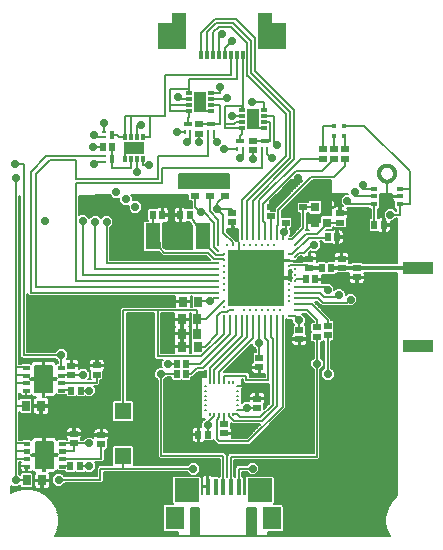
<source format=gtl>
G75*
%MOIN*%
%OFA0B0*%
%FSLAX25Y25*%
%IPPOS*%
%LPD*%
%AMOC8*
5,1,8,0,0,1.08239X$1,22.5*
%
%ADD10R,0.02756X0.03543*%
%ADD11R,0.02756X0.01969*%
%ADD12C,0.00630*%
%ADD13C,0.00118*%
%ADD14R,0.01772X0.01772*%
%ADD15R,0.08268X0.07874*%
%ADD16R,0.06299X0.07480*%
%ADD17R,0.01575X0.05315*%
%ADD18R,0.01181X0.03150*%
%ADD19R,0.09449X0.08661*%
%ADD20R,0.05118X0.03346*%
%ADD21R,0.06693X0.03937*%
%ADD22R,0.01181X0.01969*%
%ADD23R,0.03937X0.06693*%
%ADD24R,0.01969X0.01181*%
%ADD25R,0.02362X0.01575*%
%ADD26C,0.01181*%
%ADD27R,0.00394X0.00394*%
%ADD28R,0.01969X0.02756*%
%ADD29R,0.10000X0.04000*%
%ADD30R,0.02756X0.03150*%
%ADD31C,0.00787*%
%ADD32R,0.19094X0.19094*%
%ADD33R,0.05118X0.08661*%
%ADD34C,0.00787*%
%ADD35R,0.01575X0.00984*%
%ADD36R,0.01575X0.02756*%
%ADD37R,0.00984X0.01575*%
%ADD38R,0.02756X0.01575*%
%ADD39R,0.05512X0.05512*%
%ADD40C,0.01000*%
%ADD41C,0.02800*%
%ADD42C,0.00600*%
%ADD43C,0.00500*%
%ADD44C,0.02780*%
%ADD45C,0.02900*%
%ADD46C,0.01600*%
%ADD47C,0.01400*%
%ADD48C,0.04000*%
D10*
X0015030Y0023357D03*
X0009912Y0023357D03*
X0062017Y0082949D03*
X0067135Y0082949D03*
X0061717Y0067959D03*
X0066835Y0067959D03*
X0061623Y0077011D03*
X0066741Y0077011D03*
X0061671Y0072272D03*
X0066789Y0072272D03*
X0014677Y0048157D03*
X0009559Y0048157D03*
D11*
X0034734Y0038469D03*
X0034734Y0035319D03*
X0025588Y0038851D03*
X0025588Y0035701D03*
X0102131Y0117510D03*
X0102131Y0114361D03*
X0114302Y0112412D03*
X0114302Y0109263D03*
X0104111Y0097286D03*
X0104111Y0094137D03*
X0114850Y0097286D03*
X0114850Y0094136D03*
X0066013Y0121336D03*
X0066013Y0118187D03*
X0087413Y0061037D03*
X0087413Y0064186D03*
X0100725Y0070420D03*
X0100725Y0073569D03*
X0096223Y0112315D03*
X0096223Y0109166D03*
X0078420Y0109346D03*
X0078420Y0112496D03*
X0075813Y0121336D03*
X0075813Y0118187D03*
X0070813Y0121336D03*
X0070813Y0118187D03*
X0091351Y0114520D03*
X0091351Y0111370D03*
X0119923Y0091016D03*
X0119923Y0094165D03*
X0115823Y0130563D03*
X0115823Y0133713D03*
X0108724Y0130583D03*
X0108724Y0133732D03*
X0112445Y0130567D03*
X0112445Y0133717D03*
X0106693Y0071260D03*
X0106693Y0074409D03*
X0110236Y0071654D03*
X0110236Y0074803D03*
X0086697Y0050602D03*
X0086697Y0047453D03*
X0075642Y0039008D03*
X0075642Y0042157D03*
X0067445Y0142043D03*
X0067445Y0138894D03*
X0085217Y0136512D03*
X0085217Y0133362D03*
X0033248Y0061693D03*
X0033248Y0058543D03*
X0024776Y0061571D03*
X0024776Y0058421D03*
D12*
X0018545Y0027448D02*
X0012877Y0027448D01*
X0012877Y0036266D01*
X0018545Y0036266D01*
X0018545Y0027448D01*
X0018545Y0028077D02*
X0012877Y0028077D01*
X0012877Y0028706D02*
X0018545Y0028706D01*
X0018545Y0029335D02*
X0012877Y0029335D01*
X0012877Y0029964D02*
X0018545Y0029964D01*
X0018545Y0030593D02*
X0012877Y0030593D01*
X0012877Y0031222D02*
X0018545Y0031222D01*
X0018545Y0031851D02*
X0012877Y0031851D01*
X0012877Y0032480D02*
X0018545Y0032480D01*
X0018545Y0033109D02*
X0012877Y0033109D01*
X0012877Y0033738D02*
X0018545Y0033738D01*
X0018545Y0034367D02*
X0012877Y0034367D01*
X0012877Y0034996D02*
X0018545Y0034996D01*
X0018545Y0035625D02*
X0012877Y0035625D01*
X0012877Y0036254D02*
X0018545Y0036254D01*
X0018317Y0052737D02*
X0012649Y0052737D01*
X0012649Y0061555D01*
X0018317Y0061555D01*
X0018317Y0052737D01*
X0018317Y0053366D02*
X0012649Y0053366D01*
X0012649Y0053995D02*
X0018317Y0053995D01*
X0018317Y0054624D02*
X0012649Y0054624D01*
X0012649Y0055253D02*
X0018317Y0055253D01*
X0018317Y0055882D02*
X0012649Y0055882D01*
X0012649Y0056511D02*
X0018317Y0056511D01*
X0018317Y0057140D02*
X0012649Y0057140D01*
X0012649Y0057769D02*
X0018317Y0057769D01*
X0018317Y0058398D02*
X0012649Y0058398D01*
X0012649Y0059027D02*
X0018317Y0059027D01*
X0018317Y0059656D02*
X0012649Y0059656D01*
X0012649Y0060285D02*
X0018317Y0060285D01*
X0018317Y0060914D02*
X0012649Y0060914D01*
X0012649Y0061543D02*
X0018317Y0061543D01*
D13*
X0010731Y0035165D02*
X0008881Y0035165D01*
X0008881Y0036227D01*
X0010731Y0036227D01*
X0010731Y0035165D01*
X0010731Y0035282D02*
X0008881Y0035282D01*
X0008881Y0035399D02*
X0010731Y0035399D01*
X0010731Y0035516D02*
X0008881Y0035516D01*
X0008881Y0035633D02*
X0010731Y0035633D01*
X0010731Y0035750D02*
X0008881Y0035750D01*
X0008881Y0035867D02*
X0010731Y0035867D01*
X0010731Y0035984D02*
X0008881Y0035984D01*
X0008881Y0036101D02*
X0010731Y0036101D01*
X0010731Y0036218D02*
X0008881Y0036218D01*
X0010731Y0032606D02*
X0008881Y0032606D01*
X0008881Y0033668D01*
X0010731Y0033668D01*
X0010731Y0032606D01*
X0010731Y0032723D02*
X0008881Y0032723D01*
X0008881Y0032840D02*
X0010731Y0032840D01*
X0010731Y0032957D02*
X0008881Y0032957D01*
X0008881Y0033074D02*
X0010731Y0033074D01*
X0010731Y0033191D02*
X0008881Y0033191D01*
X0008881Y0033308D02*
X0010731Y0033308D01*
X0010731Y0033425D02*
X0008881Y0033425D01*
X0008881Y0033542D02*
X0010731Y0033542D01*
X0010731Y0033659D02*
X0008881Y0033659D01*
X0010731Y0030047D02*
X0008881Y0030047D01*
X0008881Y0031109D01*
X0010731Y0031109D01*
X0010731Y0030047D01*
X0010731Y0030164D02*
X0008881Y0030164D01*
X0008881Y0030281D02*
X0010731Y0030281D01*
X0010731Y0030398D02*
X0008881Y0030398D01*
X0008881Y0030515D02*
X0010731Y0030515D01*
X0010731Y0030632D02*
X0008881Y0030632D01*
X0008881Y0030749D02*
X0010731Y0030749D01*
X0010731Y0030866D02*
X0008881Y0030866D01*
X0008881Y0030983D02*
X0010731Y0030983D01*
X0010731Y0031100D02*
X0008881Y0031100D01*
X0010731Y0027488D02*
X0008881Y0027488D01*
X0008881Y0028550D01*
X0010731Y0028550D01*
X0010731Y0027488D01*
X0010731Y0027605D02*
X0008881Y0027605D01*
X0008881Y0027722D02*
X0010731Y0027722D01*
X0010731Y0027839D02*
X0008881Y0027839D01*
X0008881Y0027956D02*
X0010731Y0027956D01*
X0010731Y0028073D02*
X0008881Y0028073D01*
X0008881Y0028190D02*
X0010731Y0028190D01*
X0010731Y0028307D02*
X0008881Y0028307D01*
X0008881Y0028424D02*
X0010731Y0028424D01*
X0010731Y0028541D02*
X0008881Y0028541D01*
X0022542Y0027488D02*
X0020692Y0027488D01*
X0020692Y0028550D01*
X0022542Y0028550D01*
X0022542Y0027488D01*
X0022542Y0027605D02*
X0020692Y0027605D01*
X0020692Y0027722D02*
X0022542Y0027722D01*
X0022542Y0027839D02*
X0020692Y0027839D01*
X0020692Y0027956D02*
X0022542Y0027956D01*
X0022542Y0028073D02*
X0020692Y0028073D01*
X0020692Y0028190D02*
X0022542Y0028190D01*
X0022542Y0028307D02*
X0020692Y0028307D01*
X0020692Y0028424D02*
X0022542Y0028424D01*
X0022542Y0028541D02*
X0020692Y0028541D01*
X0022542Y0030047D02*
X0020692Y0030047D01*
X0020692Y0031109D01*
X0022542Y0031109D01*
X0022542Y0030047D01*
X0022542Y0030164D02*
X0020692Y0030164D01*
X0020692Y0030281D02*
X0022542Y0030281D01*
X0022542Y0030398D02*
X0020692Y0030398D01*
X0020692Y0030515D02*
X0022542Y0030515D01*
X0022542Y0030632D02*
X0020692Y0030632D01*
X0020692Y0030749D02*
X0022542Y0030749D01*
X0022542Y0030866D02*
X0020692Y0030866D01*
X0020692Y0030983D02*
X0022542Y0030983D01*
X0022542Y0031100D02*
X0020692Y0031100D01*
X0022542Y0032606D02*
X0020692Y0032606D01*
X0020692Y0033668D01*
X0022542Y0033668D01*
X0022542Y0032606D01*
X0022542Y0032723D02*
X0020692Y0032723D01*
X0020692Y0032840D02*
X0022542Y0032840D01*
X0022542Y0032957D02*
X0020692Y0032957D01*
X0020692Y0033074D02*
X0022542Y0033074D01*
X0022542Y0033191D02*
X0020692Y0033191D01*
X0020692Y0033308D02*
X0022542Y0033308D01*
X0022542Y0033425D02*
X0020692Y0033425D01*
X0020692Y0033542D02*
X0022542Y0033542D01*
X0022542Y0033659D02*
X0020692Y0033659D01*
X0022542Y0035165D02*
X0020692Y0035165D01*
X0020692Y0036227D01*
X0022542Y0036227D01*
X0022542Y0035165D01*
X0022542Y0035282D02*
X0020692Y0035282D01*
X0020692Y0035399D02*
X0022542Y0035399D01*
X0022542Y0035516D02*
X0020692Y0035516D01*
X0020692Y0035633D02*
X0022542Y0035633D01*
X0022542Y0035750D02*
X0020692Y0035750D01*
X0020692Y0035867D02*
X0022542Y0035867D01*
X0022542Y0035984D02*
X0020692Y0035984D01*
X0020692Y0036101D02*
X0022542Y0036101D01*
X0022542Y0036218D02*
X0020692Y0036218D01*
X0010503Y0060453D02*
X0008653Y0060453D01*
X0008653Y0061515D01*
X0010503Y0061515D01*
X0010503Y0060453D01*
X0010503Y0060570D02*
X0008653Y0060570D01*
X0008653Y0060687D02*
X0010503Y0060687D01*
X0010503Y0060804D02*
X0008653Y0060804D01*
X0008653Y0060921D02*
X0010503Y0060921D01*
X0010503Y0061038D02*
X0008653Y0061038D01*
X0008653Y0061155D02*
X0010503Y0061155D01*
X0010503Y0061272D02*
X0008653Y0061272D01*
X0008653Y0061389D02*
X0010503Y0061389D01*
X0010503Y0061506D02*
X0008653Y0061506D01*
X0010503Y0057894D02*
X0008653Y0057894D01*
X0008653Y0058956D01*
X0010503Y0058956D01*
X0010503Y0057894D01*
X0010503Y0058011D02*
X0008653Y0058011D01*
X0008653Y0058128D02*
X0010503Y0058128D01*
X0010503Y0058245D02*
X0008653Y0058245D01*
X0008653Y0058362D02*
X0010503Y0058362D01*
X0010503Y0058479D02*
X0008653Y0058479D01*
X0008653Y0058596D02*
X0010503Y0058596D01*
X0010503Y0058713D02*
X0008653Y0058713D01*
X0008653Y0058830D02*
X0010503Y0058830D01*
X0010503Y0058947D02*
X0008653Y0058947D01*
X0010503Y0055335D02*
X0008653Y0055335D01*
X0008653Y0056397D01*
X0010503Y0056397D01*
X0010503Y0055335D01*
X0010503Y0055452D02*
X0008653Y0055452D01*
X0008653Y0055569D02*
X0010503Y0055569D01*
X0010503Y0055686D02*
X0008653Y0055686D01*
X0008653Y0055803D02*
X0010503Y0055803D01*
X0010503Y0055920D02*
X0008653Y0055920D01*
X0008653Y0056037D02*
X0010503Y0056037D01*
X0010503Y0056154D02*
X0008653Y0056154D01*
X0008653Y0056271D02*
X0010503Y0056271D01*
X0010503Y0056388D02*
X0008653Y0056388D01*
X0010503Y0052776D02*
X0008653Y0052776D01*
X0008653Y0053838D01*
X0010503Y0053838D01*
X0010503Y0052776D01*
X0010503Y0052893D02*
X0008653Y0052893D01*
X0008653Y0053010D02*
X0010503Y0053010D01*
X0010503Y0053127D02*
X0008653Y0053127D01*
X0008653Y0053244D02*
X0010503Y0053244D01*
X0010503Y0053361D02*
X0008653Y0053361D01*
X0008653Y0053478D02*
X0010503Y0053478D01*
X0010503Y0053595D02*
X0008653Y0053595D01*
X0008653Y0053712D02*
X0010503Y0053712D01*
X0010503Y0053829D02*
X0008653Y0053829D01*
X0022314Y0052776D02*
X0020464Y0052776D01*
X0020464Y0053838D01*
X0022314Y0053838D01*
X0022314Y0052776D01*
X0022314Y0052893D02*
X0020464Y0052893D01*
X0020464Y0053010D02*
X0022314Y0053010D01*
X0022314Y0053127D02*
X0020464Y0053127D01*
X0020464Y0053244D02*
X0022314Y0053244D01*
X0022314Y0053361D02*
X0020464Y0053361D01*
X0020464Y0053478D02*
X0022314Y0053478D01*
X0022314Y0053595D02*
X0020464Y0053595D01*
X0020464Y0053712D02*
X0022314Y0053712D01*
X0022314Y0053829D02*
X0020464Y0053829D01*
X0022314Y0055335D02*
X0020464Y0055335D01*
X0020464Y0056397D01*
X0022314Y0056397D01*
X0022314Y0055335D01*
X0022314Y0055452D02*
X0020464Y0055452D01*
X0020464Y0055569D02*
X0022314Y0055569D01*
X0022314Y0055686D02*
X0020464Y0055686D01*
X0020464Y0055803D02*
X0022314Y0055803D01*
X0022314Y0055920D02*
X0020464Y0055920D01*
X0020464Y0056037D02*
X0022314Y0056037D01*
X0022314Y0056154D02*
X0020464Y0056154D01*
X0020464Y0056271D02*
X0022314Y0056271D01*
X0022314Y0056388D02*
X0020464Y0056388D01*
X0022314Y0057894D02*
X0020464Y0057894D01*
X0020464Y0058956D01*
X0022314Y0058956D01*
X0022314Y0057894D01*
X0022314Y0058011D02*
X0020464Y0058011D01*
X0020464Y0058128D02*
X0022314Y0058128D01*
X0022314Y0058245D02*
X0020464Y0058245D01*
X0020464Y0058362D02*
X0022314Y0058362D01*
X0022314Y0058479D02*
X0020464Y0058479D01*
X0020464Y0058596D02*
X0022314Y0058596D01*
X0022314Y0058713D02*
X0020464Y0058713D01*
X0020464Y0058830D02*
X0022314Y0058830D01*
X0022314Y0058947D02*
X0020464Y0058947D01*
X0022314Y0060453D02*
X0020464Y0060453D01*
X0020464Y0061515D01*
X0022314Y0061515D01*
X0022314Y0060453D01*
X0022314Y0060570D02*
X0020464Y0060570D01*
X0020464Y0060687D02*
X0022314Y0060687D01*
X0022314Y0060804D02*
X0020464Y0060804D01*
X0020464Y0060921D02*
X0022314Y0060921D01*
X0022314Y0061038D02*
X0020464Y0061038D01*
X0020464Y0061155D02*
X0022314Y0061155D01*
X0022314Y0061272D02*
X0020464Y0061272D01*
X0020464Y0061389D02*
X0022314Y0061389D01*
X0022314Y0061506D02*
X0020464Y0061506D01*
D14*
X0115810Y0141579D03*
X0115810Y0138232D03*
X0112463Y0138232D03*
X0112463Y0141579D03*
D15*
X0063189Y0019970D03*
X0087598Y0019970D03*
D16*
X0059252Y0010718D03*
X0091535Y0010718D03*
D17*
X0070276Y0021250D03*
X0072835Y0021250D03*
X0075394Y0021250D03*
X0077953Y0021250D03*
X0080512Y0021250D03*
D18*
X0081890Y0165157D03*
X0079921Y0165157D03*
X0077953Y0165157D03*
X0075984Y0165157D03*
X0074016Y0165157D03*
X0072047Y0165157D03*
X0070079Y0165157D03*
X0068110Y0165157D03*
D19*
X0091535Y0171457D03*
X0058465Y0171457D03*
D20*
X0089370Y0177461D03*
X0060630Y0177461D03*
D21*
X0045673Y0134217D03*
D22*
X0042720Y0130476D03*
X0044689Y0130476D03*
X0046657Y0130476D03*
X0048626Y0130476D03*
X0048626Y0137957D03*
X0046657Y0137957D03*
X0044689Y0137957D03*
X0042720Y0137957D03*
D23*
X0067610Y0149583D03*
X0085390Y0143846D03*
D24*
X0071350Y0146630D03*
X0071350Y0148598D03*
X0071350Y0150567D03*
X0071350Y0152535D03*
X0063870Y0152535D03*
X0063870Y0150567D03*
X0063870Y0148598D03*
X0063870Y0146630D03*
X0089130Y0140894D03*
X0089130Y0142862D03*
X0089130Y0144831D03*
X0089130Y0146799D03*
X0081650Y0146799D03*
X0081650Y0144831D03*
X0081650Y0142862D03*
X0081650Y0140894D03*
D25*
X0125768Y0120559D03*
X0125768Y0118000D03*
X0125768Y0115441D03*
X0134232Y0115441D03*
X0134232Y0118000D03*
X0134232Y0120559D03*
D26*
X0127343Y0125579D02*
X0127345Y0125682D01*
X0127351Y0125785D01*
X0127361Y0125887D01*
X0127375Y0125990D01*
X0127393Y0126091D01*
X0127415Y0126192D01*
X0127440Y0126292D01*
X0127470Y0126390D01*
X0127503Y0126488D01*
X0127540Y0126584D01*
X0127581Y0126678D01*
X0127626Y0126771D01*
X0127674Y0126863D01*
X0127725Y0126952D01*
X0127780Y0127039D01*
X0127838Y0127124D01*
X0127900Y0127207D01*
X0127965Y0127287D01*
X0128032Y0127365D01*
X0128103Y0127439D01*
X0128177Y0127512D01*
X0128253Y0127581D01*
X0128332Y0127647D01*
X0128413Y0127710D01*
X0128497Y0127770D01*
X0128583Y0127827D01*
X0128671Y0127880D01*
X0128762Y0127930D01*
X0128854Y0127976D01*
X0128948Y0128019D01*
X0129043Y0128058D01*
X0129140Y0128093D01*
X0129238Y0128124D01*
X0129337Y0128152D01*
X0129438Y0128176D01*
X0129539Y0128196D01*
X0129640Y0128212D01*
X0129743Y0128224D01*
X0129846Y0128232D01*
X0129948Y0128236D01*
X0130052Y0128236D01*
X0130154Y0128232D01*
X0130257Y0128224D01*
X0130360Y0128212D01*
X0130461Y0128196D01*
X0130562Y0128176D01*
X0130663Y0128152D01*
X0130762Y0128124D01*
X0130860Y0128093D01*
X0130957Y0128058D01*
X0131052Y0128019D01*
X0131146Y0127976D01*
X0131238Y0127930D01*
X0131328Y0127880D01*
X0131417Y0127827D01*
X0131503Y0127770D01*
X0131587Y0127710D01*
X0131668Y0127647D01*
X0131747Y0127581D01*
X0131823Y0127512D01*
X0131897Y0127439D01*
X0131968Y0127365D01*
X0132035Y0127287D01*
X0132100Y0127207D01*
X0132162Y0127124D01*
X0132220Y0127039D01*
X0132275Y0126952D01*
X0132326Y0126863D01*
X0132374Y0126771D01*
X0132419Y0126678D01*
X0132460Y0126584D01*
X0132497Y0126488D01*
X0132530Y0126390D01*
X0132560Y0126292D01*
X0132585Y0126192D01*
X0132607Y0126091D01*
X0132625Y0125990D01*
X0132639Y0125887D01*
X0132649Y0125785D01*
X0132655Y0125682D01*
X0132657Y0125579D01*
X0132655Y0125476D01*
X0132649Y0125373D01*
X0132639Y0125271D01*
X0132625Y0125168D01*
X0132607Y0125067D01*
X0132585Y0124966D01*
X0132560Y0124866D01*
X0132530Y0124768D01*
X0132497Y0124670D01*
X0132460Y0124574D01*
X0132419Y0124480D01*
X0132374Y0124387D01*
X0132326Y0124295D01*
X0132275Y0124206D01*
X0132220Y0124119D01*
X0132162Y0124034D01*
X0132100Y0123951D01*
X0132035Y0123871D01*
X0131968Y0123793D01*
X0131897Y0123719D01*
X0131823Y0123646D01*
X0131747Y0123577D01*
X0131668Y0123511D01*
X0131587Y0123448D01*
X0131503Y0123388D01*
X0131417Y0123331D01*
X0131329Y0123278D01*
X0131238Y0123228D01*
X0131146Y0123182D01*
X0131052Y0123139D01*
X0130957Y0123100D01*
X0130860Y0123065D01*
X0130762Y0123034D01*
X0130663Y0123006D01*
X0130562Y0122982D01*
X0130461Y0122962D01*
X0130360Y0122946D01*
X0130257Y0122934D01*
X0130154Y0122926D01*
X0130052Y0122922D01*
X0129948Y0122922D01*
X0129846Y0122926D01*
X0129743Y0122934D01*
X0129640Y0122946D01*
X0129539Y0122962D01*
X0129438Y0122982D01*
X0129337Y0123006D01*
X0129238Y0123034D01*
X0129140Y0123065D01*
X0129043Y0123100D01*
X0128948Y0123139D01*
X0128854Y0123182D01*
X0128762Y0123228D01*
X0128672Y0123278D01*
X0128583Y0123331D01*
X0128497Y0123388D01*
X0128413Y0123448D01*
X0128332Y0123511D01*
X0128253Y0123577D01*
X0128177Y0123646D01*
X0128103Y0123719D01*
X0128032Y0123793D01*
X0127965Y0123871D01*
X0127900Y0123951D01*
X0127838Y0124034D01*
X0127780Y0124119D01*
X0127725Y0124206D01*
X0127674Y0124295D01*
X0127626Y0124387D01*
X0127581Y0124480D01*
X0127540Y0124574D01*
X0127503Y0124670D01*
X0127470Y0124768D01*
X0127440Y0124866D01*
X0127415Y0124966D01*
X0127393Y0125067D01*
X0127375Y0125168D01*
X0127361Y0125271D01*
X0127351Y0125373D01*
X0127345Y0125476D01*
X0127343Y0125579D01*
D27*
X0130000Y0128236D03*
X0130000Y0122724D03*
X0132756Y0125480D03*
X0127244Y0125874D03*
D28*
X0128913Y0108461D03*
X0125764Y0108461D03*
X0106123Y0090346D03*
X0102973Y0090346D03*
X0055112Y0111785D03*
X0051963Y0111785D03*
X0061069Y0111761D03*
X0064219Y0111761D03*
X0113323Y0104410D03*
X0110173Y0104410D03*
X0108293Y0094134D03*
X0111443Y0094134D03*
X0024433Y0028055D03*
X0027583Y0028055D03*
X0062976Y0058799D03*
X0059827Y0058799D03*
X0062992Y0062181D03*
X0059843Y0062181D03*
X0067130Y0038551D03*
X0070280Y0038551D03*
X0038433Y0134303D03*
X0035283Y0134303D03*
X0024720Y0053295D03*
X0027870Y0053295D03*
D29*
X0140225Y0094174D03*
X0140225Y0068174D03*
D30*
X0109902Y0114372D03*
X0105965Y0114372D03*
X0109902Y0109254D03*
X0105965Y0109254D03*
D31*
X0083461Y0103657D03*
X0085429Y0103657D03*
X0081492Y0103657D03*
X0086413Y0101688D03*
X0084445Y0101688D03*
X0082476Y0101688D03*
X0080508Y0101688D03*
X0078539Y0101688D03*
X0076571Y0101688D03*
X0073618Y0101688D03*
X0073618Y0099720D03*
X0075587Y0098735D03*
X0075587Y0096767D03*
X0073618Y0095783D03*
X0075587Y0094798D03*
X0073618Y0093814D03*
X0075587Y0092830D03*
X0073618Y0091846D03*
X0075587Y0090861D03*
X0073618Y0089877D03*
X0075587Y0088893D03*
X0073618Y0087909D03*
X0075587Y0086924D03*
X0073618Y0085940D03*
X0073618Y0083972D03*
X0075587Y0082987D03*
X0075587Y0081019D03*
X0086413Y0080035D03*
X0084445Y0080035D03*
X0082476Y0080035D03*
X0078539Y0080035D03*
X0077555Y0078066D03*
X0075587Y0078066D03*
X0079524Y0078066D03*
X0081492Y0078066D03*
X0083461Y0078066D03*
X0085429Y0078066D03*
X0087398Y0078066D03*
X0088382Y0080035D03*
X0089366Y0078066D03*
X0090350Y0080035D03*
X0091335Y0078066D03*
X0092319Y0080035D03*
X0093303Y0078066D03*
X0094287Y0080035D03*
X0095272Y0078066D03*
X0097240Y0078066D03*
X0099209Y0080035D03*
X0099209Y0082003D03*
X0097240Y0082987D03*
X0099209Y0083972D03*
X0097240Y0084956D03*
X0099209Y0085940D03*
X0097240Y0086924D03*
X0099209Y0087909D03*
X0097240Y0088893D03*
X0099209Y0089877D03*
X0099209Y0091846D03*
X0099209Y0093814D03*
X0097240Y0094798D03*
X0097240Y0096767D03*
X0099209Y0097751D03*
X0097240Y0098735D03*
X0099209Y0101688D03*
X0097240Y0103657D03*
X0095272Y0103657D03*
X0093303Y0103657D03*
X0091335Y0103657D03*
X0089366Y0103657D03*
X0087398Y0103657D03*
X0088382Y0101688D03*
X0090350Y0101688D03*
X0092319Y0101688D03*
D32*
X0086413Y0090861D03*
D33*
X0051946Y0104661D03*
X0068481Y0104661D03*
D34*
X0069685Y0054724D02*
X0069685Y0054724D01*
X0069291Y0054724D01*
X0069291Y0054724D01*
X0069685Y0054724D01*
X0069685Y0053150D02*
X0069685Y0053150D01*
X0069291Y0053150D01*
X0069291Y0053150D01*
X0069685Y0053150D01*
X0069685Y0051575D02*
X0069685Y0051575D01*
X0069291Y0051575D01*
X0069291Y0051575D01*
X0069685Y0051575D01*
X0069685Y0050000D02*
X0069685Y0050000D01*
X0069291Y0050000D01*
X0069291Y0050000D01*
X0069685Y0050000D01*
X0069685Y0048425D02*
X0069685Y0048425D01*
X0069291Y0048425D01*
X0069291Y0048425D01*
X0069685Y0048425D01*
X0069685Y0046850D02*
X0069685Y0046850D01*
X0069291Y0046850D01*
X0069291Y0046850D01*
X0069685Y0046850D01*
X0070866Y0045275D02*
X0070866Y0045275D01*
X0070866Y0045669D01*
X0070866Y0045669D01*
X0070866Y0045275D01*
X0072441Y0045275D02*
X0072441Y0045275D01*
X0072441Y0045669D01*
X0072441Y0045669D01*
X0072441Y0045275D01*
X0074016Y0045275D02*
X0074016Y0045275D01*
X0074016Y0045669D01*
X0074016Y0045669D01*
X0074016Y0045275D01*
X0075591Y0045275D02*
X0075591Y0045275D01*
X0075591Y0045669D01*
X0075591Y0045669D01*
X0075591Y0045275D01*
X0077165Y0045275D02*
X0077165Y0045275D01*
X0077165Y0045669D01*
X0077165Y0045669D01*
X0077165Y0045275D01*
X0078740Y0045275D02*
X0078740Y0045275D01*
X0078740Y0045669D01*
X0078740Y0045669D01*
X0078740Y0045275D01*
X0080315Y0046850D02*
X0080315Y0046850D01*
X0079921Y0046850D01*
X0079921Y0046850D01*
X0080315Y0046850D01*
X0080315Y0048425D02*
X0080315Y0048425D01*
X0079921Y0048425D01*
X0079921Y0048425D01*
X0080315Y0048425D01*
X0080315Y0050000D02*
X0080315Y0050000D01*
X0079921Y0050000D01*
X0079921Y0050000D01*
X0080315Y0050000D01*
X0080315Y0051575D02*
X0080315Y0051575D01*
X0079921Y0051575D01*
X0079921Y0051575D01*
X0080315Y0051575D01*
X0080315Y0053150D02*
X0080315Y0053150D01*
X0079921Y0053150D01*
X0079921Y0053150D01*
X0080315Y0053150D01*
X0080315Y0054724D02*
X0080315Y0054724D01*
X0079921Y0054724D01*
X0079921Y0054724D01*
X0080315Y0054724D01*
X0078740Y0056299D02*
X0078740Y0056299D01*
X0078740Y0055905D01*
X0078740Y0055905D01*
X0078740Y0056299D01*
X0077165Y0055905D02*
X0077165Y0055905D01*
X0077165Y0056299D01*
X0077165Y0056299D01*
X0077165Y0055905D01*
X0075591Y0055905D02*
X0075591Y0055905D01*
X0075591Y0056299D01*
X0075591Y0056299D01*
X0075591Y0055905D01*
X0074016Y0055905D02*
X0074016Y0055905D01*
X0074016Y0056299D01*
X0074016Y0056299D01*
X0074016Y0055905D01*
X0072441Y0055905D02*
X0072441Y0055905D01*
X0072441Y0056299D01*
X0072441Y0056299D01*
X0072441Y0055905D01*
X0070866Y0055905D02*
X0070866Y0055905D01*
X0070866Y0056299D01*
X0070866Y0056299D01*
X0070866Y0055905D01*
D35*
X0035654Y0139472D03*
X0035654Y0137701D03*
X0035677Y0131319D03*
X0035677Y0129547D03*
D36*
X0038409Y0138587D03*
X0038433Y0130433D03*
D37*
X0062602Y0139303D03*
X0064374Y0139303D03*
X0080126Y0133669D03*
X0081898Y0133669D03*
X0070465Y0139307D03*
X0072236Y0139307D03*
X0088295Y0133724D03*
X0090067Y0133724D03*
D38*
X0063488Y0142059D03*
X0081012Y0136425D03*
X0071350Y0142063D03*
X0089181Y0136480D03*
D39*
X0042024Y0046382D03*
X0042024Y0031421D03*
D40*
X0097240Y0096767D02*
X0092319Y0096767D01*
X0086413Y0090861D01*
D41*
X0084413Y0092761D03*
X0088413Y0092761D03*
X0084213Y0088561D03*
X0088313Y0088561D03*
X0071085Y0082976D03*
X0087226Y0069197D03*
X0100612Y0076677D03*
X0095652Y0106087D03*
X0073447Y0113685D03*
X0105730Y0101874D03*
D42*
X0105185Y0123331D02*
X0111163Y0123331D01*
X0111163Y0111729D01*
X0108152Y0111729D01*
X0107624Y0111202D01*
X0107624Y0109394D01*
X0103326Y0109394D01*
X0103326Y0112476D01*
X0103687Y0112476D01*
X0103687Y0112425D01*
X0104215Y0111898D01*
X0107716Y0111898D01*
X0108243Y0112425D01*
X0108243Y0116320D01*
X0107716Y0116847D01*
X0104215Y0116847D01*
X0103687Y0116320D01*
X0103687Y0116245D01*
X0100381Y0116245D01*
X0099854Y0115718D01*
X0099854Y0113004D01*
X0100381Y0112476D01*
X0100926Y0112476D01*
X0100926Y0109394D01*
X0098501Y0109394D01*
X0098501Y0110523D01*
X0097974Y0111050D01*
X0094940Y0111050D01*
X0094940Y0113086D01*
X0105185Y0123331D01*
X0091163Y0113255D02*
X0091163Y0116395D01*
X0098099Y0123331D01*
X0101791Y0123331D01*
X0093243Y0114783D01*
X0092540Y0114080D01*
X0092540Y0113255D01*
X0091163Y0113255D01*
X0098501Y0109528D02*
X0100926Y0109528D01*
X0103326Y0109528D02*
X0107624Y0109528D01*
X0100926Y0110126D02*
X0098501Y0110126D01*
X0103326Y0110126D02*
X0107624Y0110126D01*
X0100926Y0110725D02*
X0098299Y0110725D01*
X0103326Y0110725D02*
X0107624Y0110725D01*
X0100926Y0111323D02*
X0094940Y0111323D01*
X0103326Y0111323D02*
X0107746Y0111323D01*
X0100926Y0111922D02*
X0094940Y0111922D01*
X0103326Y0111922D02*
X0104191Y0111922D01*
X0107740Y0111922D02*
X0111163Y0111922D01*
X0100337Y0112520D02*
X0094940Y0112520D01*
X0108243Y0112520D02*
X0111163Y0112520D01*
X0099854Y0113119D02*
X0094973Y0113119D01*
X0108243Y0113119D02*
X0111163Y0113119D01*
X0092540Y0113717D02*
X0091163Y0113717D01*
X0095572Y0113717D02*
X0099854Y0113717D01*
X0108243Y0113717D02*
X0111163Y0113717D01*
X0092776Y0114316D02*
X0091163Y0114316D01*
X0096170Y0114316D02*
X0099854Y0114316D01*
X0108243Y0114316D02*
X0111163Y0114316D01*
X0093375Y0114914D02*
X0091163Y0114914D01*
X0096769Y0114914D02*
X0099854Y0114914D01*
X0108243Y0114914D02*
X0111163Y0114914D01*
X0093973Y0115513D02*
X0091163Y0115513D01*
X0097367Y0115513D02*
X0099854Y0115513D01*
X0108243Y0115513D02*
X0111163Y0115513D01*
X0094572Y0116111D02*
X0091163Y0116111D01*
X0097966Y0116111D02*
X0100247Y0116111D01*
X0108243Y0116111D02*
X0111163Y0116111D01*
X0095170Y0116710D02*
X0091478Y0116710D01*
X0098564Y0116710D02*
X0104077Y0116710D01*
X0107854Y0116710D02*
X0111163Y0116710D01*
X0095769Y0117308D02*
X0092076Y0117308D01*
X0099163Y0117308D02*
X0111163Y0117308D01*
X0096367Y0117907D02*
X0092675Y0117907D01*
X0099761Y0117907D02*
X0111163Y0117907D01*
X0096966Y0118505D02*
X0093273Y0118505D01*
X0100360Y0118505D02*
X0111163Y0118505D01*
X0097564Y0119104D02*
X0093872Y0119104D01*
X0100958Y0119104D02*
X0111163Y0119104D01*
X0098163Y0119702D02*
X0094470Y0119702D01*
X0101557Y0119702D02*
X0111163Y0119702D01*
X0098761Y0120301D02*
X0095069Y0120301D01*
X0102155Y0120301D02*
X0111163Y0120301D01*
X0099360Y0120899D02*
X0095667Y0120899D01*
X0102754Y0120899D02*
X0111163Y0120899D01*
X0099958Y0121498D02*
X0096266Y0121498D01*
X0103352Y0121498D02*
X0111163Y0121498D01*
X0100557Y0122096D02*
X0096864Y0122096D01*
X0103951Y0122096D02*
X0111163Y0122096D01*
X0101155Y0122695D02*
X0097463Y0122695D01*
X0104549Y0122695D02*
X0111163Y0122695D01*
X0101754Y0123293D02*
X0098061Y0123293D01*
X0105148Y0123293D02*
X0111163Y0123293D01*
X0097240Y0096767D02*
X0097763Y0096362D01*
X0104093Y0097268D02*
X0104111Y0097286D01*
X0060652Y0120693D02*
X0060652Y0125457D01*
X0077148Y0125457D01*
X0077148Y0120693D01*
X0060652Y0120693D01*
X0060652Y0120899D02*
X0077148Y0120899D01*
X0077148Y0121498D02*
X0060652Y0121498D01*
X0060652Y0122096D02*
X0077148Y0122096D01*
X0077148Y0122695D02*
X0060652Y0122695D01*
X0060652Y0123293D02*
X0077148Y0123293D01*
X0077148Y0123892D02*
X0060652Y0123892D01*
X0060652Y0124490D02*
X0077148Y0124490D01*
X0077148Y0125089D02*
X0060652Y0125089D01*
X0097763Y0096362D02*
X0103187Y0096362D01*
X0103245Y0096364D01*
X0103303Y0096369D01*
X0103360Y0096378D01*
X0103417Y0096391D01*
X0103473Y0096407D01*
X0103527Y0096427D01*
X0103580Y0096450D01*
X0103632Y0096476D01*
X0103682Y0096506D01*
X0103730Y0096538D01*
X0103776Y0096574D01*
X0103820Y0096612D01*
X0103861Y0096653D01*
X0103899Y0096697D01*
X0103935Y0096743D01*
X0103967Y0096791D01*
X0103997Y0096841D01*
X0104023Y0096893D01*
X0104046Y0096946D01*
X0104066Y0097000D01*
X0104082Y0097056D01*
X0104095Y0097113D01*
X0104104Y0097170D01*
X0104109Y0097228D01*
X0104111Y0097286D01*
X0080508Y0101688D02*
X0080508Y0102687D01*
X0078959Y0104236D01*
X0078959Y0107823D01*
X0078420Y0109346D01*
X0080508Y0101688D02*
X0080508Y0096667D01*
X0084413Y0092761D01*
X0086697Y0050602D02*
X0086697Y0053303D01*
X0086677Y0053850D01*
X0080118Y0054724D02*
X0085803Y0054724D01*
X0086677Y0053850D01*
X0134232Y0118000D02*
X0130000Y0118000D01*
X0130000Y0122724D01*
X0130103Y0122726D01*
X0130206Y0122732D01*
X0130309Y0122741D01*
X0130411Y0122755D01*
X0130512Y0122772D01*
X0130613Y0122793D01*
X0130713Y0122818D01*
X0130812Y0122846D01*
X0130910Y0122879D01*
X0131007Y0122915D01*
X0131102Y0122954D01*
X0131196Y0122997D01*
X0131288Y0123043D01*
X0131378Y0123093D01*
X0131466Y0123146D01*
X0131553Y0123203D01*
X0131637Y0123263D01*
X0131718Y0123325D01*
X0131798Y0123391D01*
X0131875Y0123460D01*
X0131949Y0123531D01*
X0132020Y0123605D01*
X0132089Y0123682D01*
X0132155Y0123762D01*
X0132217Y0123843D01*
X0132277Y0123927D01*
X0132334Y0124014D01*
X0132387Y0124102D01*
X0132437Y0124192D01*
X0132483Y0124284D01*
X0132526Y0124378D01*
X0132565Y0124473D01*
X0132601Y0124570D01*
X0132634Y0124668D01*
X0132662Y0124767D01*
X0132687Y0124867D01*
X0132708Y0124968D01*
X0132725Y0125069D01*
X0132739Y0125171D01*
X0132748Y0125274D01*
X0132754Y0125377D01*
X0132756Y0125480D01*
X0132754Y0125583D01*
X0132748Y0125686D01*
X0132739Y0125789D01*
X0132725Y0125891D01*
X0132708Y0125992D01*
X0132687Y0126093D01*
X0132662Y0126193D01*
X0132634Y0126292D01*
X0132601Y0126390D01*
X0132565Y0126487D01*
X0132526Y0126582D01*
X0132483Y0126676D01*
X0132437Y0126768D01*
X0132387Y0126858D01*
X0132334Y0126946D01*
X0132277Y0127033D01*
X0132217Y0127117D01*
X0132155Y0127198D01*
X0132089Y0127278D01*
X0132020Y0127355D01*
X0131949Y0127429D01*
X0131875Y0127500D01*
X0131798Y0127569D01*
X0131718Y0127635D01*
X0131637Y0127697D01*
X0131553Y0127757D01*
X0131466Y0127814D01*
X0131378Y0127867D01*
X0131288Y0127917D01*
X0131196Y0127963D01*
X0131102Y0128006D01*
X0131007Y0128045D01*
X0130910Y0128081D01*
X0130812Y0128114D01*
X0130713Y0128142D01*
X0130613Y0128167D01*
X0130512Y0128188D01*
X0130411Y0128205D01*
X0130309Y0128219D01*
X0130206Y0128228D01*
X0130103Y0128234D01*
X0130000Y0128236D01*
X0129606Y0128236D01*
X0129511Y0128234D01*
X0129416Y0128228D01*
X0129321Y0128219D01*
X0129227Y0128205D01*
X0129134Y0128188D01*
X0129041Y0128167D01*
X0128949Y0128143D01*
X0128858Y0128114D01*
X0128768Y0128083D01*
X0128680Y0128047D01*
X0128593Y0128008D01*
X0128508Y0127965D01*
X0128425Y0127920D01*
X0128344Y0127870D01*
X0128264Y0127818D01*
X0128187Y0127762D01*
X0128112Y0127704D01*
X0128040Y0127642D01*
X0127970Y0127577D01*
X0127903Y0127510D01*
X0127838Y0127440D01*
X0127776Y0127368D01*
X0127718Y0127293D01*
X0127662Y0127216D01*
X0127610Y0127136D01*
X0127560Y0127055D01*
X0127515Y0126972D01*
X0127472Y0126887D01*
X0127433Y0126800D01*
X0127397Y0126712D01*
X0127366Y0126622D01*
X0127337Y0126531D01*
X0127313Y0126439D01*
X0127292Y0126346D01*
X0127275Y0126253D01*
X0127261Y0126159D01*
X0127252Y0126064D01*
X0127246Y0125969D01*
X0127244Y0125874D01*
X0081650Y0144831D02*
X0078311Y0144831D01*
X0078311Y0144807D01*
X0046657Y0137957D02*
X0046657Y0141929D01*
X0047902Y0141929D01*
X0081898Y0133669D02*
X0081898Y0131469D01*
X0081102Y0130673D01*
X0090067Y0133724D02*
X0090067Y0132154D01*
X0091547Y0130673D01*
X0072236Y0139307D02*
X0072236Y0137315D01*
X0073390Y0136161D01*
X0064374Y0139303D02*
X0064374Y0137276D01*
X0063260Y0136161D01*
X0071350Y0152535D02*
X0074350Y0152535D01*
X0074350Y0154626D01*
X0063870Y0150567D02*
X0060217Y0150567D01*
X0060217Y0151236D01*
X0048626Y0130476D02*
X0048626Y0128323D01*
X0050602Y0128323D01*
X0035654Y0137701D02*
X0032449Y0137701D01*
X0032449Y0138402D01*
X0035677Y0129547D02*
X0032417Y0129547D01*
X0032378Y0128709D01*
X0089130Y0146799D02*
X0089130Y0149488D01*
X0085000Y0149488D01*
X0074016Y0165157D02*
X0074016Y0171102D01*
X0075039Y0172126D01*
X0085217Y0133362D02*
X0085217Y0130378D01*
X0085224Y0130370D01*
X0067445Y0138894D02*
X0067445Y0136059D01*
X0067461Y0136043D01*
X0071350Y0150567D02*
X0076535Y0150567D01*
X0076535Y0150638D01*
X0046657Y0130476D02*
X0046657Y0126787D01*
X0046681Y0126173D01*
X0024776Y0058421D02*
X0021389Y0058421D01*
X0021389Y0058425D01*
X0021389Y0060984D02*
X0021389Y0065063D01*
X0021417Y0065063D01*
X0008957Y0065063D01*
X0008957Y0128681D01*
X0006114Y0128681D01*
X0024776Y0058421D02*
X0028642Y0058421D01*
X0028642Y0058398D01*
X0027870Y0053295D02*
X0030630Y0053295D01*
X0035283Y0134303D02*
X0035283Y0134366D01*
X0032130Y0134366D01*
X0089130Y0144831D02*
X0092323Y0144831D01*
X0092323Y0135039D01*
X0093386Y0135039D01*
X0075394Y0021250D02*
X0075394Y0031484D01*
X0054661Y0031484D01*
X0054661Y0058827D01*
X0059827Y0058827D01*
X0059827Y0058799D01*
X0110236Y0071654D02*
X0110236Y0058799D01*
X0110256Y0058799D01*
X0077953Y0021250D02*
X0077953Y0031157D01*
X0106657Y0031157D01*
X0106657Y0062264D01*
X0106693Y0066760D01*
X0106693Y0071260D01*
X0059843Y0062181D02*
X0057004Y0062181D01*
X0057004Y0062177D01*
X0021617Y0028019D02*
X0024433Y0028019D01*
X0024433Y0028055D01*
X0021617Y0030578D02*
X0034734Y0030578D01*
X0034734Y0035319D01*
X0112445Y0133717D02*
X0112445Y0138232D01*
X0112463Y0138232D01*
X0112463Y0141579D02*
X0108724Y0141579D01*
X0108724Y0133732D01*
X0115823Y0133713D02*
X0115823Y0138232D01*
X0115810Y0138232D01*
X0042720Y0130476D02*
X0042720Y0134224D01*
X0045657Y0134224D01*
X0089130Y0140894D02*
X0085469Y0140894D01*
X0085469Y0143827D01*
X0071350Y0146630D02*
X0067587Y0146630D01*
X0067587Y0149543D01*
X0009912Y0023357D02*
X0006201Y0023357D01*
X0006201Y0030578D01*
X0006201Y0033137D01*
X0006201Y0035696D01*
X0006201Y0048157D01*
X0006201Y0055866D01*
X0006201Y0058425D01*
X0006201Y0060984D01*
X0006201Y0124075D01*
X0006201Y0030578D02*
X0009806Y0030578D01*
X0009806Y0033137D02*
X0006201Y0033137D01*
X0006201Y0035696D02*
X0009806Y0035696D01*
X0009578Y0060984D02*
X0006201Y0060984D01*
X0006201Y0058425D02*
X0009578Y0058425D01*
X0009578Y0055866D02*
X0006201Y0055866D01*
X0006201Y0048157D02*
X0009559Y0048157D01*
X0080512Y0021250D02*
X0080512Y0027268D01*
X0085177Y0027268D01*
X0009912Y0023357D02*
X0006185Y0023357D01*
X0034437Y0027201D02*
X0041933Y0027201D01*
X0065433Y0027201D01*
X0042024Y0031421D02*
X0041933Y0031421D01*
X0041933Y0027201D01*
X0075984Y0165157D02*
X0075984Y0167402D01*
X0078228Y0169646D01*
X0045673Y0134217D02*
X0045665Y0134224D01*
X0045657Y0134224D01*
X0085469Y0143827D02*
X0085449Y0143846D01*
X0085390Y0143846D01*
X0067587Y0149543D02*
X0067610Y0149567D01*
X0067610Y0149583D01*
X0034437Y0027201D02*
X0034437Y0023500D01*
X0020500Y0023500D01*
X0072047Y0165157D02*
X0072047Y0172756D01*
X0073819Y0174528D01*
X0077874Y0174528D01*
X0096220Y0145433D02*
X0096220Y0131457D01*
X0081492Y0116728D01*
X0081492Y0103657D01*
X0096220Y0145433D02*
X0083583Y0158071D01*
X0077874Y0174528D02*
X0083425Y0168976D01*
X0083425Y0158228D01*
X0083426Y0158228D02*
X0083428Y0158206D01*
X0083432Y0158184D01*
X0083440Y0158163D01*
X0083451Y0158143D01*
X0083464Y0158125D01*
X0083480Y0158109D01*
X0083498Y0158096D01*
X0083518Y0158085D01*
X0083539Y0158077D01*
X0083561Y0158073D01*
X0083583Y0158071D01*
X0070079Y0165157D02*
X0070079Y0172835D01*
X0097559Y0146102D02*
X0097559Y0130906D01*
X0083228Y0116575D01*
X0083228Y0103889D01*
X0083461Y0103657D01*
X0084646Y0169724D02*
X0084646Y0158976D01*
X0088583Y0155118D01*
X0088583Y0155079D01*
X0097559Y0146102D01*
X0070079Y0172835D02*
X0072992Y0175748D01*
X0078701Y0175748D01*
X0084646Y0169724D01*
X0068110Y0165157D02*
X0068110Y0172598D01*
X0072520Y0177008D01*
X0085906Y0159646D02*
X0098858Y0146693D01*
X0098858Y0130354D01*
X0097283Y0128780D01*
X0097283Y0128661D01*
X0085157Y0116535D01*
X0085157Y0103928D01*
X0085429Y0103657D01*
X0079646Y0177008D02*
X0072520Y0177008D01*
X0085906Y0159646D02*
X0085906Y0170748D01*
X0079646Y0177008D01*
X0081650Y0146799D02*
X0081650Y0146776D01*
X0081650Y0142862D02*
X0079720Y0142862D01*
X0079087Y0142228D01*
X0075992Y0142228D01*
X0081650Y0140894D02*
X0075992Y0140933D01*
X0075992Y0142228D01*
X0075992Y0148110D01*
X0081012Y0136425D02*
X0081012Y0138260D01*
X0081630Y0138878D01*
X0081630Y0140874D01*
X0081650Y0140894D01*
X0081945Y0165157D02*
X0081890Y0165157D01*
X0075992Y0148110D02*
X0081650Y0148110D01*
X0081650Y0146799D01*
X0081890Y0165157D02*
X0081890Y0146799D01*
X0081650Y0146799D01*
X0063870Y0146630D02*
X0057657Y0146630D01*
X0057657Y0148598D01*
X0057657Y0153776D01*
X0063870Y0153776D01*
X0063870Y0152535D01*
X0063870Y0148598D02*
X0057657Y0148598D01*
X0063488Y0142059D02*
X0063488Y0144110D01*
X0063862Y0144484D01*
X0063862Y0146622D01*
X0063870Y0146630D01*
X0063870Y0153776D02*
X0063831Y0157165D01*
X0079882Y0157165D01*
X0079921Y0165157D01*
X0042720Y0137957D02*
X0042720Y0144878D01*
X0044689Y0144878D01*
X0050850Y0144878D01*
X0050850Y0137906D01*
X0048626Y0137906D01*
X0048626Y0137957D01*
X0044689Y0137957D02*
X0044689Y0144878D01*
X0077937Y0165142D02*
X0077953Y0165157D01*
X0038409Y0138587D02*
X0040071Y0138587D01*
X0040701Y0137957D01*
X0042720Y0137957D01*
X0050850Y0144878D02*
X0055906Y0144878D01*
X0055906Y0158425D01*
X0077992Y0158425D01*
X0077992Y0165157D01*
X0077953Y0165157D01*
X0085217Y0136512D02*
X0089150Y0136512D01*
X0089181Y0136480D01*
X0089130Y0142862D02*
X0091063Y0142862D01*
X0091063Y0136480D01*
X0089181Y0136480D01*
X0038433Y0134303D02*
X0038433Y0130433D01*
X0044689Y0130476D02*
X0044689Y0127524D01*
X0038433Y0127524D01*
X0038433Y0130433D01*
X0067445Y0142043D02*
X0071331Y0142043D01*
X0071350Y0142063D01*
X0071350Y0148598D02*
X0074362Y0148598D01*
X0074362Y0142063D01*
X0071350Y0142063D01*
X0099209Y0083972D02*
X0107111Y0083972D01*
X0108626Y0082457D01*
X0116685Y0082457D01*
X0117827Y0083598D01*
X0125768Y0120559D02*
X0122016Y0120559D01*
X0122016Y0121657D01*
X0099209Y0085940D02*
X0107599Y0085940D01*
X0109110Y0084429D01*
X0113299Y0084429D01*
X0113953Y0085083D01*
X0125768Y0118000D02*
X0119382Y0118000D01*
X0119382Y0119339D01*
X0099209Y0087909D02*
X0109158Y0087909D01*
X0110150Y0086917D01*
X0125768Y0115441D02*
X0116787Y0115441D01*
X0116787Y0116449D01*
X0125764Y0108461D02*
X0125764Y0115437D01*
X0125765Y0115439D01*
X0125766Y0115440D01*
X0125768Y0115441D01*
X0073618Y0099720D02*
X0072313Y0101024D01*
X0072313Y0109261D02*
X0068913Y0112661D01*
X0067813Y0112661D01*
X0066013Y0114461D01*
X0066013Y0118187D01*
X0072313Y0109261D02*
X0072313Y0101024D01*
X0072080Y0083972D02*
X0073618Y0083972D01*
X0071085Y0082976D02*
X0067162Y0082976D01*
X0067135Y0082949D01*
X0087398Y0078066D02*
X0087398Y0069368D01*
X0087226Y0069197D01*
X0087413Y0069010D01*
X0087413Y0064186D01*
X0097240Y0078066D02*
X0099223Y0078066D01*
X0100612Y0076677D01*
X0100725Y0076564D01*
X0100725Y0073569D01*
X0095272Y0103657D02*
X0095272Y0105640D01*
X0095652Y0106087D01*
X0027583Y0028055D02*
X0030717Y0028055D01*
X0030717Y0028024D01*
X0025588Y0035701D02*
X0030744Y0035701D01*
X0030744Y0035685D01*
X0021617Y0033137D02*
X0025588Y0033137D01*
X0025588Y0035701D01*
X0021617Y0035696D02*
X0025588Y0035696D01*
X0025588Y0035701D01*
X0080118Y0046850D02*
X0082724Y0046850D01*
X0083315Y0047441D01*
X0086685Y0047441D01*
X0086697Y0047453D01*
X0072441Y0045472D02*
X0072441Y0044878D01*
X0070315Y0042752D01*
X0070315Y0041744D01*
X0070280Y0041709D01*
X0070280Y0038551D01*
X0134232Y0115441D02*
X0134197Y0111878D01*
X0131106Y0111878D01*
X0072080Y0083972D02*
X0071085Y0082976D01*
X0095652Y0106087D02*
X0096459Y0106894D01*
X0096223Y0109166D01*
X0115810Y0141579D02*
X0122421Y0141579D01*
X0137500Y0126500D01*
X0137500Y0120559D01*
X0075587Y0082987D02*
X0069610Y0077011D01*
X0066741Y0077011D01*
X0066789Y0072272D02*
X0066741Y0072320D01*
X0066741Y0077011D01*
X0075587Y0078066D02*
X0075587Y0072126D01*
X0068146Y0064685D01*
X0053535Y0064685D01*
X0053535Y0080118D02*
X0066741Y0080118D01*
X0066741Y0077011D01*
X0053535Y0080118D02*
X0053535Y0064685D01*
X0042024Y0046382D02*
X0042024Y0080118D01*
X0053535Y0080118D01*
X0097240Y0094798D02*
X0097741Y0095142D01*
X0103106Y0095142D01*
X0103167Y0095140D01*
X0103227Y0095135D01*
X0103287Y0095126D01*
X0103347Y0095113D01*
X0103405Y0095096D01*
X0103462Y0095077D01*
X0103518Y0095053D01*
X0103573Y0095027D01*
X0103626Y0094997D01*
X0103677Y0094964D01*
X0103726Y0094928D01*
X0103772Y0094889D01*
X0103817Y0094848D01*
X0103858Y0094803D01*
X0103897Y0094757D01*
X0103933Y0094708D01*
X0103966Y0094657D01*
X0103996Y0094604D01*
X0104022Y0094549D01*
X0104046Y0094493D01*
X0104065Y0094436D01*
X0104082Y0094378D01*
X0104095Y0094318D01*
X0104104Y0094258D01*
X0104109Y0094198D01*
X0104111Y0094137D01*
X0073618Y0101688D02*
X0073618Y0110257D01*
X0070813Y0113061D01*
X0070813Y0118187D01*
X0097240Y0103657D02*
X0098263Y0103657D01*
X0102126Y0107520D01*
X0102126Y0114355D01*
X0102131Y0114361D01*
X0105954Y0114361D01*
X0105965Y0114372D01*
X0099209Y0101688D02*
X0103032Y0105512D01*
X0106772Y0105512D01*
X0109902Y0108643D01*
X0109902Y0109254D01*
X0114302Y0109263D02*
X0114294Y0109254D01*
X0109902Y0109254D01*
X0075587Y0096767D02*
X0075192Y0097161D01*
X0072313Y0097161D01*
X0070213Y0099261D01*
X0055713Y0099261D01*
X0054213Y0100761D01*
X0054213Y0102394D01*
X0051946Y0104661D01*
X0051946Y0111768D01*
X0051963Y0111785D01*
X0078539Y0080035D02*
X0077198Y0080035D01*
X0076596Y0079433D01*
X0074628Y0079433D01*
X0073447Y0078252D01*
X0073447Y0072116D01*
X0069287Y0067957D01*
X0066838Y0067957D01*
X0066835Y0067959D01*
X0099209Y0089877D02*
X0099678Y0090346D01*
X0102973Y0090346D01*
X0078539Y0101688D02*
X0078539Y0102687D01*
X0075415Y0105811D01*
X0075415Y0111717D01*
X0073447Y0113685D01*
X0073447Y0115820D01*
X0075813Y0118187D01*
X0099209Y0097751D02*
X0100576Y0099118D01*
X0102187Y0099118D01*
X0104943Y0101874D01*
X0105730Y0101874D01*
X0078420Y0112496D02*
X0078420Y0113685D01*
X0073447Y0113685D01*
X0097240Y0098735D02*
X0098302Y0098735D01*
X0103819Y0104252D01*
X0110015Y0104252D01*
X0110037Y0104254D01*
X0110060Y0104258D01*
X0110081Y0104266D01*
X0110100Y0104277D01*
X0110118Y0104291D01*
X0110134Y0104307D01*
X0110148Y0104325D01*
X0110159Y0104344D01*
X0110167Y0104365D01*
X0110171Y0104388D01*
X0110173Y0104410D01*
X0091335Y0103657D02*
X0091351Y0103673D01*
X0091351Y0111370D01*
X0062992Y0062181D02*
X0067760Y0062181D01*
X0077555Y0071976D01*
X0077555Y0078066D01*
X0062976Y0058799D02*
X0064689Y0058799D01*
X0066638Y0060748D01*
X0068587Y0060748D01*
X0079524Y0071685D01*
X0079524Y0078066D01*
X0075587Y0098735D02*
X0075313Y0098361D01*
X0072913Y0098361D01*
X0068481Y0102794D01*
X0068481Y0104661D01*
X0064219Y0111761D01*
X0104764Y0124606D02*
X0093740Y0113583D01*
X0093740Y0108465D01*
X0093303Y0108028D01*
X0093303Y0103657D01*
X0104764Y0124606D02*
X0112441Y0124606D01*
X0115823Y0127988D01*
X0115823Y0130563D01*
X0108724Y0130583D02*
X0101291Y0130583D01*
X0087398Y0116689D01*
X0087398Y0103657D01*
X0112445Y0130567D02*
X0108453Y0126575D01*
X0099646Y0126575D01*
X0088701Y0115630D01*
X0088701Y0109961D01*
X0089366Y0109295D01*
X0089366Y0103657D01*
X0099209Y0082003D02*
X0105005Y0082003D01*
X0110236Y0076772D01*
X0110236Y0074803D01*
X0099209Y0080035D02*
X0103430Y0080035D01*
X0106693Y0076772D01*
X0106693Y0074409D01*
X0073618Y0095783D02*
X0036535Y0095783D01*
X0036535Y0109531D01*
X0080126Y0133669D02*
X0080126Y0133646D01*
X0075740Y0133646D01*
X0073618Y0093814D02*
X0032748Y0093814D01*
X0032748Y0109496D01*
X0059945Y0139303D02*
X0062602Y0139303D01*
X0073618Y0091846D02*
X0028543Y0091846D01*
X0028543Y0109843D01*
X0035654Y0139472D02*
X0035654Y0142512D01*
X0075591Y0045472D02*
X0075642Y0045421D01*
X0075642Y0042157D01*
X0070866Y0056102D02*
X0070866Y0060744D01*
X0081492Y0071370D01*
X0081492Y0078066D01*
X0072441Y0056102D02*
X0072441Y0060012D01*
X0083461Y0071031D01*
X0083461Y0078066D01*
X0074016Y0056102D02*
X0074016Y0059362D01*
X0085429Y0070776D01*
X0085429Y0078066D01*
X0075591Y0056102D02*
X0075591Y0058295D01*
X0083122Y0058295D01*
X0083122Y0056677D01*
X0090425Y0056677D01*
X0090425Y0069787D01*
X0089346Y0070866D01*
X0089346Y0078046D01*
X0089366Y0078066D01*
X0074016Y0045472D02*
X0074016Y0044335D01*
X0073161Y0043480D01*
X0073161Y0037295D01*
X0074059Y0036398D01*
X0083724Y0036398D01*
X0095272Y0047945D01*
X0095272Y0078066D01*
X0078740Y0045472D02*
X0080122Y0045472D01*
X0081130Y0044465D01*
X0087807Y0044465D01*
X0091890Y0048547D01*
X0091890Y0070504D01*
X0091291Y0071102D01*
X0091291Y0078023D01*
X0091335Y0078066D01*
X0077165Y0045472D02*
X0077165Y0044831D01*
X0078827Y0043169D01*
X0088374Y0043169D01*
X0093217Y0048012D01*
X0093217Y0053213D01*
X0093303Y0053299D01*
X0093303Y0078066D01*
X0073618Y0085940D02*
X0011161Y0085940D01*
X0011161Y0126161D01*
X0016319Y0131319D01*
X0035677Y0131319D01*
X0073618Y0089877D02*
X0026220Y0089877D01*
X0026220Y0122441D01*
X0054941Y0122441D01*
X0054941Y0127402D01*
X0088295Y0127402D01*
X0088295Y0133724D01*
X0021389Y0053307D02*
X0024720Y0053307D01*
X0024720Y0053295D01*
X0021389Y0055866D02*
X0033248Y0055866D01*
X0033248Y0058543D01*
X0013055Y0087909D02*
X0073618Y0087909D01*
X0026256Y0123642D02*
X0053591Y0123642D01*
X0053591Y0131461D01*
X0070465Y0131461D01*
X0070465Y0139307D01*
X0013055Y0087909D02*
X0013055Y0125555D01*
X0017600Y0130100D01*
X0026256Y0130000D02*
X0026256Y0129400D01*
X0026256Y0123642D01*
X0017600Y0130100D02*
X0026256Y0130100D01*
X0026256Y0130000D01*
D43*
X0011290Y0057396D02*
X0015233Y0057396D01*
X0015233Y0056896D01*
X0011290Y0056896D01*
X0011040Y0057146D01*
X0011290Y0057396D01*
X0015733Y0051179D02*
X0015233Y0051179D01*
X0015233Y0056896D01*
X0015733Y0056896D01*
X0015733Y0051179D01*
X0007807Y0118156D02*
X0007807Y0064587D01*
X0008480Y0063913D01*
X0019399Y0063913D01*
X0020239Y0063074D01*
X0020239Y0062425D01*
X0020087Y0062425D01*
X0019786Y0062124D01*
X0019776Y0062159D01*
X0019570Y0062516D01*
X0019279Y0062807D01*
X0018922Y0063013D01*
X0018524Y0063120D01*
X0015733Y0063120D01*
X0015733Y0057396D01*
X0015233Y0057396D01*
X0015233Y0063120D01*
X0012442Y0063120D01*
X0012044Y0063013D01*
X0011688Y0062807D01*
X0011396Y0062516D01*
X0011190Y0062159D01*
X0011181Y0062124D01*
X0010879Y0062425D01*
X0008276Y0062425D01*
X0007985Y0062134D01*
X0007351Y0062134D01*
X0007351Y0118154D01*
X0007807Y0118156D01*
X0019676Y0056896D02*
X0015733Y0056896D01*
X0015733Y0057396D01*
X0019676Y0057396D01*
X0019926Y0057146D01*
X0019676Y0056896D01*
X0035876Y0061451D02*
X0033490Y0061451D01*
X0033490Y0061935D01*
X0035876Y0061935D01*
X0035876Y0062842D01*
X0035791Y0063160D01*
X0035626Y0063445D01*
X0035393Y0063677D01*
X0035108Y0063842D01*
X0034791Y0063927D01*
X0033490Y0063927D01*
X0033490Y0061935D01*
X0033006Y0061935D01*
X0033006Y0063927D01*
X0031705Y0063927D01*
X0031388Y0063842D01*
X0031103Y0063677D01*
X0030870Y0063445D01*
X0030705Y0063160D01*
X0030620Y0062842D01*
X0030620Y0061935D01*
X0033006Y0061935D01*
X0033006Y0061451D01*
X0030620Y0061451D01*
X0030620Y0060544D01*
X0030705Y0060226D01*
X0030870Y0059941D01*
X0031020Y0059791D01*
X0031020Y0057207D01*
X0031211Y0057016D01*
X0030404Y0057016D01*
X0030882Y0057493D01*
X0030882Y0059349D01*
X0029570Y0060661D01*
X0027714Y0060661D01*
X0027377Y0060325D01*
X0027404Y0060422D01*
X0027404Y0061329D01*
X0025018Y0061329D01*
X0025018Y0061813D01*
X0027404Y0061813D01*
X0027404Y0062720D01*
X0027318Y0063038D01*
X0027154Y0063323D01*
X0026921Y0063555D01*
X0026636Y0063720D01*
X0026318Y0063805D01*
X0025018Y0063805D01*
X0025018Y0061813D01*
X0024533Y0061813D01*
X0024533Y0063805D01*
X0023327Y0063805D01*
X0023657Y0064135D01*
X0023657Y0065991D01*
X0022345Y0067303D01*
X0020489Y0067303D01*
X0019399Y0066213D01*
X0010107Y0066213D01*
X0010107Y0085369D01*
X0010685Y0084790D01*
X0059389Y0084790D01*
X0059389Y0083199D01*
X0061766Y0083199D01*
X0061766Y0082699D01*
X0059389Y0082699D01*
X0059389Y0081268D01*
X0041547Y0081268D01*
X0040874Y0080594D01*
X0040874Y0049988D01*
X0038916Y0049988D01*
X0038418Y0049490D01*
X0038418Y0043274D01*
X0038916Y0042776D01*
X0045132Y0042776D01*
X0045630Y0043274D01*
X0045630Y0049490D01*
X0045132Y0049988D01*
X0043174Y0049988D01*
X0043174Y0078968D01*
X0052385Y0078968D01*
X0052385Y0064209D01*
X0053059Y0063535D01*
X0055194Y0063535D01*
X0054764Y0063105D01*
X0054764Y0061249D01*
X0054947Y0061067D01*
X0053734Y0061067D01*
X0052421Y0059755D01*
X0052421Y0057899D01*
X0053511Y0056809D01*
X0053511Y0031008D01*
X0054185Y0030334D01*
X0074244Y0030334D01*
X0074244Y0024747D01*
X0074114Y0024617D01*
X0073974Y0024757D01*
X0071981Y0024757D01*
X0071830Y0024907D01*
X0071545Y0025072D01*
X0071228Y0025157D01*
X0070419Y0025157D01*
X0070419Y0021393D01*
X0070132Y0021393D01*
X0070132Y0025157D01*
X0069324Y0025157D01*
X0069006Y0025072D01*
X0068721Y0024907D01*
X0068488Y0024675D01*
X0068323Y0024390D01*
X0068238Y0024072D01*
X0068238Y0021393D01*
X0070132Y0021393D01*
X0070132Y0021106D01*
X0068238Y0021106D01*
X0068238Y0018842D01*
X0068173Y0018842D01*
X0068173Y0024259D01*
X0067675Y0024757D01*
X0058703Y0024757D01*
X0058205Y0024259D01*
X0058205Y0015681D01*
X0058578Y0015308D01*
X0055750Y0015308D01*
X0055252Y0014810D01*
X0055252Y0006626D01*
X0055750Y0006128D01*
X0060380Y0006128D01*
X0060380Y0004906D01*
X0060526Y0004759D01*
X0064474Y0004759D01*
X0064620Y0004906D01*
X0064620Y0014208D01*
X0067467Y0014208D01*
X0067467Y0004906D01*
X0067613Y0004759D01*
X0083174Y0004759D01*
X0083321Y0004906D01*
X0083321Y0014208D01*
X0086167Y0014208D01*
X0086167Y0004906D01*
X0086314Y0004759D01*
X0090261Y0004759D01*
X0090407Y0004906D01*
X0090407Y0006128D01*
X0095037Y0006128D01*
X0095535Y0006626D01*
X0095535Y0014810D01*
X0095037Y0015308D01*
X0092210Y0015308D01*
X0092582Y0015681D01*
X0092582Y0024259D01*
X0092084Y0024757D01*
X0083112Y0024757D01*
X0082615Y0024259D01*
X0082615Y0018842D01*
X0082149Y0018842D01*
X0082149Y0024259D01*
X0081662Y0024747D01*
X0081662Y0026118D01*
X0083159Y0026118D01*
X0084249Y0025028D01*
X0086105Y0025028D01*
X0087417Y0026340D01*
X0087417Y0028196D01*
X0086105Y0029508D01*
X0084249Y0029508D01*
X0083159Y0028418D01*
X0080035Y0028418D01*
X0079362Y0027744D01*
X0079362Y0024747D01*
X0079232Y0024617D01*
X0079103Y0024747D01*
X0079103Y0030007D01*
X0107134Y0030007D01*
X0107807Y0030681D01*
X0107807Y0060246D01*
X0108897Y0061336D01*
X0108897Y0063192D01*
X0107823Y0064266D01*
X0107839Y0066280D01*
X0107843Y0066283D01*
X0107843Y0066756D01*
X0107847Y0067227D01*
X0107843Y0067231D01*
X0107843Y0069426D01*
X0108423Y0069426D01*
X0108817Y0069819D01*
X0109086Y0069819D01*
X0109086Y0060797D01*
X0108016Y0059727D01*
X0108016Y0057871D01*
X0109328Y0056559D01*
X0111184Y0056559D01*
X0112496Y0057871D01*
X0112496Y0059727D01*
X0111386Y0060837D01*
X0111386Y0069819D01*
X0111966Y0069819D01*
X0112464Y0070317D01*
X0112464Y0072990D01*
X0112226Y0073228D01*
X0112464Y0073467D01*
X0112464Y0076139D01*
X0111966Y0076637D01*
X0111386Y0076637D01*
X0111386Y0077248D01*
X0110713Y0077922D01*
X0105813Y0082822D01*
X0106635Y0082822D01*
X0107476Y0081980D01*
X0108150Y0081307D01*
X0117161Y0081307D01*
X0117213Y0081358D01*
X0118755Y0081358D01*
X0120067Y0082671D01*
X0120067Y0084526D01*
X0118755Y0085838D01*
X0116899Y0085838D01*
X0116193Y0085132D01*
X0116193Y0086011D01*
X0114881Y0087323D01*
X0113025Y0087323D01*
X0112390Y0086687D01*
X0112390Y0087845D01*
X0111077Y0089157D01*
X0109222Y0089157D01*
X0109123Y0089059D01*
X0108357Y0089059D01*
X0108357Y0090104D01*
X0106365Y0090104D01*
X0106365Y0090588D01*
X0108357Y0090588D01*
X0108357Y0091889D01*
X0108353Y0091906D01*
X0109630Y0091906D01*
X0109868Y0092144D01*
X0110107Y0091906D01*
X0112779Y0091906D01*
X0113175Y0092302D01*
X0116580Y0092302D01*
X0116864Y0092586D01*
X0117440Y0092586D01*
X0117380Y0092482D01*
X0117295Y0092165D01*
X0117295Y0091258D01*
X0119681Y0091258D01*
X0119681Y0090774D01*
X0117295Y0090774D01*
X0117295Y0089867D01*
X0117380Y0089549D01*
X0117545Y0089264D01*
X0117778Y0089031D01*
X0118063Y0088867D01*
X0118381Y0088781D01*
X0119681Y0088781D01*
X0119681Y0090774D01*
X0120165Y0090774D01*
X0120165Y0088781D01*
X0121466Y0088781D01*
X0121784Y0088867D01*
X0122069Y0089031D01*
X0122301Y0089264D01*
X0122466Y0089549D01*
X0122551Y0089867D01*
X0122551Y0090774D01*
X0120165Y0090774D01*
X0120165Y0091258D01*
X0122551Y0091258D01*
X0122551Y0092165D01*
X0122466Y0092482D01*
X0122389Y0092615D01*
X0133465Y0092615D01*
X0133465Y0018383D01*
X0131559Y0016477D01*
X0130170Y0014072D01*
X0129451Y0011389D01*
X0129451Y0008611D01*
X0130170Y0005928D01*
X0130850Y0004750D01*
X0019150Y0004750D01*
X0019830Y0005928D01*
X0020549Y0008611D01*
X0020549Y0011389D01*
X0019830Y0014072D01*
X0018441Y0016477D01*
X0016477Y0018441D01*
X0014072Y0019830D01*
X0011389Y0020549D01*
X0008611Y0020549D01*
X0005928Y0019830D01*
X0004750Y0019150D01*
X0004750Y0021624D01*
X0005257Y0021117D01*
X0007113Y0021117D01*
X0007684Y0021688D01*
X0007684Y0021233D01*
X0008182Y0020735D01*
X0011642Y0020735D01*
X0012140Y0021233D01*
X0012140Y0025481D01*
X0011642Y0025979D01*
X0008182Y0025979D01*
X0007684Y0025481D01*
X0007684Y0025026D01*
X0007351Y0025359D01*
X0007351Y0029428D01*
X0007907Y0029428D01*
X0007833Y0029354D01*
X0007661Y0029056D01*
X0007572Y0028723D01*
X0007572Y0028064D01*
X0009761Y0028064D01*
X0009761Y0027974D01*
X0007572Y0027974D01*
X0007572Y0027315D01*
X0007661Y0026982D01*
X0007833Y0026684D01*
X0008077Y0026440D01*
X0008375Y0026268D01*
X0008708Y0026178D01*
X0009761Y0026178D01*
X0009761Y0027974D01*
X0009851Y0027974D01*
X0009851Y0026178D01*
X0010903Y0026178D01*
X0011236Y0026268D01*
X0011535Y0026440D01*
X0011609Y0026514D01*
X0011624Y0026487D01*
X0011916Y0026196D01*
X0012273Y0025990D01*
X0012648Y0025889D01*
X0012487Y0025611D01*
X0012402Y0025293D01*
X0012402Y0023607D01*
X0014780Y0023607D01*
X0014780Y0023107D01*
X0012402Y0023107D01*
X0012402Y0021421D01*
X0012487Y0021103D01*
X0012652Y0020818D01*
X0012884Y0020585D01*
X0013169Y0020421D01*
X0013487Y0020335D01*
X0014780Y0020335D01*
X0014780Y0023107D01*
X0015280Y0023107D01*
X0015280Y0020335D01*
X0016572Y0020335D01*
X0016890Y0020421D01*
X0017175Y0020585D01*
X0017408Y0020818D01*
X0017573Y0021103D01*
X0017658Y0021421D01*
X0017658Y0023107D01*
X0015280Y0023107D01*
X0015280Y0023607D01*
X0017658Y0023607D01*
X0017658Y0025293D01*
X0017573Y0025611D01*
X0017416Y0025883D01*
X0018752Y0025883D01*
X0019150Y0025990D01*
X0019507Y0026196D01*
X0019798Y0026487D01*
X0020004Y0026844D01*
X0020014Y0026880D01*
X0020315Y0026578D01*
X0022599Y0026578D01*
X0022599Y0026325D01*
X0023097Y0025827D01*
X0025769Y0025827D01*
X0026008Y0026066D01*
X0026246Y0025827D01*
X0028919Y0025827D01*
X0029332Y0026240D01*
X0029789Y0025784D01*
X0031644Y0025784D01*
X0032957Y0027096D01*
X0032957Y0028951D01*
X0032480Y0029428D01*
X0035210Y0029428D01*
X0035884Y0030102D01*
X0035884Y0033485D01*
X0036464Y0033485D01*
X0036962Y0033983D01*
X0036962Y0036567D01*
X0037112Y0036717D01*
X0037277Y0037002D01*
X0037362Y0037320D01*
X0037362Y0038227D01*
X0034976Y0038227D01*
X0034976Y0038711D01*
X0037362Y0038711D01*
X0037362Y0039618D01*
X0037277Y0039936D01*
X0037112Y0040221D01*
X0036879Y0040453D01*
X0036594Y0040618D01*
X0036276Y0040703D01*
X0034976Y0040703D01*
X0034976Y0038711D01*
X0034492Y0038711D01*
X0034492Y0040703D01*
X0033191Y0040703D01*
X0032873Y0040618D01*
X0032588Y0040453D01*
X0032356Y0040221D01*
X0032191Y0039936D01*
X0032106Y0039618D01*
X0032106Y0038711D01*
X0034492Y0038711D01*
X0034492Y0038227D01*
X0032106Y0038227D01*
X0032106Y0037491D01*
X0031672Y0037925D01*
X0029816Y0037925D01*
X0028742Y0036851D01*
X0027816Y0036851D01*
X0027816Y0036949D01*
X0027966Y0037099D01*
X0028131Y0037384D01*
X0028216Y0037702D01*
X0028216Y0038609D01*
X0025830Y0038609D01*
X0025830Y0039093D01*
X0028216Y0039093D01*
X0028216Y0040000D01*
X0028131Y0040318D01*
X0027966Y0040603D01*
X0027734Y0040835D01*
X0027449Y0041000D01*
X0027131Y0041085D01*
X0025830Y0041085D01*
X0025830Y0039093D01*
X0025346Y0039093D01*
X0025346Y0041085D01*
X0024046Y0041085D01*
X0023728Y0041000D01*
X0023443Y0040835D01*
X0023210Y0040603D01*
X0023045Y0040318D01*
X0022960Y0040000D01*
X0022960Y0039093D01*
X0025346Y0039093D01*
X0025346Y0038609D01*
X0022960Y0038609D01*
X0022960Y0037702D01*
X0023045Y0037384D01*
X0023210Y0037099D01*
X0023360Y0036949D01*
X0023360Y0036846D01*
X0023209Y0036846D01*
X0022919Y0037137D01*
X0020315Y0037137D01*
X0020014Y0036835D01*
X0020004Y0036871D01*
X0019798Y0037228D01*
X0019507Y0037519D01*
X0019150Y0037725D01*
X0018752Y0037832D01*
X0015961Y0037832D01*
X0015961Y0032108D01*
X0015461Y0032108D01*
X0015461Y0037832D01*
X0012671Y0037832D01*
X0012273Y0037725D01*
X0011916Y0037519D01*
X0011624Y0037228D01*
X0011418Y0036871D01*
X0011409Y0036835D01*
X0011108Y0037137D01*
X0008504Y0037137D01*
X0008214Y0036846D01*
X0007351Y0036846D01*
X0007351Y0046014D01*
X0007829Y0045536D01*
X0011289Y0045536D01*
X0011787Y0046034D01*
X0011787Y0050281D01*
X0011289Y0050779D01*
X0007829Y0050779D01*
X0007351Y0050301D01*
X0007351Y0052575D01*
X0007433Y0052270D01*
X0007605Y0051972D01*
X0007849Y0051728D01*
X0008147Y0051556D01*
X0008480Y0051467D01*
X0009532Y0051467D01*
X0009532Y0053262D01*
X0009623Y0053262D01*
X0009623Y0051467D01*
X0010675Y0051467D01*
X0011008Y0051556D01*
X0011307Y0051728D01*
X0011381Y0051802D01*
X0011396Y0051775D01*
X0011688Y0051484D01*
X0012044Y0051278D01*
X0012442Y0051171D01*
X0013105Y0051171D01*
X0012817Y0051094D01*
X0012532Y0050929D01*
X0012299Y0050697D01*
X0012134Y0050412D01*
X0012049Y0050094D01*
X0012049Y0048407D01*
X0014427Y0048407D01*
X0014427Y0047907D01*
X0012049Y0047907D01*
X0012049Y0046221D01*
X0012134Y0045903D01*
X0012299Y0045618D01*
X0012532Y0045386D01*
X0012817Y0045221D01*
X0013135Y0045136D01*
X0014427Y0045136D01*
X0014427Y0047907D01*
X0014927Y0047907D01*
X0014927Y0045136D01*
X0016220Y0045136D01*
X0016538Y0045221D01*
X0016823Y0045386D01*
X0017055Y0045618D01*
X0017220Y0045903D01*
X0017305Y0046221D01*
X0017305Y0047907D01*
X0014927Y0047907D01*
X0014927Y0048407D01*
X0017305Y0048407D01*
X0017305Y0050094D01*
X0017220Y0050412D01*
X0017055Y0050697D01*
X0016823Y0050929D01*
X0016538Y0051094D01*
X0016249Y0051171D01*
X0018524Y0051171D01*
X0018922Y0051278D01*
X0019279Y0051484D01*
X0019570Y0051775D01*
X0019776Y0052132D01*
X0019786Y0052168D01*
X0020087Y0051867D01*
X0022690Y0051867D01*
X0022886Y0052062D01*
X0022886Y0051565D01*
X0023384Y0051067D01*
X0026057Y0051067D01*
X0026295Y0051306D01*
X0026534Y0051067D01*
X0029206Y0051067D01*
X0029448Y0051309D01*
X0029702Y0051055D01*
X0031558Y0051055D01*
X0032870Y0052367D01*
X0032870Y0054223D01*
X0032377Y0054716D01*
X0033724Y0054716D01*
X0034398Y0055390D01*
X0034398Y0056709D01*
X0034978Y0056709D01*
X0035476Y0057207D01*
X0035476Y0059791D01*
X0035626Y0059941D01*
X0035791Y0060226D01*
X0035876Y0060544D01*
X0035876Y0061451D01*
X0067673Y0026273D02*
X0067673Y0028129D01*
X0066361Y0029441D01*
X0064505Y0029441D01*
X0063415Y0028351D01*
X0045630Y0028351D01*
X0045630Y0034529D01*
X0045132Y0035027D01*
X0038916Y0035027D01*
X0038418Y0034529D01*
X0038418Y0028351D01*
X0033961Y0028351D01*
X0033287Y0027677D01*
X0033287Y0024650D01*
X0022518Y0024650D01*
X0021428Y0025740D01*
X0019572Y0025740D01*
X0018260Y0024428D01*
X0018260Y0022572D01*
X0019572Y0021260D01*
X0021428Y0021260D01*
X0022518Y0022350D01*
X0034913Y0022350D01*
X0035587Y0023024D01*
X0035587Y0026051D01*
X0063415Y0026051D01*
X0064505Y0024961D01*
X0066361Y0024961D01*
X0067673Y0026273D01*
X0037681Y0118333D02*
X0038722Y0117291D01*
X0040577Y0117291D01*
X0040689Y0117403D01*
X0040689Y0116072D01*
X0042001Y0114760D01*
X0043815Y0114760D01*
X0043815Y0113560D01*
X0045127Y0112248D01*
X0046983Y0112248D01*
X0048295Y0113560D01*
X0048295Y0115416D01*
X0046983Y0116728D01*
X0045169Y0116728D01*
X0045169Y0117928D01*
X0044723Y0118374D01*
X0063785Y0118487D01*
X0063785Y0116850D01*
X0064283Y0116352D01*
X0064863Y0116352D01*
X0064863Y0113989D01*
X0062971Y0113989D01*
X0062821Y0114140D01*
X0062536Y0114304D01*
X0062218Y0114389D01*
X0061311Y0114389D01*
X0061311Y0112004D01*
X0060827Y0112004D01*
X0060827Y0114389D01*
X0059920Y0114389D01*
X0059603Y0114304D01*
X0059318Y0114140D01*
X0059085Y0113907D01*
X0058920Y0113622D01*
X0058835Y0113304D01*
X0058835Y0112004D01*
X0060827Y0112004D01*
X0060827Y0111519D01*
X0058835Y0111519D01*
X0058835Y0110219D01*
X0058920Y0109901D01*
X0059085Y0109616D01*
X0059318Y0109383D01*
X0059603Y0109219D01*
X0059920Y0109133D01*
X0060827Y0109133D01*
X0060827Y0111519D01*
X0061311Y0111519D01*
X0061311Y0109133D01*
X0062218Y0109133D01*
X0062536Y0109219D01*
X0062821Y0109383D01*
X0062971Y0109533D01*
X0064215Y0109533D01*
X0065072Y0108106D01*
X0065072Y0100411D01*
X0056190Y0100411D01*
X0055363Y0101238D01*
X0055363Y0102870D01*
X0055355Y0102879D01*
X0055355Y0109157D01*
X0056261Y0109157D01*
X0056579Y0109242D01*
X0056864Y0109406D01*
X0057097Y0109639D01*
X0057261Y0109924D01*
X0057346Y0110242D01*
X0057346Y0111542D01*
X0055354Y0111542D01*
X0055354Y0112027D01*
X0057346Y0112027D01*
X0057346Y0113327D01*
X0057261Y0113645D01*
X0057097Y0113930D01*
X0056864Y0114163D01*
X0056579Y0114327D01*
X0056261Y0114413D01*
X0055354Y0114413D01*
X0055354Y0112027D01*
X0054870Y0112027D01*
X0054870Y0114413D01*
X0053963Y0114413D01*
X0053645Y0114327D01*
X0053360Y0114163D01*
X0053210Y0114013D01*
X0050626Y0114013D01*
X0050128Y0113515D01*
X0050128Y0110055D01*
X0050341Y0109842D01*
X0049035Y0109842D01*
X0048537Y0109344D01*
X0048537Y0099979D01*
X0049035Y0099481D01*
X0053868Y0099481D01*
X0055237Y0098111D01*
X0069737Y0098111D01*
X0070916Y0096933D01*
X0037685Y0096933D01*
X0037685Y0107514D01*
X0038775Y0108604D01*
X0038775Y0110459D01*
X0037463Y0111771D01*
X0035608Y0111771D01*
X0034624Y0110788D01*
X0033676Y0111736D01*
X0031820Y0111736D01*
X0030783Y0110699D01*
X0030783Y0110770D01*
X0029471Y0112083D01*
X0027615Y0112083D01*
X0027370Y0111837D01*
X0027370Y0118272D01*
X0037681Y0118333D01*
X0064907Y0081268D02*
X0064644Y0081268D01*
X0064644Y0082699D01*
X0062267Y0082699D01*
X0062267Y0083199D01*
X0064644Y0083199D01*
X0064644Y0084790D01*
X0064907Y0084790D01*
X0064907Y0081268D01*
X0097818Y0104838D02*
X0097755Y0104900D01*
X0097647Y0104900D01*
X0097902Y0105155D01*
X0097902Y0107019D01*
X0097609Y0107311D01*
X0097609Y0107331D01*
X0097953Y0107331D01*
X0098451Y0107829D01*
X0098451Y0110413D01*
X0098601Y0110564D01*
X0098766Y0110849D01*
X0098851Y0111167D01*
X0098851Y0112073D01*
X0096465Y0112073D01*
X0096465Y0112557D01*
X0098851Y0112557D01*
X0098851Y0113464D01*
X0098766Y0113782D01*
X0098601Y0114067D01*
X0098369Y0114300D01*
X0098084Y0114464D01*
X0097766Y0114550D01*
X0096465Y0114550D01*
X0096465Y0112558D01*
X0095981Y0112558D01*
X0095981Y0114197D01*
X0099536Y0117752D01*
X0101889Y0117752D01*
X0101889Y0117268D01*
X0099504Y0117268D01*
X0099504Y0116361D01*
X0099589Y0116043D01*
X0099753Y0115758D01*
X0099904Y0115608D01*
X0099904Y0113024D01*
X0100401Y0112526D01*
X0100976Y0112526D01*
X0100976Y0107996D01*
X0097818Y0104838D01*
X0093979Y0115669D02*
X0093894Y0115987D01*
X0093729Y0116272D01*
X0093496Y0116505D01*
X0093211Y0116669D01*
X0092893Y0116754D01*
X0091593Y0116754D01*
X0091593Y0114762D01*
X0091109Y0114762D01*
X0091109Y0116411D01*
X0093358Y0118661D01*
X0097215Y0118684D01*
X0093979Y0115448D01*
X0093979Y0115669D01*
X0103276Y0107043D02*
X0103276Y0112526D01*
X0103737Y0112526D01*
X0103737Y0112446D01*
X0104171Y0112012D01*
X0104105Y0111994D01*
X0103820Y0111829D01*
X0103587Y0111597D01*
X0103423Y0111312D01*
X0103337Y0110994D01*
X0103337Y0109504D01*
X0105715Y0109504D01*
X0105715Y0109004D01*
X0103337Y0109004D01*
X0103337Y0107515D01*
X0103423Y0107197D01*
X0103587Y0106912D01*
X0103820Y0106679D01*
X0103850Y0106662D01*
X0102894Y0106662D01*
X0103276Y0107043D01*
X0108339Y0102680D02*
X0108837Y0102182D01*
X0111421Y0102182D01*
X0111571Y0102032D01*
X0111856Y0101867D01*
X0112174Y0101782D01*
X0113081Y0101782D01*
X0113081Y0104168D01*
X0113565Y0104168D01*
X0113565Y0101782D01*
X0114472Y0101782D01*
X0114790Y0101867D01*
X0115075Y0102032D01*
X0115307Y0102265D01*
X0115472Y0102550D01*
X0115557Y0102868D01*
X0115557Y0104168D01*
X0113565Y0104168D01*
X0113565Y0104652D01*
X0115557Y0104652D01*
X0115557Y0105953D01*
X0115472Y0106271D01*
X0115307Y0106556D01*
X0115075Y0106788D01*
X0114790Y0106953D01*
X0114472Y0107038D01*
X0113565Y0107038D01*
X0113565Y0104652D01*
X0113081Y0104652D01*
X0113081Y0107038D01*
X0112174Y0107038D01*
X0111856Y0106953D01*
X0111571Y0106788D01*
X0111421Y0106638D01*
X0109524Y0106638D01*
X0109716Y0106830D01*
X0111632Y0106830D01*
X0112130Y0107327D01*
X0112130Y0107870D01*
X0112572Y0107428D01*
X0116032Y0107428D01*
X0116530Y0107926D01*
X0116530Y0110510D01*
X0116680Y0110660D01*
X0116845Y0110945D01*
X0116930Y0111263D01*
X0116930Y0112170D01*
X0114544Y0112170D01*
X0114544Y0112654D01*
X0116930Y0112654D01*
X0116930Y0113561D01*
X0116845Y0113879D01*
X0116680Y0114164D01*
X0116635Y0114209D01*
X0117715Y0114209D01*
X0117797Y0114291D01*
X0123747Y0114291D01*
X0124235Y0113804D01*
X0124614Y0113804D01*
X0124614Y0110689D01*
X0124427Y0110689D01*
X0123930Y0110191D01*
X0123930Y0106731D01*
X0124427Y0106233D01*
X0127011Y0106233D01*
X0127162Y0106082D01*
X0127447Y0105918D01*
X0127765Y0105833D01*
X0128671Y0105833D01*
X0128671Y0108218D01*
X0129156Y0108218D01*
X0129156Y0105833D01*
X0130062Y0105833D01*
X0130380Y0105918D01*
X0130665Y0106082D01*
X0130898Y0106315D01*
X0131062Y0106600D01*
X0131148Y0106918D01*
X0131148Y0108218D01*
X0129156Y0108218D01*
X0129156Y0108703D01*
X0131148Y0108703D01*
X0131148Y0109638D01*
X0132034Y0109638D01*
X0133124Y0110728D01*
X0133465Y0110728D01*
X0133465Y0095715D01*
X0121938Y0095715D01*
X0121653Y0096000D01*
X0118193Y0096000D01*
X0117879Y0095686D01*
X0117316Y0095686D01*
X0117393Y0095819D01*
X0117478Y0096137D01*
X0117478Y0097043D01*
X0115092Y0097043D01*
X0115092Y0097528D01*
X0117478Y0097528D01*
X0117478Y0098434D01*
X0117393Y0098752D01*
X0117228Y0099037D01*
X0116995Y0099270D01*
X0116710Y0099435D01*
X0116392Y0099520D01*
X0115092Y0099520D01*
X0115092Y0097528D01*
X0114608Y0097528D01*
X0114608Y0099520D01*
X0113307Y0099520D01*
X0112989Y0099435D01*
X0112704Y0099270D01*
X0112472Y0099037D01*
X0112307Y0098752D01*
X0112222Y0098434D01*
X0112222Y0097528D01*
X0114608Y0097528D01*
X0114608Y0097043D01*
X0112222Y0097043D01*
X0112222Y0096362D01*
X0110107Y0096362D01*
X0109868Y0096123D01*
X0109630Y0096362D01*
X0106957Y0096362D01*
X0106739Y0096144D01*
X0106739Y0097044D01*
X0104353Y0097044D01*
X0104353Y0097528D01*
X0106739Y0097528D01*
X0106739Y0098435D01*
X0106654Y0098753D01*
X0106489Y0099038D01*
X0106256Y0099271D01*
X0105971Y0099435D01*
X0105654Y0099520D01*
X0104353Y0099520D01*
X0104353Y0097528D01*
X0103869Y0097528D01*
X0103869Y0099174D01*
X0104559Y0099864D01*
X0104798Y0099624D01*
X0106662Y0099624D01*
X0107980Y0100942D01*
X0107980Y0102806D01*
X0107684Y0103102D01*
X0108339Y0103102D01*
X0108339Y0102680D01*
X0101483Y0097528D02*
X0103869Y0097528D01*
X0103869Y0097044D01*
X0101483Y0097044D01*
X0101483Y0096292D01*
X0098814Y0096292D01*
X0098872Y0096507D01*
X0099724Y0096507D01*
X0100452Y0097236D01*
X0100452Y0097369D01*
X0101052Y0097968D01*
X0101483Y0097968D01*
X0101483Y0097528D01*
X0080508Y0102882D02*
X0080508Y0102882D01*
X0080508Y0101688D01*
X0080508Y0101688D01*
X0080508Y0102882D01*
X0097965Y0093299D02*
X0098434Y0092830D01*
X0097965Y0092361D01*
X0097965Y0091330D01*
X0098434Y0090861D01*
X0097965Y0090392D01*
X0097965Y0089927D01*
X0097755Y0090137D01*
X0097211Y0090137D01*
X0097211Y0090611D01*
X0086663Y0090611D01*
X0086663Y0091111D01*
X0097211Y0091111D01*
X0097211Y0093555D01*
X0097755Y0093555D01*
X0097965Y0093764D01*
X0097965Y0093299D01*
X0061967Y0068209D02*
X0061467Y0068209D01*
X0061467Y0070981D01*
X0061421Y0070981D01*
X0061421Y0072022D01*
X0061921Y0072022D01*
X0061921Y0069250D01*
X0061967Y0069250D01*
X0061967Y0068209D01*
X0064513Y0074887D02*
X0064783Y0074617D01*
X0064561Y0074395D01*
X0064561Y0070148D01*
X0064617Y0070092D01*
X0064607Y0070083D01*
X0064607Y0065835D01*
X0064608Y0065835D01*
X0064295Y0065835D01*
X0064345Y0066023D01*
X0064345Y0067709D01*
X0061967Y0067709D01*
X0061967Y0068209D01*
X0064345Y0068209D01*
X0064345Y0069895D01*
X0064263Y0070201D01*
X0064299Y0070335D01*
X0064299Y0072022D01*
X0061921Y0072022D01*
X0061921Y0072522D01*
X0064299Y0072522D01*
X0064299Y0074208D01*
X0064214Y0074526D01*
X0064123Y0074683D01*
X0064166Y0074757D01*
X0064251Y0075075D01*
X0064251Y0076761D01*
X0061873Y0076761D01*
X0061873Y0077261D01*
X0064251Y0077261D01*
X0064251Y0078947D01*
X0064245Y0078968D01*
X0064513Y0078968D01*
X0064513Y0074887D01*
X0059043Y0072022D02*
X0059043Y0070335D01*
X0059125Y0070029D01*
X0059089Y0069895D01*
X0059089Y0068209D01*
X0061467Y0068209D01*
X0061467Y0067709D01*
X0059089Y0067709D01*
X0059089Y0066023D01*
X0059140Y0065835D01*
X0054685Y0065835D01*
X0054685Y0078968D01*
X0059000Y0078968D01*
X0058995Y0078947D01*
X0058995Y0077261D01*
X0061373Y0077261D01*
X0061373Y0076761D01*
X0058995Y0076761D01*
X0058995Y0075075D01*
X0059080Y0074757D01*
X0059171Y0074599D01*
X0059128Y0074526D01*
X0059043Y0074208D01*
X0059043Y0072522D01*
X0061421Y0072522D01*
X0061421Y0072022D01*
X0059043Y0072022D01*
X0061421Y0075293D02*
X0061373Y0075293D01*
X0061373Y0076761D01*
X0061873Y0076761D01*
X0061873Y0073989D01*
X0061921Y0073989D01*
X0061921Y0072522D01*
X0061421Y0072522D01*
X0061421Y0075293D01*
X0011519Y0032107D02*
X0015461Y0032107D01*
X0015461Y0031607D01*
X0011519Y0031607D01*
X0011269Y0031857D01*
X0011519Y0032107D01*
X0019904Y0031607D02*
X0015961Y0031607D01*
X0015961Y0032107D01*
X0019904Y0032107D01*
X0020154Y0031857D01*
X0019904Y0031607D01*
X0015961Y0026379D02*
X0015461Y0026379D01*
X0015461Y0031607D01*
X0015961Y0031607D01*
X0015961Y0026379D01*
X0076878Y0107112D02*
X0078178Y0107112D01*
X0078178Y0109104D01*
X0078662Y0109104D01*
X0078662Y0107112D01*
X0079963Y0107112D01*
X0080281Y0107197D01*
X0080342Y0107233D01*
X0080342Y0104266D01*
X0080248Y0104172D01*
X0080248Y0103320D01*
X0079873Y0103220D01*
X0079689Y0103114D01*
X0079689Y0103163D01*
X0076565Y0106287D01*
X0076565Y0107195D01*
X0076878Y0107112D01*
X0129156Y0108703D02*
X0128671Y0108703D01*
X0128671Y0111089D01*
X0127765Y0111089D01*
X0127447Y0111003D01*
X0127162Y0110839D01*
X0127011Y0110689D01*
X0126914Y0110689D01*
X0126914Y0113804D01*
X0127301Y0113804D01*
X0127799Y0114301D01*
X0127799Y0116580D01*
X0127659Y0116720D01*
X0127799Y0116861D01*
X0127799Y0118864D01*
X0131801Y0118888D01*
X0131801Y0118144D01*
X0133465Y0118144D01*
X0133465Y0117856D01*
X0131801Y0117856D01*
X0131801Y0117048D01*
X0131886Y0116730D01*
X0132051Y0116445D01*
X0132201Y0116295D01*
X0132201Y0114301D01*
X0132699Y0113804D01*
X0133066Y0113804D01*
X0133059Y0113093D01*
X0132034Y0114118D01*
X0130178Y0114118D01*
X0128866Y0112806D01*
X0128866Y0110950D01*
X0129156Y0110661D01*
X0129156Y0108703D01*
X0114544Y0114646D02*
X0114544Y0112654D01*
X0114060Y0112654D01*
X0114060Y0114646D01*
X0112759Y0114646D01*
X0112442Y0114561D01*
X0112156Y0114397D01*
X0111924Y0114164D01*
X0111900Y0114122D01*
X0110152Y0114122D01*
X0110152Y0114622D01*
X0112530Y0114622D01*
X0112530Y0116112D01*
X0112445Y0116430D01*
X0112281Y0116715D01*
X0112048Y0116947D01*
X0111763Y0117112D01*
X0111445Y0117197D01*
X0110152Y0117197D01*
X0110152Y0114622D01*
X0109652Y0114622D01*
X0109652Y0117197D01*
X0108360Y0117197D01*
X0108042Y0117112D01*
X0107757Y0116947D01*
X0107607Y0116797D01*
X0104759Y0116797D01*
X0104759Y0117268D01*
X0102374Y0117268D01*
X0102374Y0117752D01*
X0104759Y0117752D01*
X0104759Y0118659D01*
X0104741Y0118728D01*
X0117142Y0118801D01*
X0117142Y0118689D01*
X0115860Y0118689D01*
X0114547Y0117377D01*
X0114547Y0115521D01*
X0115422Y0114646D01*
X0114544Y0114646D01*
X0083248Y0037548D02*
X0078186Y0037548D01*
X0078270Y0037859D01*
X0078270Y0038766D01*
X0075884Y0038766D01*
X0075884Y0039250D01*
X0078270Y0039250D01*
X0078270Y0040157D01*
X0078184Y0040475D01*
X0078020Y0040760D01*
X0077870Y0040910D01*
X0077870Y0042500D01*
X0078350Y0042019D01*
X0087720Y0042019D01*
X0083248Y0037548D01*
X0089325Y0050360D02*
X0086939Y0050360D01*
X0086939Y0050844D01*
X0089325Y0050844D01*
X0089325Y0051751D01*
X0089240Y0052069D01*
X0089075Y0052354D01*
X0088842Y0052587D01*
X0088557Y0052751D01*
X0088239Y0052837D01*
X0086939Y0052837D01*
X0086939Y0050845D01*
X0086455Y0050845D01*
X0086455Y0052837D01*
X0085154Y0052837D01*
X0084836Y0052751D01*
X0084551Y0052587D01*
X0084319Y0052354D01*
X0084154Y0052069D01*
X0084069Y0051751D01*
X0084069Y0050844D01*
X0086455Y0050844D01*
X0086455Y0050360D01*
X0084069Y0050360D01*
X0084069Y0049681D01*
X0082387Y0049681D01*
X0081746Y0049040D01*
X0081746Y0053916D01*
X0081847Y0054090D01*
X0081959Y0054508D01*
X0081959Y0054724D01*
X0081746Y0054724D01*
X0081746Y0054724D01*
X0081959Y0054724D01*
X0081959Y0054941D01*
X0081847Y0055359D01*
X0081746Y0055533D01*
X0081746Y0057145D01*
X0081972Y0057145D01*
X0081972Y0056201D01*
X0082646Y0055527D01*
X0090740Y0055527D01*
X0090740Y0049024D01*
X0088925Y0047209D01*
X0088925Y0048700D01*
X0089075Y0048851D01*
X0089240Y0049136D01*
X0089325Y0049454D01*
X0089325Y0050360D01*
X0096725Y0076822D02*
X0097755Y0076822D01*
X0097849Y0076916D01*
X0098362Y0076916D01*
X0098362Y0075745D01*
X0098849Y0075258D01*
X0098497Y0074906D01*
X0098497Y0072322D01*
X0098347Y0072172D01*
X0098182Y0071887D01*
X0098097Y0071569D01*
X0098097Y0070662D01*
X0100483Y0070662D01*
X0100483Y0070178D01*
X0098097Y0070178D01*
X0098097Y0069271D01*
X0098182Y0068953D01*
X0098347Y0068668D01*
X0098580Y0068435D01*
X0098865Y0068271D01*
X0099183Y0068186D01*
X0100483Y0068186D01*
X0100483Y0070178D01*
X0100967Y0070178D01*
X0100967Y0068186D01*
X0102268Y0068186D01*
X0102586Y0068271D01*
X0102871Y0068435D01*
X0103103Y0068668D01*
X0103268Y0068953D01*
X0103353Y0069271D01*
X0103353Y0070178D01*
X0100967Y0070178D01*
X0100967Y0070662D01*
X0103353Y0070662D01*
X0103353Y0071569D01*
X0103268Y0071887D01*
X0103103Y0072172D01*
X0102953Y0072322D01*
X0102953Y0074906D01*
X0102488Y0075371D01*
X0102862Y0075745D01*
X0102862Y0077609D01*
X0101587Y0078885D01*
X0102954Y0078885D01*
X0105543Y0076295D01*
X0105543Y0076244D01*
X0104963Y0076244D01*
X0104465Y0075746D01*
X0104465Y0073073D01*
X0104703Y0072835D01*
X0104465Y0072596D01*
X0104465Y0069923D01*
X0104963Y0069426D01*
X0105543Y0069426D01*
X0105543Y0066764D01*
X0105523Y0064298D01*
X0104417Y0063192D01*
X0104417Y0061336D01*
X0105507Y0060246D01*
X0105507Y0032307D01*
X0077476Y0032307D01*
X0076803Y0031634D01*
X0076803Y0024747D01*
X0076673Y0024617D01*
X0076544Y0024747D01*
X0076544Y0031961D01*
X0075870Y0032634D01*
X0055811Y0032634D01*
X0055811Y0056809D01*
X0056679Y0057677D01*
X0057993Y0057677D01*
X0057993Y0057069D01*
X0058490Y0056571D01*
X0061163Y0056571D01*
X0061402Y0056810D01*
X0061640Y0056571D01*
X0064313Y0056571D01*
X0064811Y0057069D01*
X0064811Y0057649D01*
X0065165Y0057649D01*
X0067114Y0059598D01*
X0069063Y0059598D01*
X0069716Y0060251D01*
X0069716Y0057730D01*
X0068007Y0057730D01*
X0067860Y0057584D01*
X0067860Y0043991D01*
X0068007Y0043844D01*
X0069248Y0043844D01*
X0068075Y0042672D01*
X0068075Y0041179D01*
X0067372Y0041179D01*
X0067372Y0038793D01*
X0066888Y0038793D01*
X0066888Y0041179D01*
X0065981Y0041179D01*
X0065663Y0041094D01*
X0065378Y0040929D01*
X0065145Y0040697D01*
X0064981Y0040412D01*
X0064896Y0040094D01*
X0064896Y0038793D01*
X0066888Y0038793D01*
X0066888Y0038309D01*
X0064896Y0038309D01*
X0064896Y0037009D01*
X0064981Y0036691D01*
X0065145Y0036406D01*
X0065378Y0036173D01*
X0065663Y0036008D01*
X0065981Y0035923D01*
X0066888Y0035923D01*
X0066888Y0038309D01*
X0067372Y0038309D01*
X0067372Y0035923D01*
X0068279Y0035923D01*
X0068597Y0036008D01*
X0068882Y0036173D01*
X0069032Y0036323D01*
X0071616Y0036323D01*
X0072061Y0036769D01*
X0072909Y0035921D01*
X0073583Y0035248D01*
X0084201Y0035248D01*
X0095748Y0046795D01*
X0096422Y0047469D01*
X0096422Y0077126D01*
X0096725Y0076822D01*
X0084272Y0057827D02*
X0084272Y0058772D01*
X0083598Y0059445D01*
X0075725Y0059445D01*
X0084976Y0068697D01*
X0084976Y0068265D01*
X0086263Y0066978D01*
X0086263Y0066020D01*
X0085683Y0066020D01*
X0085185Y0065523D01*
X0085185Y0062939D01*
X0085035Y0062788D01*
X0084871Y0062503D01*
X0084785Y0062185D01*
X0084785Y0061279D01*
X0087171Y0061279D01*
X0087171Y0060794D01*
X0084785Y0060794D01*
X0084785Y0059888D01*
X0084871Y0059570D01*
X0085035Y0059285D01*
X0085268Y0059052D01*
X0085553Y0058888D01*
X0085871Y0058802D01*
X0087171Y0058802D01*
X0087171Y0060794D01*
X0087656Y0060794D01*
X0087656Y0058802D01*
X0088956Y0058802D01*
X0089274Y0058888D01*
X0089275Y0058888D01*
X0089275Y0057827D01*
X0084272Y0057827D01*
X0060380Y0004985D02*
X0019286Y0004985D01*
X0064620Y0004985D02*
X0067467Y0004985D01*
X0083321Y0004985D02*
X0086167Y0004985D01*
X0090407Y0004985D02*
X0130714Y0004985D01*
X0060380Y0005484D02*
X0019574Y0005484D01*
X0064620Y0005484D02*
X0067467Y0005484D01*
X0083321Y0005484D02*
X0086167Y0005484D01*
X0090407Y0005484D02*
X0130426Y0005484D01*
X0060380Y0005982D02*
X0019845Y0005982D01*
X0064620Y0005982D02*
X0067467Y0005982D01*
X0083321Y0005982D02*
X0086167Y0005982D01*
X0090407Y0005982D02*
X0130155Y0005982D01*
X0055398Y0006481D02*
X0019978Y0006481D01*
X0064620Y0006481D02*
X0067467Y0006481D01*
X0083321Y0006481D02*
X0086167Y0006481D01*
X0095390Y0006481D02*
X0130022Y0006481D01*
X0055252Y0006979D02*
X0020112Y0006979D01*
X0064620Y0006979D02*
X0067467Y0006979D01*
X0083321Y0006979D02*
X0086167Y0006979D01*
X0095535Y0006979D02*
X0129888Y0006979D01*
X0055252Y0007478D02*
X0020245Y0007478D01*
X0064620Y0007478D02*
X0067467Y0007478D01*
X0083321Y0007478D02*
X0086167Y0007478D01*
X0095535Y0007478D02*
X0129755Y0007478D01*
X0055252Y0007976D02*
X0020379Y0007976D01*
X0064620Y0007976D02*
X0067467Y0007976D01*
X0083321Y0007976D02*
X0086167Y0007976D01*
X0095535Y0007976D02*
X0129621Y0007976D01*
X0055252Y0008475D02*
X0020513Y0008475D01*
X0064620Y0008475D02*
X0067467Y0008475D01*
X0083321Y0008475D02*
X0086167Y0008475D01*
X0095535Y0008475D02*
X0129487Y0008475D01*
X0055252Y0008973D02*
X0020549Y0008973D01*
X0064620Y0008973D02*
X0067467Y0008973D01*
X0083321Y0008973D02*
X0086167Y0008973D01*
X0095535Y0008973D02*
X0129451Y0008973D01*
X0055252Y0009472D02*
X0020549Y0009472D01*
X0064620Y0009472D02*
X0067467Y0009472D01*
X0083321Y0009472D02*
X0086167Y0009472D01*
X0095535Y0009472D02*
X0129451Y0009472D01*
X0055252Y0009970D02*
X0020549Y0009970D01*
X0064620Y0009970D02*
X0067467Y0009970D01*
X0083321Y0009970D02*
X0086167Y0009970D01*
X0095535Y0009970D02*
X0129451Y0009970D01*
X0055252Y0010469D02*
X0020549Y0010469D01*
X0064620Y0010469D02*
X0067467Y0010469D01*
X0083321Y0010469D02*
X0086167Y0010469D01*
X0095535Y0010469D02*
X0129451Y0010469D01*
X0055252Y0010967D02*
X0020549Y0010967D01*
X0064620Y0010967D02*
X0067467Y0010967D01*
X0083321Y0010967D02*
X0086167Y0010967D01*
X0095535Y0010967D02*
X0129451Y0010967D01*
X0055252Y0011466D02*
X0020529Y0011466D01*
X0064620Y0011466D02*
X0067467Y0011466D01*
X0083321Y0011466D02*
X0086167Y0011466D01*
X0095535Y0011466D02*
X0129471Y0011466D01*
X0055252Y0011964D02*
X0020395Y0011964D01*
X0064620Y0011964D02*
X0067467Y0011964D01*
X0083321Y0011964D02*
X0086167Y0011964D01*
X0095535Y0011964D02*
X0129605Y0011964D01*
X0055252Y0012463D02*
X0020261Y0012463D01*
X0064620Y0012463D02*
X0067467Y0012463D01*
X0083321Y0012463D02*
X0086167Y0012463D01*
X0095535Y0012463D02*
X0129739Y0012463D01*
X0055252Y0012961D02*
X0020128Y0012961D01*
X0064620Y0012961D02*
X0067467Y0012961D01*
X0083321Y0012961D02*
X0086167Y0012961D01*
X0095535Y0012961D02*
X0129872Y0012961D01*
X0055252Y0013460D02*
X0019994Y0013460D01*
X0064620Y0013460D02*
X0067467Y0013460D01*
X0083321Y0013460D02*
X0086167Y0013460D01*
X0095535Y0013460D02*
X0130006Y0013460D01*
X0055252Y0013958D02*
X0019861Y0013958D01*
X0064620Y0013958D02*
X0067467Y0013958D01*
X0083321Y0013958D02*
X0086167Y0013958D01*
X0095535Y0013958D02*
X0130139Y0013958D01*
X0055252Y0014457D02*
X0019608Y0014457D01*
X0095535Y0014457D02*
X0130392Y0014457D01*
X0055397Y0014955D02*
X0019320Y0014955D01*
X0095390Y0014955D02*
X0130680Y0014955D01*
X0058432Y0015454D02*
X0019032Y0015454D01*
X0092355Y0015454D02*
X0130968Y0015454D01*
X0058205Y0015952D02*
X0018745Y0015952D01*
X0092582Y0015952D02*
X0131255Y0015952D01*
X0058205Y0016451D02*
X0018457Y0016451D01*
X0092582Y0016451D02*
X0131543Y0016451D01*
X0058205Y0016949D02*
X0017969Y0016949D01*
X0092582Y0016949D02*
X0132031Y0016949D01*
X0058205Y0017448D02*
X0017471Y0017448D01*
X0092582Y0017448D02*
X0132529Y0017448D01*
X0058205Y0017946D02*
X0016972Y0017946D01*
X0092582Y0017946D02*
X0133028Y0017946D01*
X0058205Y0018445D02*
X0016471Y0018445D01*
X0092582Y0018445D02*
X0133465Y0018445D01*
X0058205Y0018943D02*
X0015608Y0018943D01*
X0068173Y0018943D02*
X0068238Y0018943D01*
X0082149Y0018943D02*
X0082615Y0018943D01*
X0092582Y0018943D02*
X0133465Y0018943D01*
X0005256Y0019442D02*
X0004750Y0019442D01*
X0014744Y0019442D02*
X0058205Y0019442D01*
X0068173Y0019442D02*
X0068238Y0019442D01*
X0082149Y0019442D02*
X0082615Y0019442D01*
X0092582Y0019442D02*
X0133465Y0019442D01*
X0006339Y0019940D02*
X0004750Y0019940D01*
X0013661Y0019940D02*
X0058205Y0019940D01*
X0068173Y0019940D02*
X0068238Y0019940D01*
X0082149Y0019940D02*
X0082615Y0019940D01*
X0092582Y0019940D02*
X0133465Y0019940D01*
X0008200Y0020439D02*
X0004750Y0020439D01*
X0011800Y0020439D02*
X0013138Y0020439D01*
X0014780Y0020439D02*
X0015280Y0020439D01*
X0016922Y0020439D02*
X0058205Y0020439D01*
X0068173Y0020439D02*
X0068238Y0020439D01*
X0082149Y0020439D02*
X0082615Y0020439D01*
X0092582Y0020439D02*
X0133465Y0020439D01*
X0007980Y0020937D02*
X0004750Y0020937D01*
X0011844Y0020937D02*
X0012583Y0020937D01*
X0014780Y0020937D02*
X0015280Y0020937D01*
X0017477Y0020937D02*
X0058205Y0020937D01*
X0068173Y0020937D02*
X0068238Y0020937D01*
X0082149Y0020937D02*
X0082615Y0020937D01*
X0092582Y0020937D02*
X0133465Y0020937D01*
X0004938Y0021436D02*
X0004750Y0021436D01*
X0007432Y0021436D02*
X0007684Y0021436D01*
X0012140Y0021436D02*
X0012402Y0021436D01*
X0014780Y0021436D02*
X0015280Y0021436D01*
X0017658Y0021436D02*
X0019396Y0021436D01*
X0021604Y0021436D02*
X0058205Y0021436D01*
X0068173Y0021436D02*
X0068238Y0021436D01*
X0070132Y0021436D02*
X0070419Y0021436D01*
X0082149Y0021436D02*
X0082615Y0021436D01*
X0092582Y0021436D02*
X0133465Y0021436D01*
X0012402Y0021934D02*
X0012140Y0021934D01*
X0014780Y0021934D02*
X0015280Y0021934D01*
X0017658Y0021934D02*
X0018898Y0021934D01*
X0022102Y0021934D02*
X0058205Y0021934D01*
X0068173Y0021934D02*
X0068238Y0021934D01*
X0070132Y0021934D02*
X0070419Y0021934D01*
X0082149Y0021934D02*
X0082615Y0021934D01*
X0092582Y0021934D02*
X0133465Y0021934D01*
X0012402Y0022433D02*
X0012140Y0022433D01*
X0014780Y0022433D02*
X0015280Y0022433D01*
X0017658Y0022433D02*
X0018399Y0022433D01*
X0034996Y0022433D02*
X0058205Y0022433D01*
X0068173Y0022433D02*
X0068238Y0022433D01*
X0070132Y0022433D02*
X0070419Y0022433D01*
X0082149Y0022433D02*
X0082615Y0022433D01*
X0092582Y0022433D02*
X0133465Y0022433D01*
X0012402Y0022932D02*
X0012140Y0022932D01*
X0014780Y0022932D02*
X0015280Y0022932D01*
X0017658Y0022932D02*
X0018260Y0022932D01*
X0035495Y0022932D02*
X0058205Y0022932D01*
X0068173Y0022932D02*
X0068238Y0022932D01*
X0070132Y0022932D02*
X0070419Y0022932D01*
X0082149Y0022932D02*
X0082615Y0022932D01*
X0092582Y0022932D02*
X0133465Y0022932D01*
X0014780Y0023430D02*
X0012140Y0023430D01*
X0015280Y0023430D02*
X0018260Y0023430D01*
X0035587Y0023430D02*
X0058205Y0023430D01*
X0068173Y0023430D02*
X0068238Y0023430D01*
X0070132Y0023430D02*
X0070419Y0023430D01*
X0082149Y0023430D02*
X0082615Y0023430D01*
X0092582Y0023430D02*
X0133465Y0023430D01*
X0012402Y0023929D02*
X0012140Y0023929D01*
X0017658Y0023929D02*
X0018260Y0023929D01*
X0035587Y0023929D02*
X0058205Y0023929D01*
X0068173Y0023929D02*
X0068238Y0023929D01*
X0070132Y0023929D02*
X0070419Y0023929D01*
X0082149Y0023929D02*
X0082615Y0023929D01*
X0092582Y0023929D02*
X0133465Y0023929D01*
X0012402Y0024427D02*
X0012140Y0024427D01*
X0017658Y0024427D02*
X0018260Y0024427D01*
X0035587Y0024427D02*
X0058373Y0024427D01*
X0068005Y0024427D02*
X0068345Y0024427D01*
X0070132Y0024427D02*
X0070419Y0024427D01*
X0081981Y0024427D02*
X0082782Y0024427D01*
X0092414Y0024427D02*
X0133465Y0024427D01*
X0012402Y0024926D02*
X0012140Y0024926D01*
X0017658Y0024926D02*
X0018758Y0024926D01*
X0022242Y0024926D02*
X0033287Y0024926D01*
X0035587Y0024926D02*
X0068752Y0024926D01*
X0070132Y0024926D02*
X0070419Y0024926D01*
X0071799Y0024926D02*
X0074244Y0024926D01*
X0076544Y0024926D02*
X0076803Y0024926D01*
X0079103Y0024926D02*
X0079362Y0024926D01*
X0081662Y0024926D02*
X0133465Y0024926D01*
X0007684Y0025424D02*
X0007351Y0025424D01*
X0012140Y0025424D02*
X0012437Y0025424D01*
X0017623Y0025424D02*
X0019256Y0025424D01*
X0021744Y0025424D02*
X0033287Y0025424D01*
X0035587Y0025424D02*
X0064042Y0025424D01*
X0066824Y0025424D02*
X0074244Y0025424D01*
X0076544Y0025424D02*
X0076803Y0025424D01*
X0079103Y0025424D02*
X0079362Y0025424D01*
X0081662Y0025424D02*
X0083853Y0025424D01*
X0086501Y0025424D02*
X0133465Y0025424D01*
X0008126Y0025923D02*
X0007351Y0025923D01*
X0011698Y0025923D02*
X0012523Y0025923D01*
X0018900Y0025923D02*
X0023001Y0025923D01*
X0025865Y0025923D02*
X0026151Y0025923D01*
X0029014Y0025923D02*
X0029650Y0025923D01*
X0031783Y0025923D02*
X0033287Y0025923D01*
X0035587Y0025923D02*
X0063543Y0025923D01*
X0067323Y0025923D02*
X0074244Y0025923D01*
X0076544Y0025923D02*
X0076803Y0025923D01*
X0079103Y0025923D02*
X0079362Y0025923D01*
X0081662Y0025923D02*
X0083354Y0025923D01*
X0087000Y0025923D02*
X0133465Y0025923D01*
X0008109Y0026421D02*
X0007351Y0026421D01*
X0009761Y0026421D02*
X0009851Y0026421D01*
X0011502Y0026421D02*
X0011691Y0026421D01*
X0015461Y0026421D02*
X0015961Y0026421D01*
X0019732Y0026421D02*
X0022599Y0026421D01*
X0032282Y0026421D02*
X0033287Y0026421D01*
X0067673Y0026421D02*
X0074244Y0026421D01*
X0076544Y0026421D02*
X0076803Y0026421D01*
X0079103Y0026421D02*
X0079362Y0026421D01*
X0087417Y0026421D02*
X0133465Y0026421D01*
X0007697Y0026920D02*
X0007351Y0026920D01*
X0009761Y0026920D02*
X0009851Y0026920D01*
X0015461Y0026920D02*
X0015961Y0026920D01*
X0032780Y0026920D02*
X0033287Y0026920D01*
X0067673Y0026920D02*
X0074244Y0026920D01*
X0076544Y0026920D02*
X0076803Y0026920D01*
X0079103Y0026920D02*
X0079362Y0026920D01*
X0087417Y0026920D02*
X0133465Y0026920D01*
X0007572Y0027418D02*
X0007351Y0027418D01*
X0009761Y0027418D02*
X0009851Y0027418D01*
X0015461Y0027418D02*
X0015961Y0027418D01*
X0032957Y0027418D02*
X0033287Y0027418D01*
X0067673Y0027418D02*
X0074244Y0027418D01*
X0076544Y0027418D02*
X0076803Y0027418D01*
X0079103Y0027418D02*
X0079362Y0027418D01*
X0087417Y0027418D02*
X0133465Y0027418D01*
X0007572Y0027917D02*
X0007351Y0027917D01*
X0009761Y0027917D02*
X0009851Y0027917D01*
X0015461Y0027917D02*
X0015961Y0027917D01*
X0032957Y0027917D02*
X0033527Y0027917D01*
X0067673Y0027917D02*
X0074244Y0027917D01*
X0076544Y0027917D02*
X0076803Y0027917D01*
X0079103Y0027917D02*
X0079534Y0027917D01*
X0087417Y0027917D02*
X0133465Y0027917D01*
X0007572Y0028415D02*
X0007351Y0028415D01*
X0015461Y0028415D02*
X0015961Y0028415D01*
X0032957Y0028415D02*
X0038418Y0028415D01*
X0045630Y0028415D02*
X0063480Y0028415D01*
X0067387Y0028415D02*
X0074244Y0028415D01*
X0076544Y0028415D02*
X0076803Y0028415D01*
X0079103Y0028415D02*
X0080033Y0028415D01*
X0087198Y0028415D02*
X0133465Y0028415D01*
X0007623Y0028914D02*
X0007351Y0028914D01*
X0015461Y0028914D02*
X0015961Y0028914D01*
X0032957Y0028914D02*
X0038418Y0028914D01*
X0045630Y0028914D02*
X0063978Y0028914D01*
X0066888Y0028914D02*
X0074244Y0028914D01*
X0076544Y0028914D02*
X0076803Y0028914D01*
X0079103Y0028914D02*
X0083655Y0028914D01*
X0086699Y0028914D02*
X0133465Y0028914D01*
X0007891Y0029412D02*
X0007351Y0029412D01*
X0015461Y0029412D02*
X0015961Y0029412D01*
X0032496Y0029412D02*
X0038418Y0029412D01*
X0045630Y0029412D02*
X0064477Y0029412D01*
X0066390Y0029412D02*
X0074244Y0029412D01*
X0076544Y0029412D02*
X0076803Y0029412D01*
X0079103Y0029412D02*
X0084154Y0029412D01*
X0086201Y0029412D02*
X0133465Y0029412D01*
X0015961Y0029911D02*
X0015461Y0029911D01*
X0035693Y0029911D02*
X0038418Y0029911D01*
X0045630Y0029911D02*
X0074244Y0029911D01*
X0076544Y0029911D02*
X0076803Y0029911D01*
X0079103Y0029911D02*
X0133465Y0029911D01*
X0015961Y0030409D02*
X0015461Y0030409D01*
X0035884Y0030409D02*
X0038418Y0030409D01*
X0045630Y0030409D02*
X0054110Y0030409D01*
X0076544Y0030409D02*
X0076803Y0030409D01*
X0107536Y0030409D02*
X0133465Y0030409D01*
X0015961Y0030908D02*
X0015461Y0030908D01*
X0035884Y0030908D02*
X0038418Y0030908D01*
X0045630Y0030908D02*
X0053612Y0030908D01*
X0076544Y0030908D02*
X0076803Y0030908D01*
X0107807Y0030908D02*
X0133465Y0030908D01*
X0015961Y0031406D02*
X0015461Y0031406D01*
X0035884Y0031406D02*
X0038418Y0031406D01*
X0045630Y0031406D02*
X0053511Y0031406D01*
X0076544Y0031406D02*
X0076803Y0031406D01*
X0107807Y0031406D02*
X0133465Y0031406D01*
X0015461Y0031905D02*
X0011316Y0031905D01*
X0015961Y0031905D02*
X0020107Y0031905D01*
X0035884Y0031905D02*
X0038418Y0031905D01*
X0045630Y0031905D02*
X0053511Y0031905D01*
X0076544Y0031905D02*
X0077074Y0031905D01*
X0107807Y0031905D02*
X0133465Y0031905D01*
X0015961Y0032403D02*
X0015461Y0032403D01*
X0035884Y0032403D02*
X0038418Y0032403D01*
X0045630Y0032403D02*
X0053511Y0032403D01*
X0076101Y0032403D02*
X0105507Y0032403D01*
X0107807Y0032403D02*
X0133465Y0032403D01*
X0015961Y0032902D02*
X0015461Y0032902D01*
X0035884Y0032902D02*
X0038418Y0032902D01*
X0045630Y0032902D02*
X0053511Y0032902D01*
X0055811Y0032902D02*
X0105507Y0032902D01*
X0107807Y0032902D02*
X0133465Y0032902D01*
X0015961Y0033400D02*
X0015461Y0033400D01*
X0035884Y0033400D02*
X0038418Y0033400D01*
X0045630Y0033400D02*
X0053511Y0033400D01*
X0055811Y0033400D02*
X0105507Y0033400D01*
X0107807Y0033400D02*
X0133465Y0033400D01*
X0015961Y0033899D02*
X0015461Y0033899D01*
X0036878Y0033899D02*
X0038418Y0033899D01*
X0045630Y0033899D02*
X0053511Y0033899D01*
X0055811Y0033899D02*
X0105507Y0033899D01*
X0107807Y0033899D02*
X0133465Y0033899D01*
X0015961Y0034397D02*
X0015461Y0034397D01*
X0036962Y0034397D02*
X0038418Y0034397D01*
X0045630Y0034397D02*
X0053511Y0034397D01*
X0055811Y0034397D02*
X0105507Y0034397D01*
X0107807Y0034397D02*
X0133465Y0034397D01*
X0015961Y0034896D02*
X0015461Y0034896D01*
X0036962Y0034896D02*
X0038784Y0034896D01*
X0045263Y0034896D02*
X0053511Y0034896D01*
X0055811Y0034896D02*
X0105507Y0034896D01*
X0107807Y0034896D02*
X0133465Y0034896D01*
X0015961Y0035394D02*
X0015461Y0035394D01*
X0036962Y0035394D02*
X0053511Y0035394D01*
X0055811Y0035394D02*
X0073436Y0035394D01*
X0084347Y0035394D02*
X0105507Y0035394D01*
X0107807Y0035394D02*
X0133465Y0035394D01*
X0015961Y0035893D02*
X0015461Y0035893D01*
X0036962Y0035893D02*
X0053511Y0035893D01*
X0055811Y0035893D02*
X0072938Y0035893D01*
X0084846Y0035893D02*
X0105507Y0035893D01*
X0107807Y0035893D02*
X0133465Y0035893D01*
X0015961Y0036391D02*
X0015461Y0036391D01*
X0036962Y0036391D02*
X0053511Y0036391D01*
X0055811Y0036391D02*
X0065160Y0036391D01*
X0066888Y0036391D02*
X0067372Y0036391D01*
X0071684Y0036391D02*
X0072439Y0036391D01*
X0085344Y0036391D02*
X0105507Y0036391D01*
X0107807Y0036391D02*
X0133465Y0036391D01*
X0008257Y0036890D02*
X0007351Y0036890D01*
X0011354Y0036890D02*
X0011429Y0036890D01*
X0015461Y0036890D02*
X0015961Y0036890D01*
X0019993Y0036890D02*
X0020068Y0036890D01*
X0023165Y0036890D02*
X0023360Y0036890D01*
X0027816Y0036890D02*
X0028781Y0036890D01*
X0037212Y0036890D02*
X0053511Y0036890D01*
X0055811Y0036890D02*
X0064927Y0036890D01*
X0066888Y0036890D02*
X0067372Y0036890D01*
X0085843Y0036890D02*
X0105507Y0036890D01*
X0107807Y0036890D02*
X0133465Y0036890D01*
X0011785Y0037388D02*
X0007351Y0037388D01*
X0015461Y0037388D02*
X0015961Y0037388D01*
X0019638Y0037388D02*
X0023044Y0037388D01*
X0028132Y0037388D02*
X0029280Y0037388D01*
X0037362Y0037388D02*
X0053511Y0037388D01*
X0055811Y0037388D02*
X0064896Y0037388D01*
X0066888Y0037388D02*
X0067372Y0037388D01*
X0086341Y0037388D02*
X0105507Y0037388D01*
X0107807Y0037388D02*
X0133465Y0037388D01*
X0022960Y0037887D02*
X0007351Y0037887D01*
X0028216Y0037887D02*
X0029778Y0037887D01*
X0031710Y0037887D02*
X0032106Y0037887D01*
X0037362Y0037887D02*
X0053511Y0037887D01*
X0055811Y0037887D02*
X0064896Y0037887D01*
X0066888Y0037887D02*
X0067372Y0037887D01*
X0078270Y0037887D02*
X0083587Y0037887D01*
X0086840Y0037887D02*
X0105507Y0037887D01*
X0107807Y0037887D02*
X0133465Y0037887D01*
X0022960Y0038385D02*
X0007351Y0038385D01*
X0028216Y0038385D02*
X0034492Y0038385D01*
X0034976Y0038385D02*
X0053511Y0038385D01*
X0055811Y0038385D02*
X0066888Y0038385D01*
X0078270Y0038385D02*
X0084086Y0038385D01*
X0087338Y0038385D02*
X0105507Y0038385D01*
X0107807Y0038385D02*
X0133465Y0038385D01*
X0025346Y0038884D02*
X0007351Y0038884D01*
X0025830Y0038884D02*
X0032106Y0038884D01*
X0034492Y0038884D02*
X0034976Y0038884D01*
X0037362Y0038884D02*
X0053511Y0038884D01*
X0055811Y0038884D02*
X0064896Y0038884D01*
X0066888Y0038884D02*
X0067372Y0038884D01*
X0075884Y0038884D02*
X0084584Y0038884D01*
X0087837Y0038884D02*
X0105507Y0038884D01*
X0107807Y0038884D02*
X0133465Y0038884D01*
X0022960Y0039382D02*
X0007351Y0039382D01*
X0025346Y0039382D02*
X0025830Y0039382D01*
X0028216Y0039382D02*
X0032106Y0039382D01*
X0034492Y0039382D02*
X0034976Y0039382D01*
X0037362Y0039382D02*
X0053511Y0039382D01*
X0055811Y0039382D02*
X0064896Y0039382D01*
X0066888Y0039382D02*
X0067372Y0039382D01*
X0078270Y0039382D02*
X0085083Y0039382D01*
X0088336Y0039382D02*
X0105507Y0039382D01*
X0107807Y0039382D02*
X0133465Y0039382D01*
X0022960Y0039881D02*
X0007351Y0039881D01*
X0025346Y0039881D02*
X0025830Y0039881D01*
X0028216Y0039881D02*
X0032176Y0039881D01*
X0034492Y0039881D02*
X0034976Y0039881D01*
X0037291Y0039881D02*
X0053511Y0039881D01*
X0055811Y0039881D02*
X0064896Y0039881D01*
X0066888Y0039881D02*
X0067372Y0039881D01*
X0078270Y0039881D02*
X0085581Y0039881D01*
X0088834Y0039881D02*
X0105507Y0039881D01*
X0107807Y0039881D02*
X0133465Y0039881D01*
X0023081Y0040379D02*
X0007351Y0040379D01*
X0025346Y0040379D02*
X0025830Y0040379D01*
X0028095Y0040379D02*
X0032514Y0040379D01*
X0034492Y0040379D02*
X0034976Y0040379D01*
X0036953Y0040379D02*
X0053511Y0040379D01*
X0055811Y0040379D02*
X0064972Y0040379D01*
X0066888Y0040379D02*
X0067372Y0040379D01*
X0078210Y0040379D02*
X0086080Y0040379D01*
X0089333Y0040379D02*
X0105507Y0040379D01*
X0107807Y0040379D02*
X0133465Y0040379D01*
X0023517Y0040878D02*
X0007351Y0040878D01*
X0025346Y0040878D02*
X0025830Y0040878D01*
X0027660Y0040878D02*
X0053511Y0040878D01*
X0055811Y0040878D02*
X0065327Y0040878D01*
X0066888Y0040878D02*
X0067372Y0040878D01*
X0077902Y0040878D02*
X0086578Y0040878D01*
X0089831Y0040878D02*
X0105507Y0040878D01*
X0107807Y0040878D02*
X0133465Y0040878D01*
X0053511Y0041376D02*
X0007351Y0041376D01*
X0055811Y0041376D02*
X0068075Y0041376D01*
X0077870Y0041376D02*
X0087077Y0041376D01*
X0090330Y0041376D02*
X0105507Y0041376D01*
X0107807Y0041376D02*
X0133465Y0041376D01*
X0053511Y0041875D02*
X0007351Y0041875D01*
X0055811Y0041875D02*
X0068075Y0041875D01*
X0077870Y0041875D02*
X0087575Y0041875D01*
X0090828Y0041875D02*
X0105507Y0041875D01*
X0107807Y0041875D02*
X0133465Y0041875D01*
X0053511Y0042373D02*
X0007351Y0042373D01*
X0055811Y0042373D02*
X0068075Y0042373D01*
X0077870Y0042373D02*
X0077996Y0042373D01*
X0091327Y0042373D02*
X0105507Y0042373D01*
X0107807Y0042373D02*
X0133465Y0042373D01*
X0038820Y0042872D02*
X0007351Y0042872D01*
X0045228Y0042872D02*
X0053511Y0042872D01*
X0055811Y0042872D02*
X0068275Y0042872D01*
X0091825Y0042872D02*
X0105507Y0042872D01*
X0107807Y0042872D02*
X0133465Y0042872D01*
X0038418Y0043370D02*
X0007351Y0043370D01*
X0045630Y0043370D02*
X0053511Y0043370D01*
X0055811Y0043370D02*
X0068774Y0043370D01*
X0092324Y0043370D02*
X0105507Y0043370D01*
X0107807Y0043370D02*
X0133465Y0043370D01*
X0038418Y0043869D02*
X0007351Y0043869D01*
X0045630Y0043869D02*
X0053511Y0043869D01*
X0055811Y0043869D02*
X0067982Y0043869D01*
X0092822Y0043869D02*
X0105507Y0043869D01*
X0107807Y0043869D02*
X0133465Y0043869D01*
X0038418Y0044368D02*
X0007351Y0044368D01*
X0045630Y0044368D02*
X0053511Y0044368D01*
X0055811Y0044368D02*
X0067860Y0044368D01*
X0093321Y0044368D02*
X0105507Y0044368D01*
X0107807Y0044368D02*
X0133465Y0044368D01*
X0038418Y0044866D02*
X0007351Y0044866D01*
X0045630Y0044866D02*
X0053511Y0044866D01*
X0055811Y0044866D02*
X0067860Y0044866D01*
X0093819Y0044866D02*
X0105507Y0044866D01*
X0107807Y0044866D02*
X0133465Y0044866D01*
X0012568Y0045365D02*
X0007351Y0045365D01*
X0014427Y0045365D02*
X0014927Y0045365D01*
X0016786Y0045365D02*
X0038418Y0045365D01*
X0045630Y0045365D02*
X0053511Y0045365D01*
X0055811Y0045365D02*
X0067860Y0045365D01*
X0094318Y0045365D02*
X0105507Y0045365D01*
X0107807Y0045365D02*
X0133465Y0045365D01*
X0007502Y0045863D02*
X0007351Y0045863D01*
X0011616Y0045863D02*
X0012158Y0045863D01*
X0014427Y0045863D02*
X0014927Y0045863D01*
X0017197Y0045863D02*
X0038418Y0045863D01*
X0045630Y0045863D02*
X0053511Y0045863D01*
X0055811Y0045863D02*
X0067860Y0045863D01*
X0094816Y0045863D02*
X0105507Y0045863D01*
X0107807Y0045863D02*
X0133465Y0045863D01*
X0012049Y0046362D02*
X0011787Y0046362D01*
X0014427Y0046362D02*
X0014927Y0046362D01*
X0017305Y0046362D02*
X0038418Y0046362D01*
X0045630Y0046362D02*
X0053511Y0046362D01*
X0055811Y0046362D02*
X0067860Y0046362D01*
X0095315Y0046362D02*
X0105507Y0046362D01*
X0107807Y0046362D02*
X0133465Y0046362D01*
X0012049Y0046860D02*
X0011787Y0046860D01*
X0014427Y0046860D02*
X0014927Y0046860D01*
X0017305Y0046860D02*
X0038418Y0046860D01*
X0045630Y0046860D02*
X0053511Y0046860D01*
X0055811Y0046860D02*
X0067860Y0046860D01*
X0095813Y0046860D02*
X0105507Y0046860D01*
X0107807Y0046860D02*
X0133465Y0046860D01*
X0012049Y0047359D02*
X0011787Y0047359D01*
X0014427Y0047359D02*
X0014927Y0047359D01*
X0017305Y0047359D02*
X0038418Y0047359D01*
X0045630Y0047359D02*
X0053511Y0047359D01*
X0055811Y0047359D02*
X0067860Y0047359D01*
X0088925Y0047359D02*
X0089075Y0047359D01*
X0096312Y0047359D02*
X0105507Y0047359D01*
X0107807Y0047359D02*
X0133465Y0047359D01*
X0012049Y0047857D02*
X0011787Y0047857D01*
X0014427Y0047857D02*
X0014927Y0047857D01*
X0017305Y0047857D02*
X0038418Y0047857D01*
X0045630Y0047857D02*
X0053511Y0047857D01*
X0055811Y0047857D02*
X0067860Y0047857D01*
X0088925Y0047857D02*
X0089573Y0047857D01*
X0096422Y0047857D02*
X0105507Y0047857D01*
X0107807Y0047857D02*
X0133465Y0047857D01*
X0014427Y0048356D02*
X0011787Y0048356D01*
X0014927Y0048356D02*
X0038418Y0048356D01*
X0045630Y0048356D02*
X0053511Y0048356D01*
X0055811Y0048356D02*
X0067860Y0048356D01*
X0088925Y0048356D02*
X0090072Y0048356D01*
X0096422Y0048356D02*
X0105507Y0048356D01*
X0107807Y0048356D02*
X0133465Y0048356D01*
X0012049Y0048854D02*
X0011787Y0048854D01*
X0017305Y0048854D02*
X0038418Y0048854D01*
X0045630Y0048854D02*
X0053511Y0048854D01*
X0055811Y0048854D02*
X0067860Y0048854D01*
X0089077Y0048854D02*
X0090570Y0048854D01*
X0096422Y0048854D02*
X0105507Y0048854D01*
X0107807Y0048854D02*
X0133465Y0048854D01*
X0012049Y0049353D02*
X0011787Y0049353D01*
X0017305Y0049353D02*
X0038418Y0049353D01*
X0045630Y0049353D02*
X0053511Y0049353D01*
X0055811Y0049353D02*
X0067860Y0049353D01*
X0081746Y0049353D02*
X0082059Y0049353D01*
X0089298Y0049353D02*
X0090740Y0049353D01*
X0096422Y0049353D02*
X0105507Y0049353D01*
X0107807Y0049353D02*
X0133465Y0049353D01*
X0012049Y0049851D02*
X0011787Y0049851D01*
X0017305Y0049851D02*
X0038779Y0049851D01*
X0045268Y0049851D02*
X0053511Y0049851D01*
X0055811Y0049851D02*
X0067860Y0049851D01*
X0081746Y0049851D02*
X0084069Y0049851D01*
X0089325Y0049851D02*
X0090740Y0049851D01*
X0096422Y0049851D02*
X0105507Y0049851D01*
X0107807Y0049851D02*
X0133465Y0049851D01*
X0007400Y0050350D02*
X0007351Y0050350D01*
X0011719Y0050350D02*
X0012118Y0050350D01*
X0017237Y0050350D02*
X0040874Y0050350D01*
X0043174Y0050350D02*
X0053511Y0050350D01*
X0055811Y0050350D02*
X0067860Y0050350D01*
X0081746Y0050350D02*
X0084069Y0050350D01*
X0089325Y0050350D02*
X0090740Y0050350D01*
X0096422Y0050350D02*
X0105507Y0050350D01*
X0107807Y0050350D02*
X0133465Y0050350D01*
X0012450Y0050848D02*
X0007351Y0050848D01*
X0016904Y0050848D02*
X0040874Y0050848D01*
X0043174Y0050848D02*
X0053511Y0050848D01*
X0055811Y0050848D02*
X0067860Y0050848D01*
X0081746Y0050848D02*
X0084069Y0050848D01*
X0086455Y0050848D02*
X0086939Y0050848D01*
X0089325Y0050848D02*
X0090740Y0050848D01*
X0096422Y0050848D02*
X0105507Y0050848D01*
X0107807Y0050848D02*
X0133465Y0050848D01*
X0011925Y0051347D02*
X0007351Y0051347D01*
X0015233Y0051347D02*
X0015733Y0051347D01*
X0019041Y0051347D02*
X0023105Y0051347D01*
X0031849Y0051347D02*
X0040874Y0051347D01*
X0043174Y0051347D02*
X0053511Y0051347D01*
X0055811Y0051347D02*
X0067860Y0051347D01*
X0081746Y0051347D02*
X0084069Y0051347D01*
X0086455Y0051347D02*
X0086939Y0051347D01*
X0089325Y0051347D02*
X0090740Y0051347D01*
X0096422Y0051347D02*
X0105507Y0051347D01*
X0107807Y0051347D02*
X0133465Y0051347D01*
X0007731Y0051845D02*
X0007351Y0051845D01*
X0009532Y0051845D02*
X0009623Y0051845D01*
X0015233Y0051845D02*
X0015733Y0051845D01*
X0019610Y0051845D02*
X0022886Y0051845D01*
X0032348Y0051845D02*
X0040874Y0051845D01*
X0043174Y0051845D02*
X0053511Y0051845D01*
X0055811Y0051845D02*
X0067860Y0051845D01*
X0081746Y0051845D02*
X0084094Y0051845D01*
X0086455Y0051845D02*
X0086939Y0051845D01*
X0089300Y0051845D02*
X0090740Y0051845D01*
X0096422Y0051845D02*
X0105507Y0051845D01*
X0107807Y0051845D02*
X0133465Y0051845D01*
X0007413Y0052344D02*
X0007351Y0052344D01*
X0009532Y0052344D02*
X0009623Y0052344D01*
X0015233Y0052344D02*
X0015733Y0052344D01*
X0032846Y0052344D02*
X0040874Y0052344D01*
X0043174Y0052344D02*
X0053511Y0052344D01*
X0055811Y0052344D02*
X0067860Y0052344D01*
X0081746Y0052344D02*
X0084313Y0052344D01*
X0086455Y0052344D02*
X0086939Y0052344D01*
X0089081Y0052344D02*
X0090740Y0052344D01*
X0096422Y0052344D02*
X0105507Y0052344D01*
X0107807Y0052344D02*
X0133465Y0052344D01*
X0009623Y0052842D02*
X0009532Y0052842D01*
X0015233Y0052842D02*
X0015733Y0052842D01*
X0032870Y0052842D02*
X0040874Y0052842D01*
X0043174Y0052842D02*
X0053511Y0052842D01*
X0055811Y0052842D02*
X0067860Y0052842D01*
X0081746Y0052842D02*
X0090740Y0052842D01*
X0096422Y0052842D02*
X0105507Y0052842D01*
X0107807Y0052842D02*
X0133465Y0052842D01*
X0015733Y0053341D02*
X0015233Y0053341D01*
X0032870Y0053341D02*
X0040874Y0053341D01*
X0043174Y0053341D02*
X0053511Y0053341D01*
X0055811Y0053341D02*
X0067860Y0053341D01*
X0081746Y0053341D02*
X0090740Y0053341D01*
X0096422Y0053341D02*
X0105507Y0053341D01*
X0107807Y0053341D02*
X0133465Y0053341D01*
X0015733Y0053839D02*
X0015233Y0053839D01*
X0032870Y0053839D02*
X0040874Y0053839D01*
X0043174Y0053839D02*
X0053511Y0053839D01*
X0055811Y0053839D02*
X0067860Y0053839D01*
X0081746Y0053839D02*
X0090740Y0053839D01*
X0096422Y0053839D02*
X0105507Y0053839D01*
X0107807Y0053839D02*
X0133465Y0053839D01*
X0015733Y0054338D02*
X0015233Y0054338D01*
X0032755Y0054338D02*
X0040874Y0054338D01*
X0043174Y0054338D02*
X0053511Y0054338D01*
X0055811Y0054338D02*
X0067860Y0054338D01*
X0081913Y0054338D02*
X0090740Y0054338D01*
X0096422Y0054338D02*
X0105507Y0054338D01*
X0107807Y0054338D02*
X0133465Y0054338D01*
X0015733Y0054836D02*
X0015233Y0054836D01*
X0033844Y0054836D02*
X0040874Y0054836D01*
X0043174Y0054836D02*
X0053511Y0054836D01*
X0055811Y0054836D02*
X0067860Y0054836D01*
X0081959Y0054836D02*
X0090740Y0054836D01*
X0096422Y0054836D02*
X0105507Y0054836D01*
X0107807Y0054836D02*
X0133465Y0054836D01*
X0015733Y0055335D02*
X0015233Y0055335D01*
X0034343Y0055335D02*
X0040874Y0055335D01*
X0043174Y0055335D02*
X0053511Y0055335D01*
X0055811Y0055335D02*
X0067860Y0055335D01*
X0081853Y0055335D02*
X0090740Y0055335D01*
X0096422Y0055335D02*
X0105507Y0055335D01*
X0107807Y0055335D02*
X0133465Y0055335D01*
X0015733Y0055833D02*
X0015233Y0055833D01*
X0034398Y0055833D02*
X0040874Y0055833D01*
X0043174Y0055833D02*
X0053511Y0055833D01*
X0055811Y0055833D02*
X0067860Y0055833D01*
X0081746Y0055833D02*
X0082340Y0055833D01*
X0096422Y0055833D02*
X0105507Y0055833D01*
X0107807Y0055833D02*
X0133465Y0055833D01*
X0015733Y0056332D02*
X0015233Y0056332D01*
X0034398Y0056332D02*
X0040874Y0056332D01*
X0043174Y0056332D02*
X0053511Y0056332D01*
X0055811Y0056332D02*
X0067860Y0056332D01*
X0081746Y0056332D02*
X0081972Y0056332D01*
X0096422Y0056332D02*
X0105507Y0056332D01*
X0107807Y0056332D02*
X0133465Y0056332D01*
X0015733Y0056830D02*
X0015233Y0056830D01*
X0035099Y0056830D02*
X0040874Y0056830D01*
X0043174Y0056830D02*
X0053490Y0056830D01*
X0055833Y0056830D02*
X0058231Y0056830D01*
X0064572Y0056830D02*
X0067860Y0056830D01*
X0081746Y0056830D02*
X0081972Y0056830D01*
X0096422Y0056830D02*
X0105507Y0056830D01*
X0107807Y0056830D02*
X0109057Y0056830D01*
X0111455Y0056830D02*
X0133465Y0056830D01*
X0015233Y0057329D02*
X0011223Y0057329D01*
X0015733Y0057329D02*
X0019743Y0057329D01*
X0030717Y0057329D02*
X0031020Y0057329D01*
X0035476Y0057329D02*
X0040874Y0057329D01*
X0043174Y0057329D02*
X0052992Y0057329D01*
X0056331Y0057329D02*
X0057993Y0057329D01*
X0064811Y0057329D02*
X0067860Y0057329D01*
X0096422Y0057329D02*
X0105507Y0057329D01*
X0107807Y0057329D02*
X0108558Y0057329D01*
X0111953Y0057329D02*
X0133465Y0057329D01*
X0015733Y0057827D02*
X0015233Y0057827D01*
X0030882Y0057827D02*
X0031020Y0057827D01*
X0035476Y0057827D02*
X0040874Y0057827D01*
X0043174Y0057827D02*
X0052493Y0057827D01*
X0065343Y0057827D02*
X0069716Y0057827D01*
X0084272Y0057827D02*
X0089275Y0057827D01*
X0096422Y0057827D02*
X0105507Y0057827D01*
X0107807Y0057827D02*
X0108060Y0057827D01*
X0112452Y0057827D02*
X0133465Y0057827D01*
X0015733Y0058326D02*
X0015233Y0058326D01*
X0030882Y0058326D02*
X0031020Y0058326D01*
X0035476Y0058326D02*
X0040874Y0058326D01*
X0043174Y0058326D02*
X0052421Y0058326D01*
X0065842Y0058326D02*
X0069716Y0058326D01*
X0084272Y0058326D02*
X0089275Y0058326D01*
X0096422Y0058326D02*
X0105507Y0058326D01*
X0107807Y0058326D02*
X0108016Y0058326D01*
X0112496Y0058326D02*
X0133465Y0058326D01*
X0015733Y0058824D02*
X0015233Y0058824D01*
X0030882Y0058824D02*
X0031020Y0058824D01*
X0035476Y0058824D02*
X0040874Y0058824D01*
X0043174Y0058824D02*
X0052421Y0058824D01*
X0066340Y0058824D02*
X0069716Y0058824D01*
X0084219Y0058824D02*
X0085789Y0058824D01*
X0087171Y0058824D02*
X0087656Y0058824D01*
X0089038Y0058824D02*
X0089275Y0058824D01*
X0096422Y0058824D02*
X0105507Y0058824D01*
X0107807Y0058824D02*
X0108016Y0058824D01*
X0112496Y0058824D02*
X0133465Y0058824D01*
X0015733Y0059323D02*
X0015233Y0059323D01*
X0030882Y0059323D02*
X0031020Y0059323D01*
X0035476Y0059323D02*
X0040874Y0059323D01*
X0043174Y0059323D02*
X0052421Y0059323D01*
X0066839Y0059323D02*
X0069716Y0059323D01*
X0083721Y0059323D02*
X0085013Y0059323D01*
X0087171Y0059323D02*
X0087656Y0059323D01*
X0096422Y0059323D02*
X0105507Y0059323D01*
X0107807Y0059323D02*
X0108016Y0059323D01*
X0112496Y0059323D02*
X0133465Y0059323D01*
X0015733Y0059821D02*
X0015233Y0059821D01*
X0030409Y0059821D02*
X0030990Y0059821D01*
X0035506Y0059821D02*
X0040874Y0059821D01*
X0043174Y0059821D02*
X0052488Y0059821D01*
X0069286Y0059821D02*
X0069716Y0059821D01*
X0076101Y0059821D02*
X0084803Y0059821D01*
X0087171Y0059821D02*
X0087656Y0059821D01*
X0096422Y0059821D02*
X0105507Y0059821D01*
X0107807Y0059821D02*
X0108110Y0059821D01*
X0112402Y0059821D02*
X0133465Y0059821D01*
X0015733Y0060320D02*
X0015233Y0060320D01*
X0029911Y0060320D02*
X0030680Y0060320D01*
X0035816Y0060320D02*
X0040874Y0060320D01*
X0043174Y0060320D02*
X0052987Y0060320D01*
X0076600Y0060320D02*
X0084785Y0060320D01*
X0087171Y0060320D02*
X0087656Y0060320D01*
X0096422Y0060320D02*
X0105434Y0060320D01*
X0107881Y0060320D02*
X0108609Y0060320D01*
X0111903Y0060320D02*
X0133465Y0060320D01*
X0015733Y0060818D02*
X0015233Y0060818D01*
X0027404Y0060818D02*
X0030620Y0060818D01*
X0035876Y0060818D02*
X0040874Y0060818D01*
X0043174Y0060818D02*
X0053485Y0060818D01*
X0077098Y0060818D02*
X0087171Y0060818D01*
X0096422Y0060818D02*
X0104935Y0060818D01*
X0108380Y0060818D02*
X0109086Y0060818D01*
X0111405Y0060818D02*
X0133465Y0060818D01*
X0015733Y0061317D02*
X0015233Y0061317D01*
X0027404Y0061317D02*
X0030620Y0061317D01*
X0035876Y0061317D02*
X0040874Y0061317D01*
X0043174Y0061317D02*
X0054764Y0061317D01*
X0077597Y0061317D02*
X0084785Y0061317D01*
X0096422Y0061317D02*
X0104437Y0061317D01*
X0108878Y0061317D02*
X0109086Y0061317D01*
X0111386Y0061317D02*
X0133465Y0061317D01*
X0015733Y0061815D02*
X0015233Y0061815D01*
X0024533Y0061815D02*
X0025018Y0061815D01*
X0027404Y0061815D02*
X0033006Y0061815D01*
X0033490Y0061815D02*
X0040874Y0061815D01*
X0043174Y0061815D02*
X0054764Y0061815D01*
X0078095Y0061815D02*
X0084785Y0061815D01*
X0096422Y0061815D02*
X0104417Y0061815D01*
X0108897Y0061815D02*
X0109086Y0061815D01*
X0111386Y0061815D02*
X0133465Y0061815D01*
X0008165Y0062314D02*
X0007351Y0062314D01*
X0010990Y0062314D02*
X0011279Y0062314D01*
X0015233Y0062314D02*
X0015733Y0062314D01*
X0019687Y0062314D02*
X0019976Y0062314D01*
X0024533Y0062314D02*
X0025018Y0062314D01*
X0027404Y0062314D02*
X0030620Y0062314D01*
X0033006Y0062314D02*
X0033490Y0062314D01*
X0035876Y0062314D02*
X0040874Y0062314D01*
X0043174Y0062314D02*
X0054764Y0062314D01*
X0078594Y0062314D02*
X0084820Y0062314D01*
X0096422Y0062314D02*
X0104417Y0062314D01*
X0108897Y0062314D02*
X0109086Y0062314D01*
X0111386Y0062314D02*
X0133465Y0062314D01*
X0011696Y0062812D02*
X0007351Y0062812D01*
X0015233Y0062812D02*
X0015733Y0062812D01*
X0019270Y0062812D02*
X0020239Y0062812D01*
X0024533Y0062812D02*
X0025018Y0062812D01*
X0027379Y0062812D02*
X0030620Y0062812D01*
X0033006Y0062812D02*
X0033490Y0062812D01*
X0035876Y0062812D02*
X0040874Y0062812D01*
X0043174Y0062812D02*
X0054764Y0062812D01*
X0079092Y0062812D02*
X0085059Y0062812D01*
X0096422Y0062812D02*
X0104417Y0062812D01*
X0108897Y0062812D02*
X0109086Y0062812D01*
X0111386Y0062812D02*
X0133465Y0062812D01*
X0020002Y0063311D02*
X0007351Y0063311D01*
X0024533Y0063311D02*
X0025018Y0063311D01*
X0027161Y0063311D02*
X0030793Y0063311D01*
X0033006Y0063311D02*
X0033490Y0063311D01*
X0035703Y0063311D02*
X0040874Y0063311D01*
X0043174Y0063311D02*
X0054970Y0063311D01*
X0079591Y0063311D02*
X0085185Y0063311D01*
X0096422Y0063311D02*
X0104537Y0063311D01*
X0108778Y0063311D02*
X0109086Y0063311D01*
X0111386Y0063311D02*
X0133465Y0063311D01*
X0019503Y0063809D02*
X0007351Y0063809D01*
X0023332Y0063809D02*
X0031331Y0063809D01*
X0033006Y0063809D02*
X0033490Y0063809D01*
X0035165Y0063809D02*
X0040874Y0063809D01*
X0043174Y0063809D02*
X0052785Y0063809D01*
X0080089Y0063809D02*
X0085185Y0063809D01*
X0096422Y0063809D02*
X0105035Y0063809D01*
X0108280Y0063809D02*
X0109086Y0063809D01*
X0111386Y0063809D02*
X0133465Y0063809D01*
X0008085Y0064308D02*
X0007351Y0064308D01*
X0023657Y0064308D02*
X0040874Y0064308D01*
X0043174Y0064308D02*
X0052385Y0064308D01*
X0080588Y0064308D02*
X0085185Y0064308D01*
X0096422Y0064308D02*
X0105524Y0064308D01*
X0107824Y0064308D02*
X0109086Y0064308D01*
X0111386Y0064308D02*
X0133465Y0064308D01*
X0007807Y0064806D02*
X0007351Y0064806D01*
X0023657Y0064806D02*
X0040874Y0064806D01*
X0043174Y0064806D02*
X0052385Y0064806D01*
X0081086Y0064806D02*
X0085185Y0064806D01*
X0096422Y0064806D02*
X0105527Y0064806D01*
X0107828Y0064806D02*
X0109086Y0064806D01*
X0111386Y0064806D02*
X0133465Y0064806D01*
X0007807Y0065305D02*
X0007351Y0065305D01*
X0023657Y0065305D02*
X0040874Y0065305D01*
X0043174Y0065305D02*
X0052385Y0065305D01*
X0081585Y0065305D02*
X0085185Y0065305D01*
X0096422Y0065305D02*
X0105531Y0065305D01*
X0107831Y0065305D02*
X0109086Y0065305D01*
X0111386Y0065305D02*
X0133465Y0065305D01*
X0007807Y0065803D02*
X0007351Y0065803D01*
X0023657Y0065803D02*
X0040874Y0065803D01*
X0043174Y0065803D02*
X0052385Y0065803D01*
X0082083Y0065803D02*
X0085466Y0065803D01*
X0096422Y0065803D02*
X0105535Y0065803D01*
X0107835Y0065803D02*
X0109086Y0065803D01*
X0111386Y0065803D02*
X0133465Y0065803D01*
X0007807Y0066302D02*
X0007351Y0066302D01*
X0010107Y0066302D02*
X0019489Y0066302D01*
X0023346Y0066302D02*
X0040874Y0066302D01*
X0043174Y0066302D02*
X0052385Y0066302D01*
X0054685Y0066302D02*
X0059089Y0066302D01*
X0064345Y0066302D02*
X0064607Y0066302D01*
X0082582Y0066302D02*
X0086263Y0066302D01*
X0096422Y0066302D02*
X0105539Y0066302D01*
X0107843Y0066302D02*
X0109086Y0066302D01*
X0111386Y0066302D02*
X0133465Y0066302D01*
X0007807Y0066801D02*
X0007351Y0066801D01*
X0010107Y0066801D02*
X0019987Y0066801D01*
X0022848Y0066801D02*
X0040874Y0066801D01*
X0043174Y0066801D02*
X0052385Y0066801D01*
X0054685Y0066801D02*
X0059089Y0066801D01*
X0064345Y0066801D02*
X0064607Y0066801D01*
X0083080Y0066801D02*
X0086263Y0066801D01*
X0096422Y0066801D02*
X0105543Y0066801D01*
X0107843Y0066801D02*
X0109086Y0066801D01*
X0111386Y0066801D02*
X0133465Y0066801D01*
X0007807Y0067299D02*
X0007351Y0067299D01*
X0010107Y0067299D02*
X0020486Y0067299D01*
X0022349Y0067299D02*
X0040874Y0067299D01*
X0043174Y0067299D02*
X0052385Y0067299D01*
X0054685Y0067299D02*
X0059089Y0067299D01*
X0064345Y0067299D02*
X0064607Y0067299D01*
X0083579Y0067299D02*
X0085942Y0067299D01*
X0096422Y0067299D02*
X0105543Y0067299D01*
X0107843Y0067299D02*
X0109086Y0067299D01*
X0111386Y0067299D02*
X0133465Y0067299D01*
X0007807Y0067798D02*
X0007351Y0067798D01*
X0010107Y0067798D02*
X0040874Y0067798D01*
X0043174Y0067798D02*
X0052385Y0067798D01*
X0054685Y0067798D02*
X0061467Y0067798D01*
X0061967Y0067798D02*
X0064607Y0067798D01*
X0084077Y0067798D02*
X0085444Y0067798D01*
X0096422Y0067798D02*
X0105543Y0067798D01*
X0107843Y0067798D02*
X0109086Y0067798D01*
X0111386Y0067798D02*
X0133465Y0067798D01*
X0007807Y0068296D02*
X0007351Y0068296D01*
X0010107Y0068296D02*
X0040874Y0068296D01*
X0043174Y0068296D02*
X0052385Y0068296D01*
X0054685Y0068296D02*
X0059089Y0068296D01*
X0061467Y0068296D02*
X0061967Y0068296D01*
X0064345Y0068296D02*
X0064607Y0068296D01*
X0084576Y0068296D02*
X0084976Y0068296D01*
X0096422Y0068296D02*
X0098821Y0068296D01*
X0100483Y0068296D02*
X0100967Y0068296D01*
X0102629Y0068296D02*
X0105543Y0068296D01*
X0107843Y0068296D02*
X0109086Y0068296D01*
X0111386Y0068296D02*
X0133465Y0068296D01*
X0007807Y0068795D02*
X0007351Y0068795D01*
X0010107Y0068795D02*
X0040874Y0068795D01*
X0043174Y0068795D02*
X0052385Y0068795D01*
X0054685Y0068795D02*
X0059089Y0068795D01*
X0061467Y0068795D02*
X0061967Y0068795D01*
X0064345Y0068795D02*
X0064607Y0068795D01*
X0096422Y0068795D02*
X0098274Y0068795D01*
X0100483Y0068795D02*
X0100967Y0068795D01*
X0103176Y0068795D02*
X0105543Y0068795D01*
X0107843Y0068795D02*
X0109086Y0068795D01*
X0111386Y0068795D02*
X0133465Y0068795D01*
X0007807Y0069293D02*
X0007351Y0069293D01*
X0010107Y0069293D02*
X0040874Y0069293D01*
X0043174Y0069293D02*
X0052385Y0069293D01*
X0054685Y0069293D02*
X0059089Y0069293D01*
X0061467Y0069293D02*
X0061921Y0069293D01*
X0064345Y0069293D02*
X0064607Y0069293D01*
X0096422Y0069293D02*
X0098097Y0069293D01*
X0100483Y0069293D02*
X0100967Y0069293D01*
X0103353Y0069293D02*
X0105543Y0069293D01*
X0107843Y0069293D02*
X0109086Y0069293D01*
X0111386Y0069293D02*
X0133465Y0069293D01*
X0007807Y0069792D02*
X0007351Y0069792D01*
X0010107Y0069792D02*
X0040874Y0069792D01*
X0043174Y0069792D02*
X0052385Y0069792D01*
X0054685Y0069792D02*
X0059089Y0069792D01*
X0061467Y0069792D02*
X0061921Y0069792D01*
X0064345Y0069792D02*
X0064607Y0069792D01*
X0096422Y0069792D02*
X0098097Y0069792D01*
X0100483Y0069792D02*
X0100967Y0069792D01*
X0103353Y0069792D02*
X0104597Y0069792D01*
X0108789Y0069792D02*
X0109086Y0069792D01*
X0111386Y0069792D02*
X0133465Y0069792D01*
X0007807Y0070290D02*
X0007351Y0070290D01*
X0010107Y0070290D02*
X0040874Y0070290D01*
X0043174Y0070290D02*
X0052385Y0070290D01*
X0054685Y0070290D02*
X0059055Y0070290D01*
X0061467Y0070290D02*
X0061921Y0070290D01*
X0064287Y0070290D02*
X0064561Y0070290D01*
X0096422Y0070290D02*
X0100483Y0070290D01*
X0100967Y0070290D02*
X0104465Y0070290D01*
X0112437Y0070290D02*
X0133465Y0070290D01*
X0007807Y0070789D02*
X0007351Y0070789D01*
X0010107Y0070789D02*
X0040874Y0070789D01*
X0043174Y0070789D02*
X0052385Y0070789D01*
X0054685Y0070789D02*
X0059043Y0070789D01*
X0061467Y0070789D02*
X0061921Y0070789D01*
X0064299Y0070789D02*
X0064561Y0070789D01*
X0096422Y0070789D02*
X0098097Y0070789D01*
X0103353Y0070789D02*
X0104465Y0070789D01*
X0112464Y0070789D02*
X0133465Y0070789D01*
X0007807Y0071287D02*
X0007351Y0071287D01*
X0010107Y0071287D02*
X0040874Y0071287D01*
X0043174Y0071287D02*
X0052385Y0071287D01*
X0054685Y0071287D02*
X0059043Y0071287D01*
X0061421Y0071287D02*
X0061921Y0071287D01*
X0064299Y0071287D02*
X0064561Y0071287D01*
X0096422Y0071287D02*
X0098097Y0071287D01*
X0103353Y0071287D02*
X0104465Y0071287D01*
X0112464Y0071287D02*
X0133465Y0071287D01*
X0007807Y0071786D02*
X0007351Y0071786D01*
X0010107Y0071786D02*
X0040874Y0071786D01*
X0043174Y0071786D02*
X0052385Y0071786D01*
X0054685Y0071786D02*
X0059043Y0071786D01*
X0061421Y0071786D02*
X0061921Y0071786D01*
X0064299Y0071786D02*
X0064561Y0071786D01*
X0096422Y0071786D02*
X0098155Y0071786D01*
X0103295Y0071786D02*
X0104465Y0071786D01*
X0112464Y0071786D02*
X0133465Y0071786D01*
X0007807Y0072284D02*
X0007351Y0072284D01*
X0010107Y0072284D02*
X0040874Y0072284D01*
X0043174Y0072284D02*
X0052385Y0072284D01*
X0054685Y0072284D02*
X0061421Y0072284D01*
X0061921Y0072284D02*
X0064561Y0072284D01*
X0096422Y0072284D02*
X0098460Y0072284D01*
X0102991Y0072284D02*
X0104465Y0072284D01*
X0112464Y0072284D02*
X0133465Y0072284D01*
X0007807Y0072783D02*
X0007351Y0072783D01*
X0010107Y0072783D02*
X0040874Y0072783D01*
X0043174Y0072783D02*
X0052385Y0072783D01*
X0054685Y0072783D02*
X0059043Y0072783D01*
X0061421Y0072783D02*
X0061921Y0072783D01*
X0064299Y0072783D02*
X0064561Y0072783D01*
X0096422Y0072783D02*
X0098497Y0072783D01*
X0102953Y0072783D02*
X0104651Y0072783D01*
X0112464Y0072783D02*
X0133465Y0072783D01*
X0007807Y0073281D02*
X0007351Y0073281D01*
X0010107Y0073281D02*
X0040874Y0073281D01*
X0043174Y0073281D02*
X0052385Y0073281D01*
X0054685Y0073281D02*
X0059043Y0073281D01*
X0061421Y0073281D02*
X0061921Y0073281D01*
X0064299Y0073281D02*
X0064561Y0073281D01*
X0096422Y0073281D02*
X0098497Y0073281D01*
X0102953Y0073281D02*
X0104465Y0073281D01*
X0112279Y0073281D02*
X0133465Y0073281D01*
X0007807Y0073780D02*
X0007351Y0073780D01*
X0010107Y0073780D02*
X0040874Y0073780D01*
X0043174Y0073780D02*
X0052385Y0073780D01*
X0054685Y0073780D02*
X0059043Y0073780D01*
X0061421Y0073780D02*
X0061921Y0073780D01*
X0064299Y0073780D02*
X0064561Y0073780D01*
X0096422Y0073780D02*
X0098497Y0073780D01*
X0102953Y0073780D02*
X0104465Y0073780D01*
X0112464Y0073780D02*
X0133465Y0073780D01*
X0007807Y0074278D02*
X0007351Y0074278D01*
X0010107Y0074278D02*
X0040874Y0074278D01*
X0043174Y0074278D02*
X0052385Y0074278D01*
X0054685Y0074278D02*
X0059062Y0074278D01*
X0061421Y0074278D02*
X0061873Y0074278D01*
X0064280Y0074278D02*
X0064561Y0074278D01*
X0096422Y0074278D02*
X0098497Y0074278D01*
X0102953Y0074278D02*
X0104465Y0074278D01*
X0112464Y0074278D02*
X0133465Y0074278D01*
X0007807Y0074777D02*
X0007351Y0074777D01*
X0010107Y0074777D02*
X0040874Y0074777D01*
X0043174Y0074777D02*
X0052385Y0074777D01*
X0054685Y0074777D02*
X0059075Y0074777D01*
X0061421Y0074777D02*
X0061873Y0074777D01*
X0064171Y0074777D02*
X0064624Y0074777D01*
X0096422Y0074777D02*
X0098497Y0074777D01*
X0102953Y0074777D02*
X0104465Y0074777D01*
X0112464Y0074777D02*
X0133465Y0074777D01*
X0007807Y0075275D02*
X0007351Y0075275D01*
X0010107Y0075275D02*
X0040874Y0075275D01*
X0043174Y0075275D02*
X0052385Y0075275D01*
X0054685Y0075275D02*
X0058995Y0075275D01*
X0061421Y0075275D02*
X0061873Y0075275D01*
X0064251Y0075275D02*
X0064513Y0075275D01*
X0096422Y0075275D02*
X0098832Y0075275D01*
X0102584Y0075275D02*
X0104465Y0075275D01*
X0112464Y0075275D02*
X0133465Y0075275D01*
X0007807Y0075774D02*
X0007351Y0075774D01*
X0010107Y0075774D02*
X0040874Y0075774D01*
X0043174Y0075774D02*
X0052385Y0075774D01*
X0054685Y0075774D02*
X0058995Y0075774D01*
X0061373Y0075774D02*
X0061873Y0075774D01*
X0064251Y0075774D02*
X0064513Y0075774D01*
X0096422Y0075774D02*
X0098362Y0075774D01*
X0102862Y0075774D02*
X0104493Y0075774D01*
X0112464Y0075774D02*
X0133465Y0075774D01*
X0007807Y0076272D02*
X0007351Y0076272D01*
X0010107Y0076272D02*
X0040874Y0076272D01*
X0043174Y0076272D02*
X0052385Y0076272D01*
X0054685Y0076272D02*
X0058995Y0076272D01*
X0061373Y0076272D02*
X0061873Y0076272D01*
X0064251Y0076272D02*
X0064513Y0076272D01*
X0096422Y0076272D02*
X0098362Y0076272D01*
X0102862Y0076272D02*
X0105543Y0076272D01*
X0112331Y0076272D02*
X0133465Y0076272D01*
X0007807Y0076771D02*
X0007351Y0076771D01*
X0010107Y0076771D02*
X0040874Y0076771D01*
X0043174Y0076771D02*
X0052385Y0076771D01*
X0054685Y0076771D02*
X0061373Y0076771D01*
X0061873Y0076771D02*
X0064513Y0076771D01*
X0096422Y0076771D02*
X0098362Y0076771D01*
X0102862Y0076771D02*
X0105067Y0076771D01*
X0111386Y0076771D02*
X0133465Y0076771D01*
X0007807Y0077269D02*
X0007351Y0077269D01*
X0010107Y0077269D02*
X0040874Y0077269D01*
X0043174Y0077269D02*
X0052385Y0077269D01*
X0054685Y0077269D02*
X0058995Y0077269D01*
X0064251Y0077269D02*
X0064513Y0077269D01*
X0102862Y0077269D02*
X0104569Y0077269D01*
X0111365Y0077269D02*
X0133465Y0077269D01*
X0007807Y0077768D02*
X0007351Y0077768D01*
X0010107Y0077768D02*
X0040874Y0077768D01*
X0043174Y0077768D02*
X0052385Y0077768D01*
X0054685Y0077768D02*
X0058995Y0077768D01*
X0064251Y0077768D02*
X0064513Y0077768D01*
X0102704Y0077768D02*
X0104070Y0077768D01*
X0110866Y0077768D02*
X0133465Y0077768D01*
X0007807Y0078266D02*
X0007351Y0078266D01*
X0010107Y0078266D02*
X0040874Y0078266D01*
X0043174Y0078266D02*
X0052385Y0078266D01*
X0054685Y0078266D02*
X0058995Y0078266D01*
X0064251Y0078266D02*
X0064513Y0078266D01*
X0102205Y0078266D02*
X0103572Y0078266D01*
X0110368Y0078266D02*
X0133465Y0078266D01*
X0007807Y0078765D02*
X0007351Y0078765D01*
X0010107Y0078765D02*
X0040874Y0078765D01*
X0043174Y0078765D02*
X0052385Y0078765D01*
X0054685Y0078765D02*
X0058995Y0078765D01*
X0064251Y0078765D02*
X0064513Y0078765D01*
X0101707Y0078765D02*
X0103073Y0078765D01*
X0109869Y0078765D02*
X0133465Y0078765D01*
X0007807Y0079263D02*
X0007351Y0079263D01*
X0010107Y0079263D02*
X0040874Y0079263D01*
X0109371Y0079263D02*
X0133465Y0079263D01*
X0007807Y0079762D02*
X0007351Y0079762D01*
X0010107Y0079762D02*
X0040874Y0079762D01*
X0108872Y0079762D02*
X0133465Y0079762D01*
X0007807Y0080260D02*
X0007351Y0080260D01*
X0010107Y0080260D02*
X0040874Y0080260D01*
X0108374Y0080260D02*
X0133465Y0080260D01*
X0007807Y0080759D02*
X0007351Y0080759D01*
X0010107Y0080759D02*
X0041038Y0080759D01*
X0107875Y0080759D02*
X0133465Y0080759D01*
X0007807Y0081257D02*
X0007351Y0081257D01*
X0010107Y0081257D02*
X0041537Y0081257D01*
X0107377Y0081257D02*
X0133465Y0081257D01*
X0007807Y0081756D02*
X0007351Y0081756D01*
X0010107Y0081756D02*
X0059389Y0081756D01*
X0064644Y0081756D02*
X0064907Y0081756D01*
X0106878Y0081756D02*
X0107700Y0081756D01*
X0119152Y0081756D02*
X0133465Y0081756D01*
X0007807Y0082254D02*
X0007351Y0082254D01*
X0010107Y0082254D02*
X0059389Y0082254D01*
X0064644Y0082254D02*
X0064907Y0082254D01*
X0106380Y0082254D02*
X0107202Y0082254D01*
X0119651Y0082254D02*
X0133465Y0082254D01*
X0007807Y0082753D02*
X0007351Y0082753D01*
X0010107Y0082753D02*
X0061766Y0082753D01*
X0062267Y0082753D02*
X0064907Y0082753D01*
X0105881Y0082753D02*
X0106703Y0082753D01*
X0120067Y0082753D02*
X0133465Y0082753D01*
X0007807Y0083251D02*
X0007351Y0083251D01*
X0010107Y0083251D02*
X0059389Y0083251D01*
X0064644Y0083251D02*
X0064907Y0083251D01*
X0120067Y0083251D02*
X0133465Y0083251D01*
X0007807Y0083750D02*
X0007351Y0083750D01*
X0010107Y0083750D02*
X0059389Y0083750D01*
X0064644Y0083750D02*
X0064907Y0083750D01*
X0120067Y0083750D02*
X0133465Y0083750D01*
X0007807Y0084248D02*
X0007351Y0084248D01*
X0010107Y0084248D02*
X0059389Y0084248D01*
X0064644Y0084248D02*
X0064907Y0084248D01*
X0120067Y0084248D02*
X0133465Y0084248D01*
X0007807Y0084747D02*
X0007351Y0084747D01*
X0010107Y0084747D02*
X0059389Y0084747D01*
X0064644Y0084747D02*
X0064907Y0084747D01*
X0119846Y0084747D02*
X0133465Y0084747D01*
X0007807Y0085245D02*
X0007351Y0085245D01*
X0010107Y0085245D02*
X0010230Y0085245D01*
X0116193Y0085245D02*
X0116306Y0085245D01*
X0119348Y0085245D02*
X0133465Y0085245D01*
X0007807Y0085744D02*
X0007351Y0085744D01*
X0116193Y0085744D02*
X0116804Y0085744D01*
X0118849Y0085744D02*
X0133465Y0085744D01*
X0007807Y0086242D02*
X0007351Y0086242D01*
X0115961Y0086242D02*
X0133465Y0086242D01*
X0007807Y0086741D02*
X0007351Y0086741D01*
X0112390Y0086741D02*
X0112443Y0086741D01*
X0115462Y0086741D02*
X0133465Y0086741D01*
X0007807Y0087239D02*
X0007351Y0087239D01*
X0112390Y0087239D02*
X0112942Y0087239D01*
X0114964Y0087239D02*
X0133465Y0087239D01*
X0007807Y0087738D02*
X0007351Y0087738D01*
X0112390Y0087738D02*
X0133465Y0087738D01*
X0007807Y0088237D02*
X0007351Y0088237D01*
X0111998Y0088237D02*
X0133465Y0088237D01*
X0007807Y0088735D02*
X0007351Y0088735D01*
X0111500Y0088735D02*
X0133465Y0088735D01*
X0007807Y0089234D02*
X0007351Y0089234D01*
X0108357Y0089234D02*
X0117575Y0089234D01*
X0119681Y0089234D02*
X0120165Y0089234D01*
X0122271Y0089234D02*
X0133465Y0089234D01*
X0007807Y0089732D02*
X0007351Y0089732D01*
X0108357Y0089732D02*
X0117331Y0089732D01*
X0119681Y0089732D02*
X0120165Y0089732D01*
X0122515Y0089732D02*
X0133465Y0089732D01*
X0007807Y0090231D02*
X0007351Y0090231D01*
X0097211Y0090231D02*
X0097965Y0090231D01*
X0106365Y0090231D02*
X0117295Y0090231D01*
X0119681Y0090231D02*
X0120165Y0090231D01*
X0122551Y0090231D02*
X0133465Y0090231D01*
X0007807Y0090729D02*
X0007351Y0090729D01*
X0086663Y0090729D02*
X0098302Y0090729D01*
X0108357Y0090729D02*
X0117295Y0090729D01*
X0119681Y0090729D02*
X0120165Y0090729D01*
X0122551Y0090729D02*
X0133465Y0090729D01*
X0007807Y0091228D02*
X0007351Y0091228D01*
X0097211Y0091228D02*
X0098068Y0091228D01*
X0108357Y0091228D02*
X0119681Y0091228D01*
X0120165Y0091228D02*
X0133465Y0091228D01*
X0007807Y0091726D02*
X0007351Y0091726D01*
X0097211Y0091726D02*
X0097965Y0091726D01*
X0108357Y0091726D02*
X0117295Y0091726D01*
X0122551Y0091726D02*
X0133465Y0091726D01*
X0007807Y0092225D02*
X0007351Y0092225D01*
X0097211Y0092225D02*
X0097965Y0092225D01*
X0113098Y0092225D02*
X0117311Y0092225D01*
X0122535Y0092225D02*
X0133465Y0092225D01*
X0007807Y0092723D02*
X0007351Y0092723D01*
X0097211Y0092723D02*
X0098327Y0092723D01*
X0007807Y0093222D02*
X0007351Y0093222D01*
X0097211Y0093222D02*
X0098042Y0093222D01*
X0007807Y0093720D02*
X0007351Y0093720D01*
X0097921Y0093720D02*
X0097965Y0093720D01*
X0007807Y0094219D02*
X0007351Y0094219D01*
X0007351Y0094717D02*
X0007807Y0094717D01*
X0007807Y0095216D02*
X0007351Y0095216D01*
X0007351Y0095714D02*
X0007807Y0095714D01*
X0117332Y0095714D02*
X0117908Y0095714D01*
X0007807Y0096213D02*
X0007351Y0096213D01*
X0106739Y0096213D02*
X0106808Y0096213D01*
X0109779Y0096213D02*
X0109957Y0096213D01*
X0117478Y0096213D02*
X0133465Y0096213D01*
X0007807Y0096711D02*
X0007351Y0096711D01*
X0099928Y0096711D02*
X0101483Y0096711D01*
X0106739Y0096711D02*
X0112222Y0096711D01*
X0117478Y0096711D02*
X0133465Y0096711D01*
X0007807Y0097210D02*
X0007351Y0097210D01*
X0037685Y0097210D02*
X0070639Y0097210D01*
X0100426Y0097210D02*
X0103869Y0097210D01*
X0104353Y0097210D02*
X0114608Y0097210D01*
X0115092Y0097210D02*
X0133465Y0097210D01*
X0007807Y0097708D02*
X0007351Y0097708D01*
X0037685Y0097708D02*
X0070140Y0097708D01*
X0100792Y0097708D02*
X0101483Y0097708D01*
X0103869Y0097708D02*
X0104353Y0097708D01*
X0106739Y0097708D02*
X0112222Y0097708D01*
X0114608Y0097708D02*
X0115092Y0097708D01*
X0117478Y0097708D02*
X0133465Y0097708D01*
X0007807Y0098207D02*
X0007351Y0098207D01*
X0037685Y0098207D02*
X0055142Y0098207D01*
X0103869Y0098207D02*
X0104353Y0098207D01*
X0106739Y0098207D02*
X0112222Y0098207D01*
X0114608Y0098207D02*
X0115092Y0098207D01*
X0117478Y0098207D02*
X0133465Y0098207D01*
X0007807Y0098705D02*
X0007351Y0098705D01*
X0037685Y0098705D02*
X0054643Y0098705D01*
X0103869Y0098705D02*
X0104353Y0098705D01*
X0106667Y0098705D02*
X0112294Y0098705D01*
X0114608Y0098705D02*
X0115092Y0098705D01*
X0117405Y0098705D02*
X0133465Y0098705D01*
X0007807Y0099204D02*
X0007351Y0099204D01*
X0037685Y0099204D02*
X0054145Y0099204D01*
X0103899Y0099204D02*
X0104353Y0099204D01*
X0106323Y0099204D02*
X0112638Y0099204D01*
X0114608Y0099204D02*
X0115092Y0099204D01*
X0117061Y0099204D02*
X0133465Y0099204D01*
X0007807Y0099702D02*
X0007351Y0099702D01*
X0037685Y0099702D02*
X0048813Y0099702D01*
X0104397Y0099702D02*
X0104720Y0099702D01*
X0106741Y0099702D02*
X0133465Y0099702D01*
X0007807Y0100201D02*
X0007351Y0100201D01*
X0037685Y0100201D02*
X0048537Y0100201D01*
X0107239Y0100201D02*
X0133465Y0100201D01*
X0007807Y0100699D02*
X0007351Y0100699D01*
X0037685Y0100699D02*
X0048537Y0100699D01*
X0055902Y0100699D02*
X0065072Y0100699D01*
X0107738Y0100699D02*
X0133465Y0100699D01*
X0007807Y0101198D02*
X0007351Y0101198D01*
X0037685Y0101198D02*
X0048537Y0101198D01*
X0055403Y0101198D02*
X0065072Y0101198D01*
X0107980Y0101198D02*
X0133465Y0101198D01*
X0007807Y0101696D02*
X0007351Y0101696D01*
X0037685Y0101696D02*
X0048537Y0101696D01*
X0055363Y0101696D02*
X0065072Y0101696D01*
X0080508Y0101696D02*
X0080508Y0101696D01*
X0107980Y0101696D02*
X0133465Y0101696D01*
X0007807Y0102195D02*
X0007351Y0102195D01*
X0037685Y0102195D02*
X0048537Y0102195D01*
X0055363Y0102195D02*
X0065072Y0102195D01*
X0080508Y0102195D02*
X0080508Y0102195D01*
X0107980Y0102195D02*
X0108824Y0102195D01*
X0113081Y0102195D02*
X0113565Y0102195D01*
X0115238Y0102195D02*
X0133465Y0102195D01*
X0007807Y0102693D02*
X0007351Y0102693D01*
X0037685Y0102693D02*
X0048537Y0102693D01*
X0055363Y0102693D02*
X0065072Y0102693D01*
X0080508Y0102693D02*
X0080508Y0102693D01*
X0107980Y0102693D02*
X0108339Y0102693D01*
X0113081Y0102693D02*
X0113565Y0102693D01*
X0115510Y0102693D02*
X0133465Y0102693D01*
X0007807Y0103192D02*
X0007351Y0103192D01*
X0037685Y0103192D02*
X0048537Y0103192D01*
X0055355Y0103192D02*
X0065072Y0103192D01*
X0079661Y0103192D02*
X0079825Y0103192D01*
X0113081Y0103192D02*
X0113565Y0103192D01*
X0115557Y0103192D02*
X0133465Y0103192D01*
X0007807Y0103690D02*
X0007351Y0103690D01*
X0037685Y0103690D02*
X0048537Y0103690D01*
X0055355Y0103690D02*
X0065072Y0103690D01*
X0079162Y0103690D02*
X0080248Y0103690D01*
X0113081Y0103690D02*
X0113565Y0103690D01*
X0115557Y0103690D02*
X0133465Y0103690D01*
X0007807Y0104189D02*
X0007351Y0104189D01*
X0037685Y0104189D02*
X0048537Y0104189D01*
X0055355Y0104189D02*
X0065072Y0104189D01*
X0078664Y0104189D02*
X0080265Y0104189D01*
X0113565Y0104189D02*
X0133465Y0104189D01*
X0007807Y0104687D02*
X0007351Y0104687D01*
X0037685Y0104687D02*
X0048537Y0104687D01*
X0055355Y0104687D02*
X0065072Y0104687D01*
X0078165Y0104687D02*
X0080342Y0104687D01*
X0113081Y0104687D02*
X0113565Y0104687D01*
X0115557Y0104687D02*
X0133465Y0104687D01*
X0007807Y0105186D02*
X0007351Y0105186D01*
X0037685Y0105186D02*
X0048537Y0105186D01*
X0055355Y0105186D02*
X0065072Y0105186D01*
X0077667Y0105186D02*
X0080342Y0105186D01*
X0097902Y0105186D02*
X0098166Y0105186D01*
X0113081Y0105186D02*
X0113565Y0105186D01*
X0115557Y0105186D02*
X0133465Y0105186D01*
X0007807Y0105684D02*
X0007351Y0105684D01*
X0037685Y0105684D02*
X0048537Y0105684D01*
X0055355Y0105684D02*
X0065072Y0105684D01*
X0077168Y0105684D02*
X0080342Y0105684D01*
X0097902Y0105684D02*
X0098664Y0105684D01*
X0113081Y0105684D02*
X0113565Y0105684D01*
X0115557Y0105684D02*
X0133465Y0105684D01*
X0007807Y0106183D02*
X0007351Y0106183D01*
X0037685Y0106183D02*
X0048537Y0106183D01*
X0055355Y0106183D02*
X0065072Y0106183D01*
X0076670Y0106183D02*
X0080342Y0106183D01*
X0097902Y0106183D02*
X0099163Y0106183D01*
X0113081Y0106183D02*
X0113565Y0106183D01*
X0115495Y0106183D02*
X0127061Y0106183D01*
X0128671Y0106183D02*
X0129156Y0106183D01*
X0130766Y0106183D02*
X0133465Y0106183D01*
X0007807Y0106681D02*
X0007351Y0106681D01*
X0037685Y0106681D02*
X0048537Y0106681D01*
X0055355Y0106681D02*
X0065072Y0106681D01*
X0076565Y0106681D02*
X0080342Y0106681D01*
X0097902Y0106681D02*
X0099661Y0106681D01*
X0102914Y0106681D02*
X0103818Y0106681D01*
X0109568Y0106681D02*
X0111464Y0106681D01*
X0113081Y0106681D02*
X0113565Y0106681D01*
X0115181Y0106681D02*
X0123979Y0106681D01*
X0128671Y0106681D02*
X0129156Y0106681D01*
X0131084Y0106681D02*
X0133465Y0106681D01*
X0007807Y0107180D02*
X0007351Y0107180D01*
X0037685Y0107180D02*
X0048537Y0107180D01*
X0055355Y0107180D02*
X0065072Y0107180D01*
X0076565Y0107180D02*
X0076623Y0107180D01*
X0078178Y0107180D02*
X0078662Y0107180D01*
X0080217Y0107180D02*
X0080342Y0107180D01*
X0097740Y0107180D02*
X0100160Y0107180D01*
X0103276Y0107180D02*
X0103432Y0107180D01*
X0111983Y0107180D02*
X0123930Y0107180D01*
X0128671Y0107180D02*
X0129156Y0107180D01*
X0131148Y0107180D02*
X0133465Y0107180D01*
X0007807Y0107678D02*
X0007351Y0107678D01*
X0037850Y0107678D02*
X0048537Y0107678D01*
X0055355Y0107678D02*
X0065072Y0107678D01*
X0078178Y0107678D02*
X0078662Y0107678D01*
X0098300Y0107678D02*
X0100658Y0107678D01*
X0103276Y0107678D02*
X0103337Y0107678D01*
X0112130Y0107678D02*
X0112322Y0107678D01*
X0116282Y0107678D02*
X0123930Y0107678D01*
X0128671Y0107678D02*
X0129156Y0107678D01*
X0131148Y0107678D02*
X0133465Y0107678D01*
X0007807Y0108177D02*
X0007351Y0108177D01*
X0038349Y0108177D02*
X0048537Y0108177D01*
X0055355Y0108177D02*
X0065029Y0108177D01*
X0078178Y0108177D02*
X0078662Y0108177D01*
X0098451Y0108177D02*
X0100976Y0108177D01*
X0103276Y0108177D02*
X0103337Y0108177D01*
X0116530Y0108177D02*
X0123930Y0108177D01*
X0128671Y0108177D02*
X0129156Y0108177D01*
X0131148Y0108177D02*
X0133465Y0108177D01*
X0007807Y0108675D02*
X0007351Y0108675D01*
X0038775Y0108675D02*
X0048537Y0108675D01*
X0055355Y0108675D02*
X0064730Y0108675D01*
X0078178Y0108675D02*
X0078662Y0108675D01*
X0098451Y0108675D02*
X0100976Y0108675D01*
X0103276Y0108675D02*
X0103337Y0108675D01*
X0116530Y0108675D02*
X0123930Y0108675D01*
X0129156Y0108675D02*
X0133465Y0108675D01*
X0007807Y0109174D02*
X0007351Y0109174D01*
X0038775Y0109174D02*
X0048537Y0109174D01*
X0056326Y0109174D02*
X0059769Y0109174D01*
X0060827Y0109174D02*
X0061311Y0109174D01*
X0062369Y0109174D02*
X0064431Y0109174D01*
X0098451Y0109174D02*
X0100976Y0109174D01*
X0103276Y0109174D02*
X0105715Y0109174D01*
X0116530Y0109174D02*
X0123930Y0109174D01*
X0128671Y0109174D02*
X0129156Y0109174D01*
X0131148Y0109174D02*
X0133465Y0109174D01*
X0007807Y0109672D02*
X0007351Y0109672D01*
X0038775Y0109672D02*
X0048865Y0109672D01*
X0057116Y0109672D02*
X0059052Y0109672D01*
X0060827Y0109672D02*
X0061311Y0109672D01*
X0098451Y0109672D02*
X0100976Y0109672D01*
X0103276Y0109672D02*
X0103337Y0109672D01*
X0116530Y0109672D02*
X0123930Y0109672D01*
X0128671Y0109672D02*
X0129156Y0109672D01*
X0132069Y0109672D02*
X0133465Y0109672D01*
X0007807Y0110171D02*
X0007351Y0110171D01*
X0038775Y0110171D02*
X0050128Y0110171D01*
X0057327Y0110171D02*
X0058848Y0110171D01*
X0060827Y0110171D02*
X0061311Y0110171D01*
X0098451Y0110171D02*
X0100976Y0110171D01*
X0103276Y0110171D02*
X0103337Y0110171D01*
X0116530Y0110171D02*
X0123930Y0110171D01*
X0128671Y0110171D02*
X0129156Y0110171D01*
X0132567Y0110171D02*
X0133465Y0110171D01*
X0007807Y0110670D02*
X0007351Y0110670D01*
X0038565Y0110670D02*
X0050128Y0110670D01*
X0057346Y0110670D02*
X0058835Y0110670D01*
X0060827Y0110670D02*
X0061311Y0110670D01*
X0098663Y0110670D02*
X0100976Y0110670D01*
X0103276Y0110670D02*
X0103337Y0110670D01*
X0116685Y0110670D02*
X0124408Y0110670D01*
X0128671Y0110670D02*
X0129147Y0110670D01*
X0133066Y0110670D02*
X0133465Y0110670D01*
X0007807Y0111168D02*
X0007351Y0111168D01*
X0030386Y0111168D02*
X0031252Y0111168D01*
X0034244Y0111168D02*
X0035004Y0111168D01*
X0038067Y0111168D02*
X0050128Y0111168D01*
X0057346Y0111168D02*
X0058835Y0111168D01*
X0060827Y0111168D02*
X0061311Y0111168D01*
X0098851Y0111168D02*
X0100976Y0111168D01*
X0103276Y0111168D02*
X0103384Y0111168D01*
X0116904Y0111168D02*
X0124614Y0111168D01*
X0126914Y0111168D02*
X0128866Y0111168D01*
X0007807Y0111667D02*
X0007351Y0111667D01*
X0029887Y0111667D02*
X0031751Y0111667D01*
X0033745Y0111667D02*
X0035503Y0111667D01*
X0037568Y0111667D02*
X0050128Y0111667D01*
X0055354Y0111667D02*
X0060827Y0111667D01*
X0098851Y0111667D02*
X0100976Y0111667D01*
X0103276Y0111667D02*
X0103657Y0111667D01*
X0116930Y0111667D02*
X0124614Y0111667D01*
X0126914Y0111667D02*
X0128866Y0111667D01*
X0007807Y0112165D02*
X0007351Y0112165D01*
X0027370Y0112165D02*
X0050128Y0112165D01*
X0054870Y0112165D02*
X0055354Y0112165D01*
X0057346Y0112165D02*
X0058835Y0112165D01*
X0060827Y0112165D02*
X0061311Y0112165D01*
X0096465Y0112165D02*
X0100976Y0112165D01*
X0103276Y0112165D02*
X0104018Y0112165D01*
X0116930Y0112165D02*
X0124614Y0112165D01*
X0126914Y0112165D02*
X0128866Y0112165D01*
X0007807Y0112664D02*
X0007351Y0112664D01*
X0027370Y0112664D02*
X0044712Y0112664D01*
X0047398Y0112664D02*
X0050128Y0112664D01*
X0054870Y0112664D02*
X0055354Y0112664D01*
X0057346Y0112664D02*
X0058835Y0112664D01*
X0060827Y0112664D02*
X0061311Y0112664D01*
X0095981Y0112664D02*
X0096465Y0112664D01*
X0098851Y0112664D02*
X0100264Y0112664D01*
X0114060Y0112664D02*
X0114544Y0112664D01*
X0116930Y0112664D02*
X0124614Y0112664D01*
X0126914Y0112664D02*
X0128866Y0112664D01*
X0007807Y0113162D02*
X0007351Y0113162D01*
X0027370Y0113162D02*
X0044213Y0113162D01*
X0047897Y0113162D02*
X0050128Y0113162D01*
X0054870Y0113162D02*
X0055354Y0113162D01*
X0057346Y0113162D02*
X0058835Y0113162D01*
X0060827Y0113162D02*
X0061311Y0113162D01*
X0095981Y0113162D02*
X0096465Y0113162D01*
X0098851Y0113162D02*
X0099904Y0113162D01*
X0114060Y0113162D02*
X0114544Y0113162D01*
X0116930Y0113162D02*
X0124614Y0113162D01*
X0126914Y0113162D02*
X0129223Y0113162D01*
X0132990Y0113162D02*
X0133060Y0113162D01*
X0007807Y0113661D02*
X0007351Y0113661D01*
X0027370Y0113661D02*
X0043815Y0113661D01*
X0048295Y0113661D02*
X0050274Y0113661D01*
X0054870Y0113661D02*
X0055354Y0113661D01*
X0057252Y0113661D02*
X0058943Y0113661D01*
X0060827Y0113661D02*
X0061311Y0113661D01*
X0095981Y0113661D02*
X0096465Y0113661D01*
X0098799Y0113661D02*
X0099904Y0113661D01*
X0114060Y0113661D02*
X0114544Y0113661D01*
X0116903Y0113661D02*
X0124614Y0113661D01*
X0126914Y0113661D02*
X0129721Y0113661D01*
X0132491Y0113661D02*
X0133065Y0113661D01*
X0007807Y0114159D02*
X0007351Y0114159D01*
X0027370Y0114159D02*
X0043815Y0114159D01*
X0048295Y0114159D02*
X0053357Y0114159D01*
X0054870Y0114159D02*
X0055354Y0114159D01*
X0056868Y0114159D02*
X0059351Y0114159D01*
X0060827Y0114159D02*
X0061311Y0114159D01*
X0062787Y0114159D02*
X0064863Y0114159D01*
X0095981Y0114159D02*
X0096465Y0114159D01*
X0098509Y0114159D02*
X0099904Y0114159D01*
X0110152Y0114159D02*
X0111921Y0114159D01*
X0114060Y0114159D02*
X0114544Y0114159D01*
X0116683Y0114159D02*
X0123879Y0114159D01*
X0127656Y0114159D02*
X0132344Y0114159D01*
X0007807Y0114658D02*
X0007351Y0114658D01*
X0027370Y0114658D02*
X0043815Y0114658D01*
X0048295Y0114658D02*
X0064863Y0114658D01*
X0096441Y0114658D02*
X0099904Y0114658D01*
X0109652Y0114658D02*
X0110152Y0114658D01*
X0112530Y0114658D02*
X0115411Y0114658D01*
X0127799Y0114658D02*
X0132201Y0114658D01*
X0007807Y0115156D02*
X0007351Y0115156D01*
X0027370Y0115156D02*
X0041605Y0115156D01*
X0048295Y0115156D02*
X0064863Y0115156D01*
X0091109Y0115156D02*
X0091593Y0115156D01*
X0096940Y0115156D02*
X0099904Y0115156D01*
X0109652Y0115156D02*
X0110152Y0115156D01*
X0112530Y0115156D02*
X0114912Y0115156D01*
X0127799Y0115156D02*
X0132201Y0115156D01*
X0007807Y0115655D02*
X0007351Y0115655D01*
X0027370Y0115655D02*
X0041107Y0115655D01*
X0048056Y0115655D02*
X0064863Y0115655D01*
X0091109Y0115655D02*
X0091593Y0115655D01*
X0093979Y0115655D02*
X0094186Y0115655D01*
X0097438Y0115655D02*
X0099857Y0115655D01*
X0109652Y0115655D02*
X0110152Y0115655D01*
X0112530Y0115655D02*
X0114547Y0115655D01*
X0127799Y0115655D02*
X0132201Y0115655D01*
X0007807Y0116153D02*
X0007351Y0116153D01*
X0027370Y0116153D02*
X0040689Y0116153D01*
X0047558Y0116153D02*
X0064863Y0116153D01*
X0091109Y0116153D02*
X0091593Y0116153D01*
X0093798Y0116153D02*
X0094684Y0116153D01*
X0097937Y0116153D02*
X0099559Y0116153D01*
X0109652Y0116153D02*
X0110152Y0116153D01*
X0112519Y0116153D02*
X0114547Y0116153D01*
X0127799Y0116153D02*
X0132201Y0116153D01*
X0007807Y0116652D02*
X0007351Y0116652D01*
X0027370Y0116652D02*
X0040689Y0116652D01*
X0047059Y0116652D02*
X0063984Y0116652D01*
X0091349Y0116652D02*
X0091593Y0116652D01*
X0093242Y0116652D02*
X0095183Y0116652D01*
X0098435Y0116652D02*
X0099504Y0116652D01*
X0109652Y0116652D02*
X0110152Y0116652D01*
X0112317Y0116652D02*
X0114547Y0116652D01*
X0127728Y0116652D02*
X0131932Y0116652D01*
X0007807Y0117150D02*
X0007351Y0117150D01*
X0027370Y0117150D02*
X0040689Y0117150D01*
X0045169Y0117150D02*
X0063785Y0117150D01*
X0091847Y0117150D02*
X0095681Y0117150D01*
X0098934Y0117150D02*
X0099504Y0117150D01*
X0104759Y0117150D02*
X0108184Y0117150D01*
X0109652Y0117150D02*
X0110152Y0117150D01*
X0111621Y0117150D02*
X0114547Y0117150D01*
X0127799Y0117150D02*
X0131801Y0117150D01*
X0007807Y0117649D02*
X0007351Y0117649D01*
X0027370Y0117649D02*
X0038365Y0117649D01*
X0045169Y0117649D02*
X0063785Y0117649D01*
X0092346Y0117649D02*
X0096180Y0117649D01*
X0099432Y0117649D02*
X0101889Y0117649D01*
X0102374Y0117649D02*
X0114819Y0117649D01*
X0127799Y0117649D02*
X0131801Y0117649D01*
X0007807Y0118147D02*
X0007351Y0118147D01*
X0027370Y0118147D02*
X0037866Y0118147D01*
X0044950Y0118147D02*
X0063785Y0118147D01*
X0092844Y0118147D02*
X0096678Y0118147D01*
X0104759Y0118147D02*
X0115318Y0118147D01*
X0127799Y0118147D02*
X0131801Y0118147D01*
X0097177Y0118646D02*
X0093343Y0118646D01*
X0104759Y0118646D02*
X0115816Y0118646D01*
X0127799Y0118646D02*
X0131801Y0118646D01*
X0134232Y0115441D02*
X0137500Y0115441D01*
X0137500Y0120559D01*
X0134232Y0120559D01*
D44*
X0107874Y0098031D03*
X0111024Y0098031D03*
X0114961Y0101181D03*
X0118898Y0097638D03*
X0122047Y0097638D03*
X0125197Y0097244D03*
X0128740Y0097244D03*
X0132283Y0097244D03*
X0132283Y0091339D03*
X0129134Y0091339D03*
X0125197Y0091339D03*
X0123228Y0088189D03*
X0119685Y0087402D03*
X0116142Y0088583D03*
X0111811Y0090157D03*
X0014283Y0034594D03*
X0017272Y0029409D03*
X0013972Y0059980D03*
X0016961Y0054669D03*
X0056976Y0076488D03*
X0056807Y0073083D03*
X0057602Y0069839D03*
X0081012Y0039811D03*
X0086677Y0053850D03*
X0083717Y0065339D03*
X0025890Y0065539D03*
X0078311Y0144807D03*
X0047902Y0141929D03*
X0081102Y0130673D03*
X0091547Y0130673D03*
X0073390Y0136161D03*
X0063260Y0136161D03*
X0074350Y0154626D03*
X0060217Y0151236D03*
X0050602Y0128323D03*
X0032449Y0138402D03*
X0032378Y0128709D03*
X0062598Y0124173D03*
X0070197Y0124213D03*
X0075709Y0124213D03*
X0057795Y0106417D03*
X0062913Y0106220D03*
X0061811Y0038543D03*
X0085000Y0149488D03*
X0075039Y0172126D03*
X0099803Y0110276D03*
X0100354Y0123976D03*
X0085224Y0130370D03*
X0067461Y0136043D03*
X0076535Y0150638D03*
X0046681Y0126173D03*
X0021417Y0065063D03*
X0006114Y0128681D03*
X0032130Y0134366D03*
X0028642Y0058421D03*
X0030630Y0053295D03*
X0093386Y0135039D03*
X0054661Y0058827D03*
X0110256Y0058799D03*
X0106657Y0062264D03*
X0057004Y0062177D03*
X0078228Y0169646D03*
X0045657Y0134224D03*
X0085469Y0143827D03*
X0067587Y0149543D03*
X0006201Y0124075D03*
X0085177Y0027268D03*
X0065433Y0027201D03*
X0020500Y0023500D03*
X0006185Y0023357D03*
X0117827Y0083598D03*
X0039650Y0119531D03*
X0122016Y0121657D03*
X0113953Y0085083D03*
X0042929Y0117000D03*
X0119382Y0119339D03*
X0110150Y0086917D03*
X0116787Y0116449D03*
X0046055Y0114488D03*
X0030717Y0028024D03*
X0030744Y0035685D03*
X0083315Y0047441D03*
X0070315Y0041744D03*
X0015969Y0109909D03*
X0131106Y0111878D03*
X0036535Y0109531D03*
X0075740Y0133646D03*
X0032748Y0109496D03*
X0059945Y0139303D03*
X0028543Y0109843D03*
X0035654Y0142512D03*
D45*
X0067813Y0112661D03*
D46*
X0104111Y0094137D02*
X0104120Y0094146D01*
D47*
X0104111Y0094137D02*
X0108293Y0094137D01*
X0108293Y0094134D01*
X0111443Y0094134D02*
X0114850Y0094134D01*
X0114850Y0094136D01*
X0119923Y0094136D01*
X0119923Y0094165D01*
X0140725Y0094165D01*
X0140225Y0094174D01*
D48*
X0140725Y0094146D01*
M02*

</source>
